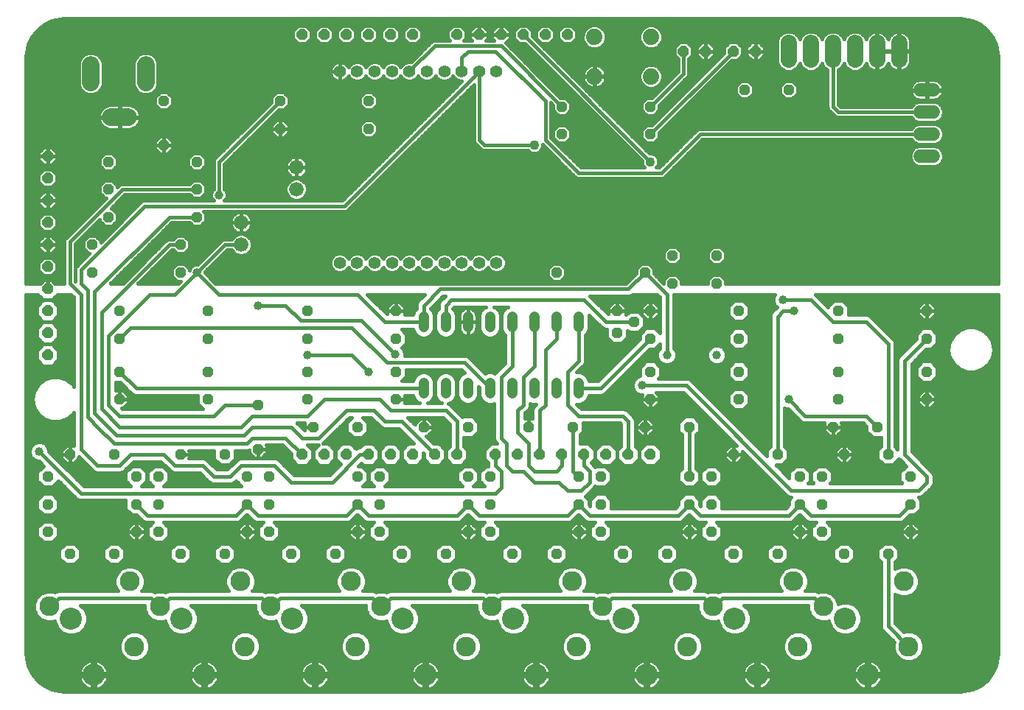
<source format=gbl>
G75*
G70*
%OFA0B0*%
%FSLAX24Y24*%
%IPPOS*%
%LPD*%
%AMOC8*
5,1,8,0,0,1.08239X$1,22.5*
%
%ADD10C,0.0900*%
%ADD11C,0.1000*%
%ADD12C,0.0740*%
%ADD13OC8,0.0480*%
%ADD14OC8,0.0500*%
%ADD15C,0.0787*%
%ADD16C,0.0560*%
%ADD17C,0.0591*%
%ADD18C,0.0480*%
%ADD19C,0.0660*%
%ADD20C,0.0740*%
%ADD21C,0.0160*%
%ADD22C,0.0397*%
%ADD23C,0.0436*%
D10*
X006619Y005251D03*
X007759Y007061D03*
X006409Y008201D03*
X002759Y007061D03*
X011409Y008201D03*
X012759Y007061D03*
X011619Y005251D03*
X016409Y008201D03*
X017759Y007061D03*
X016619Y005251D03*
X021619Y005251D03*
X022759Y007061D03*
X021409Y008201D03*
X026409Y008201D03*
X027759Y007061D03*
X026619Y005251D03*
X031409Y008201D03*
X032759Y007061D03*
X031619Y005251D03*
X036409Y008201D03*
X037759Y007061D03*
X036619Y005251D03*
X041619Y005251D03*
X041409Y008201D03*
D11*
X038749Y006511D03*
X039769Y003971D03*
X034769Y003971D03*
X033749Y006511D03*
X029769Y003971D03*
X028749Y006511D03*
X024769Y003971D03*
X023749Y006511D03*
X019769Y003971D03*
X018749Y006511D03*
X014769Y003971D03*
X013749Y006511D03*
X009769Y003971D03*
X008749Y006511D03*
X004769Y003971D03*
X003749Y006511D03*
D12*
X036189Y031821D02*
X036189Y032561D01*
X037189Y032561D02*
X037189Y031821D01*
X038189Y031821D02*
X038189Y032561D01*
X039189Y032561D02*
X039189Y031821D01*
X040189Y031821D02*
X040189Y032561D01*
X041189Y032561D02*
X041189Y031821D01*
D13*
X036189Y030441D03*
X034189Y030441D03*
X029939Y029691D03*
X029939Y028441D03*
X025939Y028441D03*
X025939Y029691D03*
X017189Y029941D03*
X017189Y028691D03*
X013189Y028691D03*
X013189Y029941D03*
X009439Y027191D03*
X007939Y027941D03*
X005439Y027191D03*
X005439Y025941D03*
X005439Y024691D03*
X004689Y023441D03*
X004689Y022191D03*
X005939Y020441D03*
X005939Y019191D03*
X005939Y017691D03*
X005939Y016441D03*
X005689Y013941D03*
X006689Y012941D03*
X007689Y012941D03*
X008689Y013941D03*
X010689Y013941D03*
X011689Y012941D03*
X012689Y012941D03*
X012189Y014191D03*
X014689Y015191D03*
X014439Y016441D03*
X014439Y017691D03*
X014439Y019191D03*
X014439Y020441D03*
X018439Y020441D03*
X018439Y019191D03*
X018439Y017691D03*
X018439Y016441D03*
X019689Y015191D03*
X021689Y015191D03*
X021689Y012941D03*
X022689Y012941D03*
X022689Y011691D03*
X021689Y011691D03*
X021689Y010441D03*
X022689Y010441D03*
X023689Y009441D03*
X025689Y009441D03*
X026689Y010441D03*
X027689Y010441D03*
X027689Y011691D03*
X026689Y011691D03*
X026689Y012941D03*
X027689Y012941D03*
X026439Y015191D03*
X024439Y015191D03*
X029689Y015191D03*
X029939Y016441D03*
X029939Y017691D03*
X029939Y019191D03*
X029189Y019941D03*
X028439Y020441D03*
X028439Y019441D03*
X029939Y020441D03*
X030939Y021691D03*
X029689Y022191D03*
X030939Y022941D03*
X032939Y022941D03*
X032939Y021691D03*
X033939Y020441D03*
X033939Y019191D03*
X033939Y017691D03*
X033939Y016441D03*
X031689Y015191D03*
X033689Y013941D03*
X032689Y012941D03*
X031689Y012941D03*
X031689Y011691D03*
X032689Y011691D03*
X032689Y010441D03*
X031689Y010441D03*
X030689Y009441D03*
X028689Y009441D03*
X033689Y009441D03*
X035689Y009441D03*
X036689Y010441D03*
X037689Y010441D03*
X037689Y011691D03*
X036689Y011691D03*
X036689Y012941D03*
X037689Y012941D03*
X038689Y013941D03*
X038189Y015191D03*
X038439Y016441D03*
X038439Y017691D03*
X038439Y019191D03*
X038439Y020441D03*
X042439Y020441D03*
X042439Y019191D03*
X042439Y017691D03*
X042439Y016441D03*
X040189Y015191D03*
X040689Y013941D03*
X041689Y012941D03*
X041689Y011691D03*
X041689Y010441D03*
X040689Y009441D03*
X038689Y009441D03*
X035689Y013941D03*
X025689Y022191D03*
X016689Y015191D03*
X016689Y012941D03*
X017689Y012941D03*
X017689Y011691D03*
X016689Y011691D03*
X016689Y010441D03*
X017689Y010441D03*
X018689Y009441D03*
X020689Y009441D03*
X015689Y009441D03*
X013689Y009441D03*
X012689Y010441D03*
X011689Y010441D03*
X011689Y011691D03*
X012689Y011691D03*
X010689Y009441D03*
X008689Y009441D03*
X007689Y010441D03*
X006689Y010441D03*
X006689Y011691D03*
X007689Y011691D03*
X005689Y009441D03*
X003689Y009441D03*
X002689Y010441D03*
X002689Y011691D03*
X002689Y012941D03*
X003689Y013941D03*
X009939Y016441D03*
X009939Y017691D03*
X009939Y019191D03*
X009939Y020441D03*
X008689Y022191D03*
X008689Y023441D03*
X009439Y024691D03*
X009439Y025941D03*
X007939Y029941D03*
X012189Y016191D03*
D14*
X014189Y013941D03*
X015189Y013941D03*
X016189Y013941D03*
X017189Y013941D03*
X018189Y013941D03*
X019189Y013941D03*
X020189Y013941D03*
X021189Y013941D03*
X022939Y013941D03*
X023939Y013941D03*
X024939Y013941D03*
X025939Y013941D03*
X026939Y013941D03*
X027939Y013941D03*
X028939Y013941D03*
X029939Y013941D03*
X031439Y032191D03*
X032439Y032191D03*
X033689Y032191D03*
X034689Y032191D03*
X026189Y032941D03*
X025189Y032941D03*
X024189Y032941D03*
X023189Y032941D03*
X022189Y032941D03*
X021189Y032941D03*
X019189Y032941D03*
X018189Y032941D03*
X017189Y032941D03*
X016189Y032941D03*
X015189Y032941D03*
X014189Y032941D03*
X002689Y027441D03*
X002689Y026441D03*
X002689Y025441D03*
X002689Y024441D03*
X002689Y023441D03*
X002689Y022441D03*
X002689Y021441D03*
X002689Y020441D03*
X002689Y019441D03*
X002689Y018441D03*
D15*
X005547Y029207D02*
X006335Y029207D01*
X007122Y030781D02*
X007122Y031569D01*
X004642Y031569D02*
X004642Y030781D01*
D16*
X015896Y031271D03*
X016683Y031271D03*
X017471Y031271D03*
X018258Y031271D03*
X019045Y031271D03*
X019833Y031271D03*
X020620Y031271D03*
X021408Y031271D03*
X022195Y031271D03*
X022982Y031271D03*
X022982Y022610D03*
X022195Y022610D03*
X021408Y022610D03*
X020620Y022610D03*
X019833Y022610D03*
X019045Y022610D03*
X018258Y022610D03*
X017471Y022610D03*
X016683Y022610D03*
X015896Y022610D03*
D17*
X042144Y027441D02*
X042734Y027441D01*
X042734Y028441D02*
X042144Y028441D01*
X042144Y029441D02*
X042734Y029441D01*
X042734Y030441D02*
X042144Y030441D01*
D18*
X026689Y020181D02*
X026689Y019701D01*
X025689Y019701D02*
X025689Y020181D01*
X024689Y020181D02*
X024689Y019701D01*
X023689Y019701D02*
X023689Y020181D01*
X022689Y020181D02*
X022689Y019701D01*
X021689Y019701D02*
X021689Y020181D01*
X020689Y020181D02*
X020689Y019701D01*
X019689Y019701D02*
X019689Y020181D01*
X019689Y017181D02*
X019689Y016701D01*
X020689Y016701D02*
X020689Y017181D01*
X021689Y017181D02*
X021689Y016701D01*
X022689Y016701D02*
X022689Y017181D01*
X023689Y017181D02*
X023689Y016701D01*
X024689Y016701D02*
X024689Y017181D01*
X025689Y017181D02*
X025689Y016701D01*
X026689Y016701D02*
X026689Y017181D01*
D19*
X013939Y025941D03*
X013939Y026941D03*
X011439Y024441D03*
X011439Y023441D03*
D20*
X027409Y031051D03*
X027409Y032831D03*
X029969Y032831D03*
X029969Y031051D03*
D21*
X002871Y003317D02*
X002524Y003484D01*
X002223Y003725D01*
X001983Y004026D01*
X001816Y004373D01*
X001730Y004748D01*
X001719Y004941D01*
X001719Y004989D01*
X001719Y004996D01*
X001719Y021191D01*
X002246Y021191D01*
X002486Y020951D01*
X002892Y020951D01*
X003132Y021191D01*
X003736Y021191D01*
X003869Y021058D01*
X003869Y017023D01*
X003825Y017100D01*
X003869Y017100D01*
X003825Y017100D02*
X003552Y017329D01*
X003552Y017329D01*
X003217Y017451D01*
X003095Y017451D01*
X003039Y017451D01*
X003038Y017451D01*
X002983Y017451D01*
X002983Y017451D01*
X002861Y017451D01*
X002526Y017329D01*
X002253Y017100D01*
X001719Y017100D01*
X001719Y017258D02*
X002442Y017258D01*
X002526Y017329D02*
X002526Y017329D01*
X002768Y017417D02*
X001719Y017417D01*
X001719Y017576D02*
X003869Y017576D01*
X003869Y017734D02*
X001719Y017734D01*
X001719Y017893D02*
X003869Y017893D01*
X003869Y018051D02*
X002992Y018051D01*
X002892Y017951D02*
X003179Y018238D01*
X003179Y018644D01*
X002892Y018931D01*
X002486Y018931D01*
X002199Y018644D01*
X002199Y018238D01*
X002486Y017951D01*
X002892Y017951D01*
X003151Y018210D02*
X003869Y018210D01*
X003869Y018368D02*
X003179Y018368D01*
X003179Y018527D02*
X003869Y018527D01*
X003869Y018685D02*
X003137Y018685D01*
X002979Y018844D02*
X003869Y018844D01*
X003869Y019002D02*
X002944Y019002D01*
X002892Y018951D02*
X003179Y019238D01*
X003179Y019644D01*
X002892Y019931D01*
X002486Y019931D01*
X002199Y019644D01*
X002199Y019238D01*
X002486Y018951D01*
X002892Y018951D01*
X003102Y019161D02*
X003869Y019161D01*
X003869Y019319D02*
X003179Y019319D01*
X003179Y019478D02*
X003869Y019478D01*
X003869Y019637D02*
X003179Y019637D01*
X003028Y019795D02*
X003869Y019795D01*
X003869Y019954D02*
X002895Y019954D01*
X002892Y019951D02*
X003179Y020238D01*
X003179Y020644D01*
X002892Y020931D01*
X002486Y020931D01*
X002199Y020644D01*
X002199Y020238D01*
X002486Y019951D01*
X002892Y019951D01*
X003053Y020112D02*
X003869Y020112D01*
X003869Y020271D02*
X003179Y020271D01*
X003179Y020429D02*
X003869Y020429D01*
X003869Y020588D02*
X003179Y020588D01*
X003076Y020746D02*
X003869Y020746D01*
X003869Y020905D02*
X002918Y020905D01*
X003005Y021063D02*
X003864Y021063D01*
X004189Y021191D02*
X003689Y021691D01*
X003689Y023566D01*
X006064Y025941D01*
X009439Y025941D01*
X009153Y025661D02*
X006124Y025661D01*
X006163Y025701D02*
X009113Y025701D01*
X009273Y025541D01*
X009605Y025541D01*
X009839Y025775D01*
X009839Y026106D01*
X009605Y026341D01*
X009273Y026341D01*
X009113Y026181D01*
X006112Y026181D01*
X006016Y026181D01*
X006014Y026180D01*
X005928Y026144D01*
X005861Y026077D01*
X005861Y026077D01*
X005839Y026055D01*
X005839Y026106D01*
X005605Y026341D01*
X005273Y026341D01*
X005039Y026106D01*
X005039Y025775D01*
X005273Y025541D01*
X005325Y025541D01*
X003553Y023769D01*
X003523Y023739D01*
X003486Y023702D01*
X003449Y023614D01*
X003449Y023518D01*
X003449Y021691D01*
X003019Y021691D01*
X002859Y021851D01*
X002689Y021851D01*
X002519Y021851D01*
X002359Y021691D01*
X001719Y021691D01*
X001719Y031941D01*
X001730Y032133D01*
X001816Y032509D01*
X001983Y032856D01*
X002223Y033157D01*
X002524Y033397D01*
X002871Y033564D01*
X003246Y033650D01*
X003439Y033661D01*
X003484Y033661D01*
X003495Y033661D01*
X043939Y033661D01*
X044132Y033650D01*
X044507Y033564D01*
X044854Y033397D01*
X045155Y033157D01*
X045395Y032856D01*
X045563Y032509D01*
X045648Y032133D01*
X045659Y031941D01*
X045659Y031906D01*
X045659Y031885D01*
X045659Y021691D01*
X033339Y021691D01*
X033339Y021856D01*
X045659Y021856D01*
X045659Y021698D02*
X033339Y021698D01*
X033339Y021856D02*
X033105Y022091D01*
X032773Y022091D01*
X032539Y021856D01*
X031339Y021856D01*
X031105Y022091D01*
X030773Y022091D01*
X030539Y021856D01*
X030363Y021856D01*
X030539Y021856D02*
X030539Y021691D01*
X030528Y021691D01*
X030089Y022130D01*
X030089Y022356D01*
X029855Y022591D01*
X029523Y022591D01*
X029289Y022356D01*
X029289Y022130D01*
X028850Y021691D01*
X010278Y021691D01*
X009797Y022172D01*
X009797Y022210D01*
X010788Y023201D01*
X011008Y023201D01*
X011024Y023163D01*
X011161Y023025D01*
X011342Y022951D01*
X011536Y022951D01*
X011717Y023025D01*
X011854Y023163D01*
X011929Y023343D01*
X011929Y023538D01*
X011854Y023718D01*
X011717Y023856D01*
X011536Y023931D01*
X011342Y023931D01*
X011161Y023856D01*
X011024Y023718D01*
X011008Y023681D01*
X010737Y023681D01*
X010641Y023681D01*
X010553Y023644D01*
X009458Y022549D01*
X009368Y022549D01*
X009236Y022495D01*
X009135Y022394D01*
X009089Y022282D01*
X009089Y022356D01*
X008855Y022591D01*
X008523Y022591D01*
X008289Y022356D01*
X008289Y022025D01*
X008523Y021791D01*
X008700Y021791D01*
X008600Y021691D01*
X006778Y021691D01*
X008288Y023201D01*
X008363Y023201D01*
X008523Y023041D01*
X008855Y023041D01*
X009089Y023275D01*
X009089Y023606D01*
X008855Y023841D01*
X008523Y023841D01*
X008363Y023681D01*
X008141Y023681D01*
X008053Y023644D01*
X007986Y023577D01*
X006100Y021691D01*
X005528Y021691D01*
X008288Y024451D01*
X009113Y024451D01*
X009273Y024291D01*
X009605Y024291D01*
X009839Y024525D01*
X009839Y024856D01*
X009745Y024951D01*
X016066Y024951D01*
X016162Y024951D01*
X016250Y024987D01*
X021955Y030692D01*
X021955Y028233D01*
X021955Y028137D01*
X021991Y028049D01*
X022236Y027805D01*
X022303Y027737D01*
X022391Y027701D01*
X024394Y027701D01*
X024475Y027620D01*
X024614Y027563D01*
X024764Y027563D01*
X024903Y027620D01*
X025010Y027727D01*
X025067Y027866D01*
X025067Y027973D01*
X026486Y026555D01*
X026553Y026487D01*
X026641Y026451D01*
X030391Y026451D01*
X030487Y026451D01*
X030575Y026487D01*
X032288Y028201D01*
X041750Y028201D01*
X041758Y028183D01*
X041886Y028055D01*
X042053Y027986D01*
X042825Y027986D01*
X042992Y028055D01*
X043120Y028183D01*
X043190Y028350D01*
X043190Y028531D01*
X043120Y028699D01*
X042992Y028827D01*
X042825Y028896D01*
X042053Y028896D01*
X041886Y028827D01*
X041758Y028699D01*
X041750Y028681D01*
X032141Y028681D01*
X032053Y028644D01*
X031986Y028577D01*
X030340Y026931D01*
X030214Y026931D01*
X030260Y026977D01*
X030317Y027116D01*
X030317Y027266D01*
X030260Y027405D01*
X030153Y027511D01*
X030014Y027569D01*
X029900Y027569D01*
X024599Y032870D01*
X024599Y033111D01*
X024359Y033351D01*
X024019Y033351D01*
X023779Y033111D01*
X023779Y032771D01*
X024019Y032531D01*
X024260Y032531D01*
X029561Y027229D01*
X029561Y027116D01*
X029619Y026977D01*
X029664Y026931D01*
X026788Y026931D01*
X025429Y028290D01*
X025429Y029861D01*
X025539Y029751D01*
X025539Y029525D01*
X025773Y029291D01*
X026105Y029291D01*
X026339Y029525D01*
X026339Y029856D01*
X026105Y030091D01*
X025878Y030091D01*
X023399Y032571D01*
X023599Y032771D01*
X023599Y032941D01*
X023599Y033111D01*
X023359Y033351D01*
X023189Y033351D01*
X023019Y033351D01*
X022779Y033111D01*
X022779Y032941D01*
X023189Y032941D01*
X023189Y033351D01*
X023189Y032941D01*
X023189Y032941D01*
X023189Y032941D01*
X023599Y032941D01*
X023189Y032941D01*
X023189Y032941D01*
X022779Y032941D01*
X022779Y032771D01*
X022869Y032681D01*
X022509Y032681D01*
X022599Y032771D01*
X022599Y032941D01*
X022599Y033111D01*
X022359Y033351D01*
X022189Y033351D01*
X022019Y033351D01*
X021779Y033111D01*
X021779Y032941D01*
X022189Y032941D01*
X022189Y033351D01*
X022189Y032941D01*
X022189Y032941D01*
X022189Y032941D01*
X022599Y032941D01*
X022189Y032941D01*
X022189Y032941D01*
X021779Y032941D01*
X021779Y032771D01*
X021869Y032681D01*
X021509Y032681D01*
X021599Y032771D01*
X021599Y033111D01*
X021359Y033351D01*
X021019Y033351D01*
X020779Y033111D01*
X020779Y032771D01*
X020869Y032681D01*
X020141Y032681D01*
X020053Y032644D01*
X019986Y032577D01*
X019120Y031711D01*
X018958Y031711D01*
X018796Y031644D01*
X018672Y031521D01*
X018652Y031471D01*
X018631Y031521D01*
X018507Y031644D01*
X018345Y031711D01*
X018170Y031711D01*
X018009Y031644D01*
X017885Y031521D01*
X017864Y031471D01*
X017844Y031521D01*
X017720Y031644D01*
X017558Y031711D01*
X017383Y031711D01*
X017221Y031644D01*
X017098Y031521D01*
X017077Y031471D01*
X017056Y031521D01*
X016932Y031644D01*
X016771Y031711D01*
X016596Y031711D01*
X016434Y031644D01*
X016310Y031521D01*
X016289Y031469D01*
X016272Y031502D01*
X016231Y031558D01*
X016182Y031607D01*
X016126Y031648D01*
X016065Y031679D01*
X015999Y031701D01*
X015930Y031711D01*
X015896Y031711D01*
X015896Y031272D01*
X015896Y031272D01*
X015896Y031711D01*
X015861Y031711D01*
X015793Y031701D01*
X015727Y031679D01*
X015665Y031648D01*
X015609Y031607D01*
X015560Y031558D01*
X015519Y031502D01*
X015488Y031440D01*
X015467Y031375D01*
X015456Y031306D01*
X015456Y031272D01*
X015895Y031272D01*
X015895Y031271D01*
X015456Y031271D01*
X015456Y031237D01*
X015467Y031168D01*
X015488Y031103D01*
X015519Y031041D01*
X015560Y030985D01*
X015609Y030936D01*
X015665Y030895D01*
X015727Y030864D01*
X015793Y030842D01*
X015861Y030831D01*
X015896Y030831D01*
X015930Y030831D01*
X015999Y030842D01*
X016065Y030864D01*
X016126Y030895D01*
X016182Y030936D01*
X016231Y030985D01*
X016272Y031041D01*
X016289Y031074D01*
X016310Y031022D01*
X016434Y030898D01*
X016596Y030831D01*
X016771Y030831D01*
X016932Y030898D01*
X017056Y031022D01*
X017077Y031072D01*
X017098Y031022D01*
X017221Y030898D01*
X017383Y030831D01*
X017558Y030831D01*
X017720Y030898D01*
X017844Y031022D01*
X017864Y031072D01*
X017885Y031022D01*
X018009Y030898D01*
X018170Y030831D01*
X018345Y030831D01*
X018507Y030898D01*
X018631Y031022D01*
X018652Y031072D01*
X018672Y031022D01*
X018796Y030898D01*
X018958Y030831D01*
X019133Y030831D01*
X019295Y030898D01*
X019418Y031022D01*
X019439Y031072D01*
X019460Y031022D01*
X019584Y030898D01*
X019745Y030831D01*
X019920Y030831D01*
X020082Y030898D01*
X020206Y031022D01*
X020226Y031072D01*
X020247Y031022D01*
X020371Y030898D01*
X020533Y030831D01*
X020708Y030831D01*
X020869Y030898D01*
X020993Y031022D01*
X021014Y031072D01*
X021035Y031022D01*
X021158Y030898D01*
X021320Y030831D01*
X021416Y030831D01*
X016015Y025431D01*
X010686Y025431D01*
X010743Y025488D01*
X010797Y025619D01*
X010797Y025762D01*
X010743Y025894D01*
X010679Y025958D01*
X010679Y027091D01*
X013128Y029541D01*
X013355Y029541D01*
X013589Y029775D01*
X013589Y030106D01*
X013355Y030341D01*
X013023Y030341D01*
X012789Y030106D01*
X012789Y029880D01*
X010303Y027394D01*
X010236Y027327D01*
X010199Y027239D01*
X010199Y025958D01*
X010135Y025894D01*
X010081Y025762D01*
X010081Y025619D01*
X010135Y025488D01*
X010192Y025431D01*
X007016Y025431D01*
X006928Y025394D01*
X006861Y025327D01*
X005089Y023555D01*
X005089Y023606D01*
X004855Y023841D01*
X004523Y023841D01*
X004289Y023606D01*
X004289Y023275D01*
X004523Y023041D01*
X004575Y023041D01*
X003986Y022452D01*
X003949Y022364D01*
X003949Y022268D01*
X003949Y021770D01*
X003929Y021790D01*
X003929Y023466D01*
X005039Y024576D01*
X005039Y024525D01*
X005273Y024291D01*
X005605Y024291D01*
X005839Y024525D01*
X005839Y024856D01*
X005605Y025091D01*
X005553Y025091D01*
X006163Y025701D01*
X005965Y025503D02*
X010129Y025503D01*
X010081Y025661D02*
X009725Y025661D01*
X009839Y025820D02*
X010105Y025820D01*
X010199Y025978D02*
X009839Y025978D01*
X009809Y026137D02*
X010199Y026137D01*
X010199Y026295D02*
X009650Y026295D01*
X009228Y026295D02*
X005650Y026295D01*
X005809Y026137D02*
X005921Y026137D01*
X005228Y026295D02*
X003099Y026295D01*
X003099Y026271D02*
X002859Y026031D01*
X002519Y026031D01*
X002279Y026271D01*
X002279Y026611D01*
X002519Y026851D01*
X002859Y026851D01*
X003099Y026611D01*
X003099Y026271D01*
X003099Y026454D02*
X010199Y026454D01*
X010199Y026612D02*
X003097Y026612D01*
X002939Y026771D02*
X010199Y026771D01*
X010199Y026930D02*
X009743Y026930D01*
X009839Y027025D02*
X009605Y026791D01*
X009273Y026791D01*
X009039Y027025D01*
X009039Y027356D01*
X009273Y027591D01*
X009605Y027591D01*
X009839Y027356D01*
X009839Y027025D01*
X009839Y027088D02*
X010199Y027088D01*
X010202Y027247D02*
X009839Y027247D01*
X009790Y027405D02*
X010314Y027405D01*
X010473Y027564D02*
X009632Y027564D01*
X009246Y027564D02*
X008128Y027564D01*
X008105Y027541D02*
X008339Y027775D01*
X008339Y027941D01*
X008339Y028106D01*
X008105Y028341D01*
X007939Y028341D01*
X007773Y028341D01*
X007539Y028106D01*
X007539Y027941D01*
X007939Y027941D01*
X007939Y028341D01*
X007939Y027941D01*
X007939Y027941D01*
X007939Y027941D01*
X008339Y027941D01*
X007939Y027941D01*
X007939Y027941D01*
X007539Y027941D01*
X007539Y027775D01*
X007773Y027541D01*
X007939Y027541D01*
X008105Y027541D01*
X007939Y027541D02*
X007939Y027940D01*
X007939Y027940D01*
X007939Y027541D01*
X007939Y027564D02*
X007939Y027564D01*
X007939Y027722D02*
X007939Y027722D01*
X007939Y027881D02*
X007939Y027881D01*
X007939Y028039D02*
X007939Y028039D01*
X007939Y028198D02*
X007939Y028198D01*
X007631Y028198D02*
X001719Y028198D01*
X001719Y028356D02*
X011265Y028356D01*
X011107Y028198D02*
X008248Y028198D01*
X008339Y028039D02*
X010948Y028039D01*
X010790Y027881D02*
X008339Y027881D01*
X008286Y027722D02*
X010631Y027722D01*
X010993Y027405D02*
X013783Y027405D01*
X013751Y027395D02*
X013682Y027360D01*
X013620Y027315D01*
X013565Y027260D01*
X013520Y027198D01*
X013485Y027129D01*
X013461Y027056D01*
X013449Y026979D01*
X013449Y026941D01*
X013939Y026941D01*
X013939Y027431D01*
X013900Y027431D01*
X013824Y027419D01*
X013751Y027395D01*
X013939Y027405D02*
X013939Y027405D01*
X013939Y027431D02*
X013939Y026941D01*
X013939Y026941D01*
X013939Y026941D01*
X014429Y026941D01*
X014429Y026979D01*
X014417Y027056D01*
X014393Y027129D01*
X014358Y027198D01*
X014313Y027260D01*
X014258Y027315D01*
X014196Y027360D01*
X014127Y027395D01*
X014054Y027419D01*
X013978Y027431D01*
X013939Y027431D01*
X014095Y027405D02*
X017989Y027405D01*
X017831Y027247D02*
X014322Y027247D01*
X014406Y027088D02*
X017672Y027088D01*
X017514Y026930D02*
X014429Y026930D01*
X014429Y026941D02*
X013939Y026941D01*
X013939Y026941D01*
X013449Y026941D01*
X013449Y026902D01*
X013461Y026826D01*
X013485Y026753D01*
X013520Y026684D01*
X013565Y026622D01*
X013620Y026567D01*
X013682Y026522D01*
X013751Y026487D01*
X013824Y026463D01*
X013900Y026451D01*
X013939Y026451D01*
X013978Y026451D01*
X014054Y026463D01*
X014127Y026487D01*
X014196Y026522D01*
X014258Y026567D01*
X014313Y026622D01*
X014358Y026684D01*
X014393Y026753D01*
X014417Y026826D01*
X014429Y026902D01*
X014429Y026941D01*
X014399Y026771D02*
X017355Y026771D01*
X017197Y026612D02*
X014304Y026612D01*
X014217Y026356D02*
X014036Y026431D01*
X013842Y026431D01*
X013661Y026356D01*
X013524Y026218D01*
X013449Y026038D01*
X013449Y025843D01*
X013524Y025663D01*
X013661Y025525D01*
X013842Y025451D01*
X014036Y025451D01*
X014217Y025525D01*
X014354Y025663D01*
X014429Y025843D01*
X014429Y026038D01*
X014354Y026218D01*
X014217Y026356D01*
X014277Y026295D02*
X016879Y026295D01*
X016721Y026137D02*
X014388Y026137D01*
X014429Y025978D02*
X016562Y025978D01*
X016404Y025820D02*
X014419Y025820D01*
X014352Y025661D02*
X016245Y025661D01*
X016087Y025503D02*
X014162Y025503D01*
X013716Y025503D02*
X010749Y025503D01*
X010797Y025661D02*
X013526Y025661D01*
X013459Y025820D02*
X010774Y025820D01*
X010679Y025978D02*
X013449Y025978D01*
X013490Y026137D02*
X010679Y026137D01*
X010679Y026295D02*
X013601Y026295D01*
X013574Y026612D02*
X010679Y026612D01*
X010679Y026454D02*
X013881Y026454D01*
X013939Y026454D02*
X013939Y026454D01*
X013939Y026451D02*
X013939Y026940D01*
X013939Y026940D01*
X013939Y026451D01*
X013997Y026454D02*
X017038Y026454D01*
X017400Y026137D02*
X045659Y026137D01*
X045659Y026295D02*
X017558Y026295D01*
X017717Y026454D02*
X026634Y026454D01*
X026689Y026691D02*
X030439Y026691D01*
X032189Y028441D01*
X042439Y028441D01*
X041899Y028832D02*
X030670Y028832D01*
X030828Y028991D02*
X042041Y028991D01*
X042053Y028986D02*
X042825Y028986D01*
X042992Y029055D01*
X043120Y029183D01*
X043190Y029350D01*
X043190Y029531D01*
X043120Y029699D01*
X042992Y029827D01*
X042825Y029896D01*
X042053Y029896D01*
X041886Y029827D01*
X041758Y029699D01*
X041750Y029681D01*
X038538Y029681D01*
X038429Y029790D01*
X038429Y031347D01*
X038489Y031371D01*
X038638Y031521D01*
X038689Y031643D01*
X038740Y031521D01*
X038889Y031371D01*
X039084Y031291D01*
X039294Y031291D01*
X039489Y031371D01*
X039638Y031521D01*
X039689Y031644D01*
X039698Y031617D01*
X039736Y031543D01*
X039785Y031476D01*
X039844Y031417D01*
X039911Y031367D01*
X039986Y031330D01*
X040065Y031304D01*
X040147Y031291D01*
X040169Y031291D01*
X040169Y032171D01*
X040209Y032171D01*
X040209Y032211D01*
X040169Y032211D01*
X040169Y033091D01*
X040147Y033091D01*
X040065Y033078D01*
X039986Y033052D01*
X039911Y033014D01*
X039844Y032965D01*
X039785Y032906D01*
X039736Y032839D01*
X039698Y032764D01*
X039689Y032738D01*
X039638Y032861D01*
X039489Y033010D01*
X039294Y033091D01*
X039084Y033091D01*
X038889Y033010D01*
X038740Y032861D01*
X038689Y032739D01*
X038638Y032861D01*
X038489Y033010D01*
X038294Y033091D01*
X038084Y033091D01*
X037889Y033010D01*
X037740Y032861D01*
X037689Y032739D01*
X037638Y032861D01*
X037489Y033010D01*
X037294Y033091D01*
X037084Y033091D01*
X036889Y033010D01*
X036740Y032861D01*
X036689Y032739D01*
X036638Y032861D01*
X036489Y033010D01*
X036294Y033091D01*
X036084Y033091D01*
X035889Y033010D01*
X035740Y032861D01*
X035659Y032666D01*
X035659Y031715D01*
X035740Y031521D01*
X035889Y031371D01*
X036084Y031291D01*
X036294Y031291D01*
X036489Y031371D01*
X036638Y031521D01*
X036689Y031643D01*
X036740Y031521D01*
X036889Y031371D01*
X037084Y031291D01*
X037294Y031291D01*
X037489Y031371D01*
X037638Y031521D01*
X037689Y031643D01*
X037740Y031521D01*
X037889Y031371D01*
X037949Y031347D01*
X037949Y029739D01*
X037949Y029643D01*
X037986Y029555D01*
X038236Y029305D01*
X038303Y029237D01*
X038391Y029201D01*
X041750Y029201D01*
X041758Y029183D01*
X041886Y029055D01*
X042053Y028986D01*
X041791Y029149D02*
X030987Y029149D01*
X031145Y029308D02*
X038233Y029308D01*
X038074Y029466D02*
X031304Y029466D01*
X031462Y029625D02*
X037957Y029625D01*
X037949Y029783D02*
X031621Y029783D01*
X031780Y029942D02*
X037949Y029942D01*
X037949Y030100D02*
X036414Y030100D01*
X036355Y030041D02*
X036589Y030275D01*
X036589Y030606D01*
X036355Y030841D01*
X036023Y030841D01*
X035789Y030606D01*
X035789Y030275D01*
X036023Y030041D01*
X036355Y030041D01*
X036573Y030259D02*
X037949Y030259D01*
X037949Y030418D02*
X036589Y030418D01*
X036589Y030576D02*
X037949Y030576D01*
X037949Y030735D02*
X036461Y030735D01*
X035917Y030735D02*
X034461Y030735D01*
X034355Y030841D02*
X034023Y030841D01*
X033789Y030606D01*
X033789Y030275D01*
X034023Y030041D01*
X034355Y030041D01*
X034589Y030275D01*
X034589Y030606D01*
X034355Y030841D01*
X034589Y030576D02*
X035789Y030576D01*
X035789Y030418D02*
X034589Y030418D01*
X034573Y030259D02*
X035805Y030259D01*
X035964Y030100D02*
X034414Y030100D01*
X033964Y030100D02*
X031938Y030100D01*
X032097Y030259D02*
X033805Y030259D01*
X033789Y030418D02*
X032255Y030418D01*
X032414Y030576D02*
X033789Y030576D01*
X033917Y030735D02*
X032572Y030735D01*
X032731Y030893D02*
X037949Y030893D01*
X037949Y031052D02*
X032889Y031052D01*
X033048Y031210D02*
X037949Y031210D01*
X037895Y031369D02*
X037483Y031369D01*
X037641Y031527D02*
X037737Y031527D01*
X038189Y032191D02*
X038189Y029691D01*
X038439Y029441D01*
X042439Y029441D01*
X042421Y029986D02*
X042108Y029986D01*
X042037Y029997D01*
X041969Y030019D01*
X041905Y030051D01*
X041847Y030094D01*
X041796Y030144D01*
X041754Y030202D01*
X041722Y030266D01*
X041700Y030334D01*
X041689Y030405D01*
X041689Y030422D01*
X042420Y030422D01*
X042420Y030459D01*
X041689Y030459D01*
X041689Y030477D01*
X041700Y030547D01*
X041722Y030616D01*
X041754Y030679D01*
X041796Y030737D01*
X041847Y030788D01*
X041905Y030830D01*
X041969Y030863D01*
X042037Y030885D01*
X042108Y030896D01*
X042421Y030896D01*
X042421Y030459D01*
X042457Y030459D01*
X042457Y030896D01*
X042770Y030896D01*
X042841Y030885D01*
X042909Y030863D01*
X042973Y030830D01*
X043031Y030788D01*
X043082Y030737D01*
X043124Y030679D01*
X043156Y030616D01*
X043178Y030547D01*
X043190Y030477D01*
X043190Y030459D01*
X042458Y030459D01*
X042458Y030422D01*
X043190Y030422D01*
X043190Y030405D01*
X043178Y030334D01*
X043156Y030266D01*
X043124Y030202D01*
X043082Y030144D01*
X043031Y030094D01*
X042973Y030051D01*
X042909Y030019D01*
X042841Y029997D01*
X042770Y029986D01*
X042457Y029986D01*
X042457Y030422D01*
X042421Y030422D01*
X042421Y029986D01*
X042421Y030100D02*
X042457Y030100D01*
X042457Y030259D02*
X042421Y030259D01*
X042421Y030418D02*
X042457Y030418D01*
X042457Y030576D02*
X042421Y030576D01*
X042421Y030735D02*
X042457Y030735D01*
X042457Y030893D02*
X042421Y030893D01*
X042090Y030893D02*
X038429Y030893D01*
X038429Y030735D02*
X041795Y030735D01*
X041709Y030576D02*
X038429Y030576D01*
X038429Y030418D02*
X041689Y030418D01*
X041725Y030259D02*
X038429Y030259D01*
X038429Y030100D02*
X041840Y030100D01*
X041842Y029783D02*
X038436Y029783D01*
X038429Y029942D02*
X045659Y029942D01*
X045659Y030100D02*
X043038Y030100D01*
X043153Y030259D02*
X045659Y030259D01*
X045659Y030418D02*
X043190Y030418D01*
X043169Y030576D02*
X045659Y030576D01*
X045659Y030735D02*
X043084Y030735D01*
X042788Y030893D02*
X045659Y030893D01*
X045659Y031052D02*
X038429Y031052D01*
X038429Y031210D02*
X045659Y031210D01*
X045659Y031369D02*
X041469Y031369D01*
X041467Y031367D02*
X041534Y031417D01*
X041593Y031476D01*
X041642Y031543D01*
X041680Y031617D01*
X041706Y031697D01*
X041719Y031779D01*
X041719Y032171D01*
X041209Y032171D01*
X041209Y032211D01*
X041169Y032211D01*
X041169Y033091D01*
X041147Y033091D01*
X041065Y033078D01*
X040986Y033052D01*
X040911Y033014D01*
X040844Y032965D01*
X040785Y032906D01*
X040736Y032839D01*
X040698Y032764D01*
X040689Y032737D01*
X040680Y032764D01*
X040642Y032839D01*
X040593Y032906D01*
X040534Y032965D01*
X040467Y033014D01*
X040392Y033052D01*
X040313Y033078D01*
X040231Y033091D01*
X040209Y033091D01*
X040209Y032211D01*
X040659Y032211D01*
X041169Y032211D01*
X041169Y032171D01*
X040659Y032171D01*
X040209Y032171D01*
X040209Y031291D01*
X040231Y031291D01*
X040313Y031304D01*
X040392Y031330D01*
X040467Y031367D01*
X040534Y031417D01*
X040593Y031476D01*
X040642Y031543D01*
X040680Y031617D01*
X040689Y031645D01*
X040698Y031617D01*
X040736Y031543D01*
X040785Y031476D01*
X040844Y031417D01*
X040911Y031367D01*
X040986Y031330D01*
X041065Y031304D01*
X041147Y031291D01*
X041169Y031291D01*
X041169Y032171D01*
X041209Y032171D01*
X041209Y031291D01*
X041231Y031291D01*
X041313Y031304D01*
X041392Y031330D01*
X041467Y031367D01*
X041631Y031527D02*
X045659Y031527D01*
X045659Y031686D02*
X041702Y031686D01*
X041719Y031844D02*
X045659Y031844D01*
X045656Y032003D02*
X041719Y032003D01*
X041719Y032161D02*
X045642Y032161D01*
X045606Y032320D02*
X041719Y032320D01*
X041719Y032211D02*
X041719Y032602D01*
X041706Y032685D01*
X041680Y032764D01*
X041642Y032839D01*
X041593Y032906D01*
X041534Y032965D01*
X041467Y033014D01*
X041392Y033052D01*
X041313Y033078D01*
X041231Y033091D01*
X041209Y033091D01*
X041209Y032211D01*
X041719Y032211D01*
X041719Y032479D02*
X045569Y032479D01*
X045501Y032637D02*
X041714Y032637D01*
X041664Y032796D02*
X045424Y032796D01*
X045317Y032954D02*
X041545Y032954D01*
X041209Y032954D02*
X041169Y032954D01*
X041169Y032796D02*
X041209Y032796D01*
X041209Y032637D02*
X041169Y032637D01*
X041169Y032479D02*
X041209Y032479D01*
X041209Y032320D02*
X041169Y032320D01*
X041169Y032161D02*
X041209Y032161D01*
X041209Y032003D02*
X041169Y032003D01*
X041169Y031844D02*
X041209Y031844D01*
X041209Y031686D02*
X041169Y031686D01*
X041169Y031527D02*
X041209Y031527D01*
X041209Y031369D02*
X041169Y031369D01*
X040909Y031369D02*
X040469Y031369D01*
X040631Y031527D02*
X040747Y031527D01*
X040209Y031527D02*
X040169Y031527D01*
X040169Y031369D02*
X040209Y031369D01*
X039909Y031369D02*
X039483Y031369D01*
X039641Y031527D02*
X039747Y031527D01*
X040169Y031686D02*
X040209Y031686D01*
X040209Y031844D02*
X040169Y031844D01*
X040169Y032003D02*
X040209Y032003D01*
X040209Y032161D02*
X040169Y032161D01*
X040169Y032320D02*
X040209Y032320D01*
X040209Y032479D02*
X040169Y032479D01*
X040169Y032637D02*
X040209Y032637D01*
X040209Y032796D02*
X040169Y032796D01*
X040169Y032954D02*
X040209Y032954D01*
X040545Y032954D02*
X040833Y032954D01*
X040714Y032796D02*
X040664Y032796D01*
X039833Y032954D02*
X039545Y032954D01*
X039665Y032796D02*
X039714Y032796D01*
X038833Y032954D02*
X038545Y032954D01*
X038665Y032796D02*
X038713Y032796D01*
X037833Y032954D02*
X037545Y032954D01*
X037665Y032796D02*
X037713Y032796D01*
X036833Y032954D02*
X036545Y032954D01*
X036665Y032796D02*
X036713Y032796D01*
X035833Y032954D02*
X030492Y032954D01*
X030499Y032936D02*
X030418Y033131D01*
X030269Y033280D01*
X030074Y033361D01*
X029864Y033361D01*
X029669Y033280D01*
X029520Y033131D01*
X029439Y032936D01*
X029439Y032725D01*
X029520Y032531D01*
X029669Y032381D01*
X029864Y032301D01*
X030074Y032301D01*
X030269Y032381D01*
X030418Y032531D01*
X030499Y032725D01*
X030499Y032936D01*
X030499Y032796D02*
X035713Y032796D01*
X035659Y032637D02*
X030462Y032637D01*
X030366Y032479D02*
X031147Y032479D01*
X031029Y032361D02*
X031029Y032021D01*
X031199Y031851D01*
X031199Y031290D01*
X030000Y030091D01*
X029773Y030091D01*
X029539Y029856D01*
X029539Y029525D01*
X029773Y029291D01*
X030105Y029291D01*
X030339Y029525D01*
X030339Y029751D01*
X031642Y031055D01*
X031679Y031143D01*
X031679Y031239D01*
X031679Y031851D01*
X031849Y032021D01*
X031849Y032361D01*
X031609Y032601D01*
X031269Y032601D01*
X031029Y032361D01*
X031029Y032320D02*
X030121Y032320D01*
X029817Y032320D02*
X027561Y032320D01*
X027514Y032301D02*
X027709Y032381D01*
X027858Y032531D01*
X027939Y032725D01*
X027939Y032936D01*
X027858Y033131D01*
X027709Y033280D01*
X027514Y033361D01*
X027304Y033361D01*
X027109Y033280D01*
X026960Y033131D01*
X026879Y032936D01*
X026879Y032725D01*
X026960Y032531D01*
X027109Y032381D01*
X027304Y032301D01*
X027514Y032301D01*
X027257Y032320D02*
X025149Y032320D01*
X024991Y032479D02*
X027012Y032479D01*
X026916Y032637D02*
X026465Y032637D01*
X026359Y032531D02*
X026599Y032771D01*
X026599Y033111D01*
X026359Y033351D01*
X026019Y033351D01*
X025779Y033111D01*
X025779Y032771D01*
X026019Y032531D01*
X026359Y032531D01*
X026599Y032796D02*
X026879Y032796D01*
X026887Y032954D02*
X026599Y032954D01*
X026597Y033113D02*
X026952Y033113D01*
X027100Y033271D02*
X026438Y033271D01*
X025940Y033271D02*
X025438Y033271D01*
X025359Y033351D02*
X025019Y033351D01*
X024779Y033111D01*
X024779Y032771D01*
X025019Y032531D01*
X025359Y032531D01*
X025599Y032771D01*
X025599Y033111D01*
X025359Y033351D01*
X025597Y033113D02*
X025781Y033113D01*
X025779Y032954D02*
X025599Y032954D01*
X025599Y032796D02*
X025779Y032796D01*
X025913Y032637D02*
X025465Y032637D01*
X024913Y032637D02*
X024832Y032637D01*
X024779Y032796D02*
X024674Y032796D01*
X024599Y032954D02*
X024779Y032954D01*
X024781Y033113D02*
X024597Y033113D01*
X024438Y033271D02*
X024940Y033271D01*
X024189Y032941D02*
X029939Y027191D01*
X029572Y027088D02*
X026631Y027088D01*
X026473Y027247D02*
X029544Y027247D01*
X029385Y027405D02*
X026314Y027405D01*
X026155Y027564D02*
X029227Y027564D01*
X029068Y027722D02*
X025997Y027722D01*
X025838Y027881D02*
X028910Y027881D01*
X028751Y028039D02*
X025680Y028039D01*
X025773Y028041D02*
X025539Y028275D01*
X025539Y028606D01*
X025773Y028841D01*
X026105Y028841D01*
X026339Y028606D01*
X026339Y028275D01*
X026105Y028041D01*
X025773Y028041D01*
X025616Y028198D02*
X025521Y028198D01*
X025539Y028356D02*
X025429Y028356D01*
X025429Y028515D02*
X025539Y028515D01*
X025606Y028674D02*
X025429Y028674D01*
X025429Y028832D02*
X025765Y028832D01*
X026113Y028832D02*
X027958Y028832D01*
X027800Y028991D02*
X025429Y028991D01*
X025429Y029149D02*
X027641Y029149D01*
X027483Y029308D02*
X026122Y029308D01*
X026280Y029466D02*
X027324Y029466D01*
X027166Y029625D02*
X026339Y029625D01*
X026339Y029783D02*
X027007Y029783D01*
X026849Y029942D02*
X026254Y029942D01*
X025939Y029691D02*
X023189Y032441D01*
X020189Y032441D01*
X019045Y031297D01*
X019045Y031271D01*
X018896Y031686D02*
X018407Y031686D01*
X018624Y031527D02*
X018679Y031527D01*
X018109Y031686D02*
X017620Y031686D01*
X017837Y031527D02*
X017892Y031527D01*
X017321Y031686D02*
X016832Y031686D01*
X017050Y031527D02*
X017104Y031527D01*
X016534Y031686D02*
X016044Y031686D01*
X015896Y031686D02*
X015896Y031686D01*
X015747Y031686D02*
X007673Y031686D01*
X007676Y031679D02*
X007591Y031882D01*
X007436Y032038D01*
X007232Y032122D01*
X007012Y032122D01*
X006808Y032038D01*
X006653Y031882D01*
X006568Y031679D01*
X006568Y030671D01*
X006653Y030468D01*
X006808Y030312D01*
X007012Y030228D01*
X007232Y030228D01*
X007436Y030312D01*
X007591Y030468D01*
X007676Y030671D01*
X007676Y031679D01*
X007676Y031527D02*
X015538Y031527D01*
X015466Y031369D02*
X007676Y031369D01*
X007676Y031210D02*
X015460Y031210D01*
X015514Y031052D02*
X007676Y031052D01*
X007676Y030893D02*
X015669Y030893D01*
X015896Y030893D02*
X015896Y030893D01*
X015896Y030831D02*
X015896Y031271D01*
X015896Y031271D01*
X015896Y030831D01*
X015896Y031052D02*
X015896Y031052D01*
X015896Y031210D02*
X015896Y031210D01*
X015896Y031369D02*
X015896Y031369D01*
X015896Y031527D02*
X015896Y031527D01*
X016254Y031527D02*
X016317Y031527D01*
X016298Y031052D02*
X016278Y031052D01*
X016122Y030893D02*
X016447Y030893D01*
X016920Y030893D02*
X017234Y030893D01*
X017085Y031052D02*
X017068Y031052D01*
X017707Y030893D02*
X018021Y030893D01*
X017873Y031052D02*
X017856Y031052D01*
X018494Y030893D02*
X018809Y030893D01*
X018660Y031052D02*
X018643Y031052D01*
X019282Y030893D02*
X019596Y030893D01*
X019448Y031052D02*
X019431Y031052D01*
X020069Y030893D02*
X020384Y030893D01*
X020235Y031052D02*
X020218Y031052D01*
X020857Y030893D02*
X021171Y030893D01*
X021319Y030735D02*
X007676Y030735D01*
X007636Y030576D02*
X021160Y030576D01*
X021002Y030418D02*
X007541Y030418D01*
X007692Y030259D02*
X007308Y030259D01*
X007539Y030106D02*
X007773Y030341D01*
X008105Y030341D01*
X008339Y030106D01*
X008339Y029775D01*
X008105Y029541D01*
X007773Y029541D01*
X007539Y029775D01*
X007539Y030106D01*
X007539Y030100D02*
X001719Y030100D01*
X001719Y029942D02*
X007539Y029942D01*
X007539Y029783D02*
X001719Y029783D01*
X001719Y029625D02*
X005183Y029625D01*
X005187Y029629D02*
X005125Y029567D01*
X005074Y029497D01*
X005034Y029419D01*
X005007Y029336D01*
X004994Y029250D01*
X004994Y029225D01*
X005922Y029225D01*
X005922Y029188D01*
X004994Y029188D01*
X004994Y029163D01*
X005007Y029077D01*
X005034Y028994D01*
X005074Y028916D01*
X005125Y028846D01*
X005187Y028784D01*
X005257Y028733D01*
X005335Y028693D01*
X005418Y028666D01*
X005504Y028653D01*
X005923Y028653D01*
X005923Y029188D01*
X005959Y029188D01*
X005959Y028653D01*
X006378Y028653D01*
X006464Y028666D01*
X006547Y028693D01*
X006625Y028733D01*
X006695Y028784D01*
X006757Y028846D01*
X006808Y028916D01*
X006848Y028994D01*
X006875Y029077D01*
X006888Y029163D01*
X006888Y029188D01*
X005960Y029188D01*
X005960Y029225D01*
X006888Y029225D01*
X006888Y029250D01*
X006875Y029336D01*
X006848Y029419D01*
X006808Y029497D01*
X006757Y029567D01*
X006695Y029629D01*
X006625Y029680D01*
X006547Y029720D01*
X006464Y029747D01*
X006378Y029760D01*
X005959Y029760D01*
X005959Y029225D01*
X005923Y029225D01*
X005923Y029760D01*
X005504Y029760D01*
X005418Y029747D01*
X005335Y029720D01*
X005257Y029680D01*
X005187Y029629D01*
X005058Y029466D02*
X001719Y029466D01*
X001719Y029308D02*
X005003Y029308D01*
X004996Y029149D02*
X001719Y029149D01*
X001719Y028991D02*
X005036Y028991D01*
X005139Y028832D02*
X001719Y028832D01*
X001719Y028674D02*
X005396Y028674D01*
X005923Y028674D02*
X005959Y028674D01*
X005959Y028832D02*
X005923Y028832D01*
X005923Y028991D02*
X005959Y028991D01*
X005959Y029149D02*
X005923Y029149D01*
X005923Y029308D02*
X005959Y029308D01*
X005959Y029466D02*
X005923Y029466D01*
X005923Y029625D02*
X005959Y029625D01*
X006699Y029625D02*
X007689Y029625D01*
X008189Y029625D02*
X012534Y029625D01*
X012692Y029783D02*
X008339Y029783D01*
X008339Y029942D02*
X012789Y029942D01*
X012789Y030100D02*
X008339Y030100D01*
X008186Y030259D02*
X012942Y030259D01*
X013189Y029941D02*
X010439Y027191D01*
X010439Y025691D01*
X009827Y024869D02*
X011199Y024869D01*
X011182Y024860D02*
X011120Y024815D01*
X011065Y024760D01*
X011020Y024698D01*
X010985Y024629D01*
X010961Y024556D01*
X010949Y024479D01*
X010949Y024441D01*
X011439Y024441D01*
X011439Y024931D01*
X011400Y024931D01*
X011324Y024919D01*
X011251Y024895D01*
X011182Y024860D01*
X011029Y024710D02*
X009839Y024710D01*
X009839Y024551D02*
X010960Y024551D01*
X010949Y024441D02*
X010949Y024402D01*
X010961Y024326D01*
X010985Y024253D01*
X011020Y024184D01*
X011065Y024122D01*
X011120Y024067D01*
X011182Y024022D01*
X011251Y023987D01*
X011324Y023963D01*
X011400Y023951D01*
X011439Y023951D01*
X011478Y023951D01*
X011554Y023963D01*
X011627Y023987D01*
X011696Y024022D01*
X011758Y024067D01*
X011813Y024122D01*
X011858Y024184D01*
X011893Y024253D01*
X011917Y024326D01*
X011929Y024402D01*
X011929Y024441D01*
X011929Y024479D01*
X011917Y024556D01*
X011893Y024629D01*
X011858Y024698D01*
X011813Y024760D01*
X011758Y024815D01*
X011696Y024860D01*
X011627Y024895D01*
X011554Y024919D01*
X011478Y024931D01*
X011439Y024931D01*
X011439Y024441D01*
X011439Y024441D01*
X011439Y024441D01*
X011929Y024441D01*
X011439Y024441D01*
X011439Y024441D01*
X010949Y024441D01*
X010951Y024393D02*
X009707Y024393D01*
X009439Y024691D02*
X008189Y024691D01*
X004814Y021316D01*
X004814Y015816D01*
X005814Y014816D01*
X011564Y014816D01*
X011939Y015191D01*
X013689Y015191D01*
X014189Y014691D01*
X014939Y014691D01*
X016189Y015941D01*
X017439Y015941D01*
X017939Y015441D01*
X018689Y015441D01*
X020189Y013941D01*
X019699Y013929D02*
X019679Y013929D01*
X019699Y013978D02*
X019699Y013738D01*
X019986Y013451D01*
X020392Y013451D01*
X020679Y013738D01*
X020679Y014144D01*
X020392Y014431D01*
X020152Y014431D01*
X019792Y014791D01*
X019855Y014791D01*
X020089Y015025D01*
X020089Y015191D01*
X020089Y015356D01*
X020821Y015356D01*
X020869Y015308D02*
X020869Y014314D01*
X020699Y014144D01*
X020699Y013738D01*
X020986Y013451D01*
X021392Y013451D01*
X021679Y013738D01*
X021679Y014144D01*
X021509Y014314D01*
X021509Y014711D01*
X021888Y014711D01*
X022169Y014992D01*
X022169Y015390D01*
X021888Y015671D01*
X021490Y015671D01*
X021451Y015631D01*
X020960Y016122D01*
X020870Y016212D01*
X020817Y016234D01*
X020961Y016294D01*
X021096Y016429D01*
X021169Y016605D01*
X021169Y017276D01*
X021096Y017453D01*
X020961Y017588D01*
X020785Y017661D01*
X020594Y017661D01*
X020417Y017588D01*
X020282Y017453D01*
X020209Y017276D01*
X020209Y016605D01*
X020282Y016429D01*
X020417Y016294D01*
X020497Y016261D01*
X019881Y016261D01*
X019961Y016294D01*
X020096Y016429D01*
X020169Y016605D01*
X020169Y017276D01*
X020096Y017453D01*
X019961Y017588D01*
X019785Y017661D01*
X019594Y017661D01*
X019417Y017588D01*
X019282Y017453D01*
X019209Y017276D01*
X019209Y017261D01*
X018688Y017261D01*
X018919Y017492D01*
X018919Y017777D01*
X021400Y017777D01*
X021539Y017638D01*
X021417Y017588D01*
X021282Y017453D01*
X021209Y017276D01*
X021209Y016605D01*
X021282Y016429D01*
X021417Y016294D01*
X021594Y016221D01*
X021785Y016221D01*
X021961Y016294D01*
X022096Y016429D01*
X022169Y016605D01*
X022169Y017008D01*
X022209Y016968D01*
X022209Y016605D01*
X022282Y016429D01*
X022417Y016294D01*
X022594Y016221D01*
X022785Y016221D01*
X022869Y016256D01*
X022869Y014754D01*
X022869Y014627D01*
X022918Y014509D01*
X022997Y014431D01*
X022736Y014431D01*
X022449Y014144D01*
X022449Y013738D01*
X022619Y013568D01*
X022619Y013504D01*
X022619Y013421D01*
X022490Y013421D01*
X022209Y013140D01*
X022209Y012742D01*
X022440Y012511D01*
X021938Y012511D01*
X022169Y012742D01*
X022169Y013140D01*
X021888Y013421D01*
X021490Y013421D01*
X021209Y013140D01*
X021209Y012742D01*
X021440Y012511D01*
X017938Y012511D01*
X018169Y012742D01*
X018169Y013140D01*
X017888Y013421D01*
X017490Y013421D01*
X017209Y013140D01*
X017209Y012742D01*
X017440Y012511D01*
X016938Y012511D01*
X017169Y012742D01*
X017169Y013140D01*
X016888Y013421D01*
X016747Y013421D01*
X016881Y013556D01*
X016986Y013451D01*
X017392Y013451D01*
X017679Y013738D01*
X017679Y014144D01*
X017392Y014431D01*
X016986Y014431D01*
X016816Y014261D01*
X016750Y014261D01*
X016633Y014212D01*
X016622Y014201D01*
X016392Y014431D01*
X015986Y014431D01*
X015699Y014144D01*
X015699Y013738D01*
X015929Y013508D01*
X015431Y013011D01*
X013822Y013011D01*
X013120Y013712D01*
X013003Y013761D01*
X012875Y013761D01*
X011375Y013761D01*
X011258Y013712D01*
X011168Y013622D01*
X010806Y013261D01*
X010322Y013261D01*
X009870Y013712D01*
X009753Y013761D01*
X009625Y013761D01*
X009075Y013761D01*
X009089Y013775D01*
X009089Y013941D01*
X009089Y014106D01*
X009075Y014121D01*
X010209Y014121D01*
X010209Y013742D01*
X010490Y013461D01*
X010888Y013461D01*
X011169Y013742D01*
X011169Y014121D01*
X011625Y014121D01*
X011753Y014121D01*
X011789Y014136D01*
X011789Y014025D01*
X012023Y013791D01*
X012189Y013791D01*
X012355Y013791D01*
X012589Y014025D01*
X012589Y014191D01*
X012589Y014356D01*
X012575Y014371D01*
X013306Y014371D01*
X013699Y013978D01*
X013699Y013738D01*
X013986Y013451D01*
X014392Y013451D01*
X014679Y013738D01*
X014679Y014144D01*
X014452Y014371D01*
X014926Y014371D01*
X014699Y014144D01*
X014699Y013738D01*
X014986Y013451D01*
X015392Y013451D01*
X015679Y013738D01*
X015679Y014144D01*
X015392Y014431D01*
X015132Y014431D01*
X015210Y014509D01*
X016322Y015621D01*
X016440Y015621D01*
X016209Y015390D01*
X016209Y014992D01*
X016490Y014711D01*
X016888Y014711D01*
X017169Y014992D01*
X017169Y015390D01*
X016938Y015621D01*
X017306Y015621D01*
X017758Y015169D01*
X017875Y015121D01*
X018003Y015121D01*
X018556Y015121D01*
X019247Y014431D01*
X018986Y014431D01*
X018699Y014144D01*
X018699Y013738D01*
X018986Y013451D01*
X019392Y013451D01*
X019679Y013738D01*
X019679Y013998D01*
X019699Y013978D01*
X019679Y013770D02*
X019699Y013770D01*
X019825Y013612D02*
X019553Y013612D01*
X019395Y013453D02*
X019984Y013453D01*
X020395Y013453D02*
X020984Y013453D01*
X020825Y013612D02*
X020553Y013612D01*
X020679Y013770D02*
X020699Y013770D01*
X020699Y013929D02*
X020679Y013929D01*
X020679Y014088D02*
X020699Y014088D01*
X020801Y014246D02*
X020577Y014246D01*
X020418Y014405D02*
X020869Y014405D01*
X020869Y014563D02*
X020019Y014563D01*
X019861Y014722D02*
X020869Y014722D01*
X020869Y014880D02*
X019944Y014880D01*
X020089Y015039D02*
X020869Y015039D01*
X020869Y015197D02*
X020089Y015197D01*
X020089Y015191D02*
X019689Y015191D01*
X019689Y015591D01*
X019523Y015591D01*
X019289Y015356D01*
X019226Y015356D01*
X019289Y015356D02*
X019289Y015293D01*
X018962Y015621D01*
X020556Y015621D01*
X020869Y015308D01*
X020663Y015514D02*
X019931Y015514D01*
X019855Y015591D02*
X019689Y015591D01*
X019689Y015191D01*
X019689Y015191D01*
X019689Y015191D01*
X020089Y015191D01*
X020089Y015356D02*
X019855Y015591D01*
X019689Y015514D02*
X019689Y015514D01*
X019689Y015356D02*
X019689Y015356D01*
X019689Y015197D02*
X019689Y015197D01*
X019447Y015514D02*
X019068Y015514D01*
X018638Y015039D02*
X017169Y015039D01*
X017169Y015197D02*
X017730Y015197D01*
X017571Y015356D02*
X017169Y015356D01*
X017044Y015514D02*
X017413Y015514D01*
X017057Y014880D02*
X018797Y014880D01*
X018956Y014722D02*
X016899Y014722D01*
X016960Y014405D02*
X016418Y014405D01*
X016577Y014246D02*
X016715Y014246D01*
X016814Y013941D02*
X017189Y013941D01*
X016814Y013941D02*
X015564Y012691D01*
X013689Y012691D01*
X012939Y013441D01*
X011439Y013441D01*
X010939Y012941D01*
X010189Y012941D01*
X009689Y013441D01*
X008439Y013441D01*
X007939Y013941D01*
X006439Y013941D01*
X005939Y013441D01*
X004939Y013441D01*
X004189Y014191D01*
X004189Y021191D01*
X004502Y021378D02*
X004189Y021691D01*
X004189Y022316D01*
X007064Y025191D01*
X016114Y025191D01*
X022195Y031271D01*
X022195Y028185D01*
X022439Y027941D01*
X024689Y027941D01*
X025067Y027881D02*
X025160Y027881D01*
X025005Y027722D02*
X025318Y027722D01*
X025477Y027564D02*
X024767Y027564D01*
X024611Y027564D02*
X018827Y027564D01*
X018985Y027722D02*
X022339Y027722D01*
X022160Y027881D02*
X019144Y027881D01*
X019302Y028039D02*
X022001Y028039D01*
X021955Y028198D02*
X019461Y028198D01*
X019619Y028356D02*
X021955Y028356D01*
X021955Y028515D02*
X019778Y028515D01*
X019936Y028674D02*
X021955Y028674D01*
X021955Y028832D02*
X020095Y028832D01*
X020253Y028991D02*
X021955Y028991D01*
X021955Y029149D02*
X020412Y029149D01*
X020571Y029308D02*
X021955Y029308D01*
X021955Y029466D02*
X020729Y029466D01*
X020888Y029625D02*
X021955Y029625D01*
X021955Y029783D02*
X021046Y029783D01*
X021205Y029942D02*
X021955Y029942D01*
X021955Y030100D02*
X021363Y030100D01*
X021522Y030259D02*
X021955Y030259D01*
X021955Y030418D02*
X021680Y030418D01*
X021839Y030576D02*
X021955Y030576D01*
X021408Y031271D02*
X021408Y031909D01*
X021689Y032191D01*
X022939Y032191D01*
X025189Y029941D01*
X025189Y028191D01*
X026689Y026691D01*
X026428Y026612D02*
X017875Y026612D01*
X018034Y026771D02*
X026269Y026771D01*
X026111Y026930D02*
X018192Y026930D01*
X018351Y027088D02*
X025952Y027088D01*
X025794Y027247D02*
X018509Y027247D01*
X018668Y027405D02*
X025635Y027405D01*
X026262Y028198D02*
X028592Y028198D01*
X028434Y028356D02*
X026339Y028356D01*
X026339Y028515D02*
X028275Y028515D01*
X028117Y028674D02*
X026272Y028674D01*
X025756Y029308D02*
X025429Y029308D01*
X025429Y029466D02*
X025598Y029466D01*
X025539Y029625D02*
X025429Y029625D01*
X025429Y029783D02*
X025507Y029783D01*
X025869Y030100D02*
X026690Y030100D01*
X026531Y030259D02*
X025710Y030259D01*
X025552Y030418D02*
X026373Y030418D01*
X026214Y030576D02*
X025393Y030576D01*
X025235Y030735D02*
X026056Y030735D01*
X025897Y030893D02*
X025076Y030893D01*
X024918Y031052D02*
X025739Y031052D01*
X025580Y031210D02*
X024759Y031210D01*
X024600Y031369D02*
X025422Y031369D01*
X025263Y031527D02*
X024442Y031527D01*
X024283Y031686D02*
X025105Y031686D01*
X024946Y031844D02*
X024125Y031844D01*
X023966Y032003D02*
X024787Y032003D01*
X024629Y032161D02*
X023808Y032161D01*
X023649Y032320D02*
X024470Y032320D01*
X024312Y032479D02*
X023491Y032479D01*
X023465Y032637D02*
X023913Y032637D01*
X023779Y032796D02*
X023599Y032796D01*
X023599Y032954D02*
X023779Y032954D01*
X023781Y033113D02*
X023597Y033113D01*
X023438Y033271D02*
X023940Y033271D01*
X023189Y033271D02*
X023189Y033271D01*
X023189Y033113D02*
X023189Y033113D01*
X023189Y032954D02*
X023189Y032954D01*
X022940Y033271D02*
X022438Y033271D01*
X022597Y033113D02*
X022781Y033113D01*
X022779Y032954D02*
X022599Y032954D01*
X022599Y032796D02*
X022779Y032796D01*
X022189Y032954D02*
X022189Y032954D01*
X022189Y033113D02*
X022189Y033113D01*
X022189Y033271D02*
X022189Y033271D01*
X021940Y033271D02*
X021438Y033271D01*
X021597Y033113D02*
X021781Y033113D01*
X021779Y032954D02*
X021599Y032954D01*
X021599Y032796D02*
X021779Y032796D01*
X020940Y033271D02*
X019438Y033271D01*
X019359Y033351D02*
X019019Y033351D01*
X018779Y033111D01*
X018779Y032771D01*
X019019Y032531D01*
X019359Y032531D01*
X019599Y032771D01*
X019599Y033111D01*
X019359Y033351D01*
X019597Y033113D02*
X020781Y033113D01*
X020779Y032954D02*
X019599Y032954D01*
X019599Y032796D02*
X020779Y032796D01*
X020046Y032637D02*
X019465Y032637D01*
X019729Y032320D02*
X001772Y032320D01*
X001736Y032161D02*
X019570Y032161D01*
X019412Y032003D02*
X007471Y032003D01*
X007607Y031844D02*
X019253Y031844D01*
X019887Y032479D02*
X001809Y032479D01*
X001877Y032637D02*
X013913Y032637D01*
X014019Y032531D02*
X013779Y032771D01*
X013779Y033111D01*
X014019Y033351D01*
X014359Y033351D01*
X014599Y033111D01*
X014599Y032771D01*
X014359Y032531D01*
X014019Y032531D01*
X013779Y032796D02*
X001954Y032796D01*
X002061Y032954D02*
X013779Y032954D01*
X013781Y033113D02*
X002187Y033113D01*
X002366Y033271D02*
X013940Y033271D01*
X014438Y033271D02*
X014940Y033271D01*
X015019Y033351D02*
X014779Y033111D01*
X014779Y032771D01*
X015019Y032531D01*
X015359Y032531D01*
X015599Y032771D01*
X015599Y033111D01*
X015359Y033351D01*
X015019Y033351D01*
X014781Y033113D02*
X014597Y033113D01*
X014599Y032954D02*
X014779Y032954D01*
X014779Y032796D02*
X014599Y032796D01*
X014465Y032637D02*
X014913Y032637D01*
X015465Y032637D02*
X015913Y032637D01*
X016019Y032531D02*
X015779Y032771D01*
X015779Y033111D01*
X016019Y033351D01*
X016359Y033351D01*
X016599Y033111D01*
X016599Y032771D01*
X016359Y032531D01*
X016019Y032531D01*
X015779Y032796D02*
X015599Y032796D01*
X015599Y032954D02*
X015779Y032954D01*
X015781Y033113D02*
X015597Y033113D01*
X015438Y033271D02*
X015940Y033271D01*
X016438Y033271D02*
X016940Y033271D01*
X017019Y033351D02*
X016779Y033111D01*
X016779Y032771D01*
X017019Y032531D01*
X017359Y032531D01*
X017599Y032771D01*
X017599Y033111D01*
X017359Y033351D01*
X017019Y033351D01*
X016781Y033113D02*
X016597Y033113D01*
X016599Y032954D02*
X016779Y032954D01*
X016779Y032796D02*
X016599Y032796D01*
X016465Y032637D02*
X016913Y032637D01*
X017465Y032637D02*
X017913Y032637D01*
X018019Y032531D02*
X017779Y032771D01*
X017779Y033111D01*
X018019Y033351D01*
X018359Y033351D01*
X018599Y033111D01*
X018599Y032771D01*
X018359Y032531D01*
X018019Y032531D01*
X017779Y032796D02*
X017599Y032796D01*
X017599Y032954D02*
X017779Y032954D01*
X017781Y033113D02*
X017597Y033113D01*
X017438Y033271D02*
X017940Y033271D01*
X018438Y033271D02*
X018940Y033271D01*
X018781Y033113D02*
X018597Y033113D01*
X018599Y032954D02*
X018779Y032954D01*
X018779Y032796D02*
X018599Y032796D01*
X018465Y032637D02*
X018913Y032637D01*
X021005Y031052D02*
X021022Y031052D01*
X020843Y030259D02*
X017436Y030259D01*
X017355Y030341D02*
X017023Y030341D01*
X016789Y030106D01*
X016789Y029775D01*
X017023Y029541D01*
X017355Y029541D01*
X017589Y029775D01*
X017589Y030106D01*
X017355Y030341D01*
X017589Y030100D02*
X020685Y030100D01*
X020526Y029942D02*
X017589Y029942D01*
X017589Y029783D02*
X020367Y029783D01*
X020209Y029625D02*
X017439Y029625D01*
X016939Y029625D02*
X013439Y029625D01*
X013589Y029783D02*
X016789Y029783D01*
X016789Y029942D02*
X013589Y029942D01*
X013589Y030100D02*
X016789Y030100D01*
X016942Y030259D02*
X013436Y030259D01*
X013054Y029466D02*
X020050Y029466D01*
X019892Y029308D02*
X012895Y029308D01*
X012737Y029149D02*
X019733Y029149D01*
X019575Y028991D02*
X017455Y028991D01*
X017355Y029091D02*
X017023Y029091D01*
X016789Y028856D01*
X016789Y028525D01*
X017023Y028291D01*
X017355Y028291D01*
X017589Y028525D01*
X017589Y028856D01*
X017355Y029091D01*
X017589Y028832D02*
X019416Y028832D01*
X019258Y028674D02*
X017589Y028674D01*
X017579Y028515D02*
X019099Y028515D01*
X018941Y028356D02*
X017420Y028356D01*
X016958Y028356D02*
X013420Y028356D01*
X013355Y028291D02*
X013589Y028525D01*
X013589Y028691D01*
X013589Y028856D01*
X013355Y029091D01*
X013189Y029091D01*
X013023Y029091D01*
X012789Y028856D01*
X012789Y028691D01*
X013189Y028691D01*
X013189Y029091D01*
X013189Y028691D01*
X013189Y028691D01*
X013189Y028691D01*
X013589Y028691D01*
X013189Y028691D01*
X013189Y028691D01*
X012789Y028691D01*
X012789Y028525D01*
X013023Y028291D01*
X013189Y028291D01*
X013355Y028291D01*
X013189Y028291D02*
X013189Y028690D01*
X013189Y028690D01*
X013189Y028291D01*
X013189Y028356D02*
X013189Y028356D01*
X013189Y028515D02*
X013189Y028515D01*
X013189Y028674D02*
X013189Y028674D01*
X013189Y028832D02*
X013189Y028832D01*
X013189Y028991D02*
X013189Y028991D01*
X012923Y028991D02*
X012578Y028991D01*
X012420Y028832D02*
X012789Y028832D01*
X012789Y028674D02*
X012261Y028674D01*
X012103Y028515D02*
X012799Y028515D01*
X012958Y028356D02*
X011944Y028356D01*
X011786Y028198D02*
X018782Y028198D01*
X018623Y028039D02*
X011627Y028039D01*
X011469Y027881D02*
X018465Y027881D01*
X018306Y027722D02*
X011310Y027722D01*
X011151Y027564D02*
X018148Y027564D01*
X016799Y028515D02*
X013579Y028515D01*
X013589Y028674D02*
X016789Y028674D01*
X016789Y028832D02*
X013589Y028832D01*
X013455Y028991D02*
X016923Y028991D01*
X013939Y027247D02*
X013939Y027247D01*
X013939Y027088D02*
X013939Y027088D01*
X013939Y026930D02*
X013939Y026930D01*
X013939Y026771D02*
X013939Y026771D01*
X013939Y026612D02*
X013939Y026612D01*
X013479Y026771D02*
X010679Y026771D01*
X010679Y026930D02*
X013449Y026930D01*
X013472Y027088D02*
X010679Y027088D01*
X010834Y027247D02*
X013556Y027247D01*
X011582Y028674D02*
X006486Y028674D01*
X006743Y028832D02*
X011741Y028832D01*
X011899Y028991D02*
X006846Y028991D01*
X006886Y029149D02*
X012058Y029149D01*
X012217Y029308D02*
X006879Y029308D01*
X006824Y029466D02*
X012375Y029466D01*
X011424Y028515D02*
X001719Y028515D01*
X001719Y028039D02*
X007539Y028039D01*
X007539Y027881D02*
X001719Y027881D01*
X001719Y027722D02*
X002391Y027722D01*
X002279Y027611D02*
X002279Y027441D01*
X002689Y027441D01*
X002689Y027851D01*
X002519Y027851D01*
X002279Y027611D01*
X002279Y027564D02*
X001719Y027564D01*
X001719Y027405D02*
X002279Y027405D01*
X002279Y027441D02*
X002279Y027271D01*
X002519Y027031D01*
X002689Y027031D01*
X002859Y027031D01*
X003099Y027271D01*
X003099Y027441D01*
X003099Y027611D01*
X002859Y027851D01*
X002689Y027851D01*
X002689Y027441D01*
X002689Y027441D01*
X002689Y027441D01*
X003099Y027441D01*
X002689Y027441D01*
X002689Y027441D01*
X002279Y027441D01*
X002303Y027247D02*
X001719Y027247D01*
X001719Y027088D02*
X002462Y027088D01*
X002689Y027088D02*
X002689Y027088D01*
X002689Y027031D02*
X002689Y027440D01*
X002689Y027440D01*
X002689Y027031D01*
X002689Y027247D02*
X002689Y027247D01*
X002689Y027405D02*
X002689Y027405D01*
X002689Y027564D02*
X002689Y027564D01*
X002689Y027722D02*
X002689Y027722D01*
X002987Y027722D02*
X007592Y027722D01*
X007750Y027564D02*
X005632Y027564D01*
X005605Y027591D02*
X005273Y027591D01*
X005039Y027356D01*
X005039Y027025D01*
X005273Y026791D01*
X005605Y026791D01*
X005839Y027025D01*
X005839Y027356D01*
X005605Y027591D01*
X005790Y027405D02*
X009088Y027405D01*
X009039Y027247D02*
X005839Y027247D01*
X005839Y027088D02*
X009039Y027088D01*
X009135Y026930D02*
X005743Y026930D01*
X005135Y026930D02*
X001719Y026930D01*
X001719Y026771D02*
X002439Y026771D01*
X002281Y026612D02*
X001719Y026612D01*
X001719Y026454D02*
X002279Y026454D01*
X002279Y026295D02*
X001719Y026295D01*
X001719Y026137D02*
X002413Y026137D01*
X002519Y025851D02*
X002279Y025611D01*
X002279Y025441D01*
X002689Y025441D01*
X002689Y025851D01*
X002519Y025851D01*
X002488Y025820D02*
X001719Y025820D01*
X001719Y025978D02*
X005039Y025978D01*
X005039Y025820D02*
X002890Y025820D01*
X002859Y025851D02*
X002689Y025851D01*
X002689Y025441D01*
X002689Y025441D01*
X002689Y025441D01*
X003099Y025441D01*
X003099Y025611D01*
X002859Y025851D01*
X002689Y025820D02*
X002689Y025820D01*
X002689Y025661D02*
X002689Y025661D01*
X002689Y025503D02*
X002689Y025503D01*
X002689Y025441D02*
X002689Y025441D01*
X002279Y025441D01*
X002279Y025271D01*
X002519Y025031D01*
X002689Y025031D01*
X002859Y025031D01*
X003099Y025271D01*
X003099Y025441D01*
X002689Y025441D01*
X002689Y025440D02*
X002689Y025031D01*
X002689Y025440D01*
X002689Y025440D01*
X002689Y025344D02*
X002689Y025344D01*
X002689Y025186D02*
X002689Y025186D01*
X002364Y025186D02*
X001719Y025186D01*
X001719Y025344D02*
X002279Y025344D01*
X002279Y025503D02*
X001719Y025503D01*
X001719Y025661D02*
X002330Y025661D01*
X003048Y025661D02*
X005153Y025661D01*
X005287Y025503D02*
X003099Y025503D01*
X003099Y025344D02*
X005128Y025344D01*
X004969Y025186D02*
X003014Y025186D01*
X002859Y024851D02*
X002519Y024851D01*
X002279Y024611D01*
X002279Y024271D01*
X002519Y024031D01*
X002859Y024031D01*
X003099Y024271D01*
X003099Y024611D01*
X002859Y024851D01*
X003000Y024710D02*
X004494Y024710D01*
X004652Y024869D02*
X001719Y024869D01*
X001719Y025027D02*
X004811Y025027D01*
X005014Y024551D02*
X005039Y024551D01*
X005171Y024393D02*
X004855Y024393D01*
X004697Y024234D02*
X005768Y024234D01*
X005707Y024393D02*
X005927Y024393D01*
X005839Y024551D02*
X006085Y024551D01*
X006244Y024710D02*
X005839Y024710D01*
X005827Y024869D02*
X006402Y024869D01*
X006561Y025027D02*
X005668Y025027D01*
X005648Y025186D02*
X006719Y025186D01*
X006878Y025344D02*
X005807Y025344D01*
X005069Y026137D02*
X002965Y026137D01*
X002916Y027088D02*
X005039Y027088D01*
X005039Y027247D02*
X003075Y027247D01*
X003099Y027405D02*
X005088Y027405D01*
X005246Y027564D02*
X003099Y027564D01*
X002378Y024710D02*
X001719Y024710D01*
X001719Y024551D02*
X002279Y024551D01*
X002279Y024393D02*
X001719Y024393D01*
X001719Y024234D02*
X002316Y024234D01*
X002474Y024076D02*
X001719Y024076D01*
X001719Y023917D02*
X003701Y023917D01*
X003543Y023759D02*
X002951Y023759D01*
X002859Y023851D02*
X003099Y023611D01*
X003099Y023441D01*
X002689Y023441D01*
X002689Y023851D01*
X002519Y023851D01*
X002279Y023611D01*
X002279Y023441D01*
X002689Y023441D01*
X002689Y023441D01*
X002689Y023851D01*
X002859Y023851D01*
X002689Y023759D02*
X002689Y023759D01*
X002689Y023600D02*
X002689Y023600D01*
X002689Y023442D02*
X002689Y023442D01*
X002689Y023441D02*
X002689Y023441D01*
X002689Y023441D01*
X002279Y023441D01*
X002279Y023271D01*
X002519Y023031D01*
X002689Y023031D01*
X002859Y023031D01*
X003099Y023271D01*
X003099Y023441D01*
X002689Y023441D01*
X002689Y023440D02*
X002689Y023031D01*
X002689Y023440D01*
X002689Y023440D01*
X002689Y023283D02*
X002689Y023283D01*
X002689Y023125D02*
X002689Y023125D01*
X002425Y023125D02*
X001719Y023125D01*
X001719Y023283D02*
X002279Y023283D01*
X002279Y023442D02*
X001719Y023442D01*
X001719Y023600D02*
X002279Y023600D01*
X002427Y023759D02*
X001719Y023759D01*
X001719Y022966D02*
X003449Y022966D01*
X003449Y023125D02*
X002953Y023125D01*
X003099Y023283D02*
X003449Y023283D01*
X003449Y023442D02*
X003099Y023442D01*
X003099Y023600D02*
X003449Y023600D01*
X003929Y023442D02*
X004289Y023442D01*
X004289Y023600D02*
X004063Y023600D01*
X004221Y023759D02*
X004441Y023759D01*
X004380Y023917D02*
X005451Y023917D01*
X005293Y023759D02*
X004937Y023759D01*
X005089Y023600D02*
X005134Y023600D01*
X005610Y024076D02*
X004538Y024076D01*
X004177Y024393D02*
X003099Y024393D01*
X003099Y024551D02*
X004335Y024551D01*
X004018Y024234D02*
X003062Y024234D01*
X002904Y024076D02*
X003860Y024076D01*
X003929Y023283D02*
X004289Y023283D01*
X004440Y023125D02*
X003929Y023125D01*
X003929Y022966D02*
X004500Y022966D01*
X004341Y022807D02*
X003929Y022807D01*
X003929Y022649D02*
X004183Y022649D01*
X004024Y022490D02*
X003929Y022490D01*
X003929Y022332D02*
X003949Y022332D01*
X003949Y022173D02*
X003929Y022173D01*
X003929Y022015D02*
X003949Y022015D01*
X003949Y021856D02*
X003929Y021856D01*
X003449Y021856D02*
X001719Y021856D01*
X001719Y021698D02*
X002366Y021698D01*
X002689Y021698D02*
X002689Y021698D01*
X002689Y021691D02*
X002689Y021851D01*
X002689Y021691D01*
X002689Y021691D01*
X003012Y021698D02*
X003449Y021698D01*
X003449Y022015D02*
X001719Y022015D01*
X001719Y022173D02*
X002377Y022173D01*
X002279Y022271D02*
X002519Y022031D01*
X002859Y022031D01*
X003099Y022271D01*
X003099Y022611D01*
X002859Y022851D01*
X002519Y022851D01*
X002279Y022611D01*
X002279Y022271D01*
X002279Y022332D02*
X001719Y022332D01*
X001719Y022490D02*
X002279Y022490D01*
X002317Y022649D02*
X001719Y022649D01*
X001719Y022807D02*
X002476Y022807D01*
X002902Y022807D02*
X003449Y022807D01*
X003449Y022649D02*
X003061Y022649D01*
X003099Y022490D02*
X003449Y022490D01*
X003449Y022332D02*
X003099Y022332D01*
X003001Y022173D02*
X003449Y022173D01*
X004502Y021378D02*
X004502Y015628D01*
X004564Y015566D01*
X004564Y015566D01*
X004939Y015191D01*
X004939Y015191D01*
X005689Y014441D01*
X011689Y014441D01*
X011939Y014691D01*
X013439Y014691D01*
X014189Y013941D01*
X013699Y013929D02*
X012493Y013929D01*
X012589Y014088D02*
X013590Y014088D01*
X013431Y014246D02*
X012589Y014246D01*
X012589Y014191D02*
X012189Y014191D01*
X012189Y014191D01*
X012589Y014191D01*
X012189Y014190D02*
X012189Y013791D01*
X012189Y014190D01*
X012189Y014190D01*
X012189Y014088D02*
X012189Y014088D01*
X012189Y013929D02*
X012189Y013929D01*
X011885Y013929D02*
X011169Y013929D01*
X011169Y014088D02*
X011789Y014088D01*
X011169Y013770D02*
X013699Y013770D01*
X013825Y013612D02*
X013220Y013612D01*
X013379Y013453D02*
X013984Y013453D01*
X014395Y013453D02*
X014984Y013453D01*
X014825Y013612D02*
X014553Y013612D01*
X014679Y013770D02*
X014699Y013770D01*
X014699Y013929D02*
X014679Y013929D01*
X014679Y014088D02*
X014699Y014088D01*
X014801Y014246D02*
X014577Y014246D01*
X015264Y014563D02*
X019114Y014563D01*
X018960Y014405D02*
X018418Y014405D01*
X018392Y014431D02*
X017986Y014431D01*
X017699Y014144D01*
X017699Y013738D01*
X017986Y013451D01*
X018392Y013451D01*
X018679Y013738D01*
X018679Y014144D01*
X018392Y014431D01*
X018577Y014246D02*
X018801Y014246D01*
X018699Y014088D02*
X018679Y014088D01*
X018679Y013929D02*
X018699Y013929D01*
X018699Y013770D02*
X018679Y013770D01*
X018553Y013612D02*
X018825Y013612D01*
X018984Y013453D02*
X018395Y013453D01*
X018169Y013136D02*
X021209Y013136D01*
X021209Y012978D02*
X018169Y012978D01*
X018169Y012819D02*
X021209Y012819D01*
X021290Y012661D02*
X018088Y012661D01*
X018014Y013295D02*
X021364Y013295D01*
X021395Y013453D02*
X022619Y013453D01*
X022575Y013612D02*
X021553Y013612D01*
X021679Y013770D02*
X022449Y013770D01*
X022449Y013929D02*
X021679Y013929D01*
X021679Y014088D02*
X022449Y014088D01*
X022551Y014246D02*
X021577Y014246D01*
X021509Y014405D02*
X022710Y014405D01*
X022896Y014563D02*
X021509Y014563D01*
X021899Y014722D02*
X022869Y014722D01*
X022869Y014880D02*
X022057Y014880D01*
X022169Y015039D02*
X022869Y015039D01*
X022869Y015197D02*
X022169Y015197D01*
X022169Y015356D02*
X022869Y015356D01*
X022869Y015514D02*
X022044Y015514D01*
X021409Y015673D02*
X022869Y015673D01*
X022869Y015832D02*
X021251Y015832D01*
X021092Y015990D02*
X022869Y015990D01*
X022869Y016149D02*
X020934Y016149D01*
X020960Y016122D02*
X020960Y016122D01*
X020974Y016307D02*
X021404Y016307D01*
X021267Y016466D02*
X021111Y016466D01*
X021169Y016624D02*
X021209Y016624D01*
X021209Y016783D02*
X021169Y016783D01*
X021169Y016941D02*
X021209Y016941D01*
X021209Y017100D02*
X021169Y017100D01*
X021169Y017258D02*
X021209Y017258D01*
X021267Y017417D02*
X021111Y017417D01*
X020973Y017576D02*
X021405Y017576D01*
X021443Y017734D02*
X018919Y017734D01*
X018919Y017576D02*
X019405Y017576D01*
X019267Y017417D02*
X018844Y017417D01*
X019689Y016941D02*
X006689Y016941D01*
X005939Y017691D01*
X005966Y017211D02*
X005759Y017211D01*
X005759Y016826D01*
X005773Y016841D01*
X005939Y016841D01*
X005939Y016441D01*
X005939Y016441D01*
X005939Y016841D01*
X006105Y016841D01*
X006339Y016606D01*
X006339Y016441D01*
X005939Y016441D01*
X005939Y016441D01*
X006339Y016441D01*
X006339Y016275D01*
X006105Y016041D01*
X006042Y016041D01*
X006072Y016011D01*
X009690Y016011D01*
X009459Y016242D01*
X009459Y016621D01*
X006625Y016621D01*
X006508Y016669D01*
X006418Y016759D01*
X005966Y017211D01*
X006077Y017100D02*
X005759Y017100D01*
X005759Y016941D02*
X006236Y016941D01*
X006163Y016783D02*
X006394Y016783D01*
X006321Y016624D02*
X006617Y016624D01*
X006339Y016466D02*
X009459Y016466D01*
X009459Y016307D02*
X006339Y016307D01*
X006213Y016149D02*
X009552Y016149D01*
X010189Y015691D02*
X005939Y015691D01*
X005439Y016191D01*
X005439Y019316D01*
X007314Y021191D01*
X008439Y021191D01*
X009439Y022191D01*
X010689Y023441D01*
X011439Y023441D01*
X011929Y023442D02*
X045659Y023442D01*
X045659Y023600D02*
X011903Y023600D01*
X011814Y023759D02*
X045659Y023759D01*
X045659Y023917D02*
X011569Y023917D01*
X011439Y023951D02*
X011439Y024440D01*
X011439Y024440D01*
X011439Y023951D01*
X011439Y024076D02*
X011439Y024076D01*
X011439Y024234D02*
X011439Y024234D01*
X011439Y024393D02*
X011439Y024393D01*
X011439Y024551D02*
X011439Y024551D01*
X011439Y024710D02*
X011439Y024710D01*
X011439Y024869D02*
X011439Y024869D01*
X011679Y024869D02*
X045659Y024869D01*
X045659Y025027D02*
X016290Y025027D01*
X016448Y025186D02*
X045659Y025186D01*
X045659Y025344D02*
X016607Y025344D01*
X016766Y025503D02*
X045659Y025503D01*
X045659Y025661D02*
X016924Y025661D01*
X017083Y025820D02*
X045659Y025820D01*
X045659Y025978D02*
X017241Y025978D01*
X017383Y023050D02*
X017221Y022983D01*
X017098Y022859D01*
X017077Y022809D01*
X017056Y022859D01*
X016932Y022983D01*
X016771Y023050D01*
X016596Y023050D01*
X016434Y022983D01*
X016310Y022859D01*
X016289Y022809D01*
X016269Y022859D01*
X016145Y022983D01*
X015983Y023050D01*
X015808Y023050D01*
X015646Y022983D01*
X015523Y022859D01*
X015456Y022698D01*
X015456Y022523D01*
X015523Y022361D01*
X015646Y022237D01*
X015808Y022170D01*
X015983Y022170D01*
X016145Y022237D01*
X016269Y022361D01*
X016289Y022411D01*
X016310Y022361D01*
X016434Y022237D01*
X016596Y022170D01*
X016771Y022170D01*
X016932Y022237D01*
X017056Y022361D01*
X017077Y022411D01*
X017098Y022361D01*
X017221Y022237D01*
X017383Y022170D01*
X017558Y022170D01*
X017720Y022237D01*
X017844Y022361D01*
X017864Y022411D01*
X017885Y022361D01*
X018009Y022237D01*
X018170Y022170D01*
X018345Y022170D01*
X018507Y022237D01*
X018631Y022361D01*
X018652Y022411D01*
X018672Y022361D01*
X018796Y022237D01*
X018958Y022170D01*
X019133Y022170D01*
X019295Y022237D01*
X019418Y022361D01*
X019439Y022411D01*
X019460Y022361D01*
X019584Y022237D01*
X019745Y022170D01*
X019920Y022170D01*
X020082Y022237D01*
X020206Y022361D01*
X020226Y022411D01*
X020247Y022361D01*
X020371Y022237D01*
X020533Y022170D01*
X020708Y022170D01*
X020869Y022237D01*
X020993Y022361D01*
X021014Y022411D01*
X021035Y022361D01*
X021158Y022237D01*
X021320Y022170D01*
X021495Y022170D01*
X021657Y022237D01*
X021781Y022361D01*
X021801Y022411D01*
X021822Y022361D01*
X021946Y022237D01*
X022107Y022170D01*
X022282Y022170D01*
X022444Y022237D01*
X022568Y022361D01*
X022589Y022411D01*
X022609Y022361D01*
X022733Y022237D01*
X022895Y022170D01*
X023070Y022170D01*
X023232Y022237D01*
X023355Y022361D01*
X023422Y022523D01*
X023422Y022698D01*
X023355Y022859D01*
X023232Y022983D01*
X023070Y023050D01*
X022895Y023050D01*
X022733Y022983D01*
X022609Y022859D01*
X022589Y022809D01*
X022568Y022859D01*
X022444Y022983D01*
X022282Y023050D01*
X022107Y023050D01*
X021946Y022983D01*
X021822Y022859D01*
X021801Y022809D01*
X021781Y022859D01*
X021657Y022983D01*
X021495Y023050D01*
X021320Y023050D01*
X021158Y022983D01*
X021035Y022859D01*
X021014Y022809D01*
X020993Y022859D01*
X020869Y022983D01*
X020708Y023050D01*
X020533Y023050D01*
X020371Y022983D01*
X020247Y022859D01*
X020226Y022809D01*
X020206Y022859D01*
X020082Y022983D01*
X019920Y023050D01*
X019745Y023050D01*
X019584Y022983D01*
X019460Y022859D01*
X019439Y022809D01*
X019418Y022859D01*
X019295Y022983D01*
X019133Y023050D01*
X018958Y023050D01*
X018796Y022983D01*
X018672Y022859D01*
X018652Y022809D01*
X018631Y022859D01*
X018507Y022983D01*
X018345Y023050D01*
X018170Y023050D01*
X018009Y022983D01*
X017885Y022859D01*
X017864Y022809D01*
X017844Y022859D01*
X017720Y022983D01*
X017558Y023050D01*
X017383Y023050D01*
X017204Y022966D02*
X016949Y022966D01*
X016417Y022966D02*
X016162Y022966D01*
X015629Y022966D02*
X011573Y022966D01*
X011305Y022966D02*
X010554Y022966D01*
X010712Y023125D02*
X011062Y023125D01*
X010395Y022807D02*
X015501Y022807D01*
X015456Y022649D02*
X010237Y022649D01*
X010078Y022490D02*
X015469Y022490D01*
X015552Y022332D02*
X009919Y022332D01*
X009797Y022173D02*
X015800Y022173D01*
X015991Y022173D02*
X016588Y022173D01*
X016778Y022173D02*
X017375Y022173D01*
X017566Y022173D02*
X018163Y022173D01*
X018353Y022173D02*
X018950Y022173D01*
X019141Y022173D02*
X019737Y022173D01*
X019928Y022173D02*
X020525Y022173D01*
X020715Y022173D02*
X021312Y022173D01*
X021503Y022173D02*
X022100Y022173D01*
X022290Y022173D02*
X022887Y022173D01*
X023078Y022173D02*
X025289Y022173D01*
X025289Y022025D02*
X025289Y022356D01*
X025523Y022591D01*
X025855Y022591D01*
X026089Y022356D01*
X026089Y022025D01*
X025855Y021791D01*
X025523Y021791D01*
X025289Y022025D01*
X025299Y022015D02*
X009954Y022015D01*
X010113Y021856D02*
X025458Y021856D01*
X025920Y021856D02*
X029015Y021856D01*
X028856Y021698D02*
X010272Y021698D01*
X010439Y021191D02*
X009439Y022191D01*
X009110Y022332D02*
X009089Y022332D01*
X008955Y022490D02*
X009232Y022490D01*
X009558Y022649D02*
X007737Y022649D01*
X007895Y022807D02*
X009716Y022807D01*
X009875Y022966D02*
X008054Y022966D01*
X008212Y023125D02*
X008440Y023125D01*
X008689Y023441D02*
X008189Y023441D01*
X005127Y020378D01*
X005127Y016003D01*
X005939Y015191D01*
X011439Y015191D01*
X011939Y015691D01*
X014439Y015691D01*
X015189Y016441D01*
X017689Y016441D01*
X018189Y015941D01*
X020689Y015941D01*
X021189Y015441D01*
X021189Y013941D01*
X022014Y013295D02*
X022364Y013295D01*
X022209Y013136D02*
X022169Y013136D01*
X022169Y012978D02*
X022209Y012978D01*
X022209Y012819D02*
X022169Y012819D01*
X022088Y012661D02*
X022290Y012661D01*
X022939Y012191D02*
X004189Y012191D01*
X002314Y014066D01*
X001914Y014246D02*
X001719Y014246D01*
X001719Y014088D02*
X001876Y014088D01*
X001876Y014153D02*
X001876Y013979D01*
X001942Y013817D01*
X002066Y013694D01*
X002227Y013627D01*
X002300Y013627D01*
X002507Y013421D01*
X002490Y013421D01*
X002209Y013140D01*
X002209Y012742D01*
X002490Y012461D01*
X002888Y012461D01*
X003169Y012742D01*
X003169Y012758D01*
X004008Y011919D01*
X004125Y011871D01*
X004253Y011871D01*
X006209Y011871D01*
X006209Y011492D01*
X006490Y011211D01*
X006716Y011211D01*
X006918Y011009D01*
X007008Y010919D01*
X007125Y010871D01*
X007440Y010871D01*
X007209Y010640D01*
X007209Y010242D01*
X007490Y009961D01*
X007888Y009961D01*
X008169Y010242D01*
X008169Y010640D01*
X007938Y010871D01*
X011125Y010871D01*
X011253Y010871D01*
X011370Y010919D01*
X011662Y011211D01*
X011716Y011211D01*
X011918Y011009D01*
X012008Y010919D01*
X012125Y010871D01*
X012440Y010871D01*
X012209Y010640D01*
X012209Y010242D01*
X012490Y009961D01*
X012888Y009961D01*
X013169Y010242D01*
X013169Y010640D01*
X012938Y010871D01*
X016125Y010871D01*
X016253Y010871D01*
X016370Y010919D01*
X016662Y011211D01*
X016716Y011211D01*
X016918Y011009D01*
X017008Y010919D01*
X017125Y010871D01*
X017440Y010871D01*
X017209Y010640D01*
X017209Y010242D01*
X017490Y009961D01*
X017888Y009961D01*
X018169Y010242D01*
X018169Y010640D01*
X017938Y010871D01*
X021125Y010871D01*
X021253Y010871D01*
X021370Y010919D01*
X021662Y011211D01*
X021716Y011211D01*
X021918Y011009D01*
X022008Y010919D01*
X022125Y010871D01*
X022440Y010871D01*
X022209Y010640D01*
X022209Y010242D01*
X022490Y009961D01*
X022888Y009961D01*
X023169Y010242D01*
X023169Y010640D01*
X022938Y010871D01*
X026125Y010871D01*
X026253Y010871D01*
X026370Y010919D01*
X026662Y011211D01*
X026716Y011211D01*
X026918Y011009D01*
X027008Y010919D01*
X027125Y010871D01*
X027440Y010871D01*
X027209Y010640D01*
X027209Y010242D01*
X027490Y009961D01*
X027888Y009961D01*
X028169Y010242D01*
X028169Y010640D01*
X027938Y010871D01*
X031125Y010871D01*
X031253Y010871D01*
X031370Y010919D01*
X031662Y011211D01*
X031716Y011211D01*
X031918Y011009D01*
X032008Y010919D01*
X032125Y010871D01*
X032440Y010871D01*
X032209Y010640D01*
X032209Y010242D01*
X032490Y009961D01*
X032888Y009961D01*
X033169Y010242D01*
X033169Y010640D01*
X032938Y010871D01*
X036125Y010871D01*
X036253Y010871D01*
X036370Y010919D01*
X036662Y011211D01*
X036716Y011211D01*
X036918Y011009D01*
X037008Y010919D01*
X037125Y010871D01*
X037440Y010871D01*
X037209Y010640D01*
X037209Y010242D01*
X037490Y009961D01*
X037888Y009961D01*
X038169Y010242D01*
X038169Y010640D01*
X037938Y010871D01*
X041125Y010871D01*
X041253Y010871D01*
X041370Y010919D01*
X041662Y011211D01*
X041888Y011211D01*
X042169Y011492D01*
X042169Y011890D01*
X042063Y011996D01*
X042128Y011996D01*
X042245Y012044D01*
X042620Y012419D01*
X042710Y012509D01*
X042759Y012627D01*
X042759Y012877D01*
X042759Y013004D01*
X042710Y013122D01*
X041759Y014073D01*
X041759Y018058D01*
X042412Y018711D01*
X042638Y018711D01*
X042919Y018992D01*
X042919Y019390D01*
X042638Y019671D01*
X042240Y019671D01*
X041959Y019390D01*
X041959Y019163D01*
X041168Y018372D01*
X041119Y018254D01*
X041119Y018127D01*
X041119Y014189D01*
X041009Y014300D01*
X041009Y019004D01*
X040960Y019122D01*
X040870Y019212D01*
X039870Y020212D01*
X039753Y020261D01*
X039625Y020261D01*
X038919Y020261D01*
X038919Y020640D01*
X038638Y020921D01*
X038240Y020921D01*
X037959Y020640D01*
X037959Y020623D01*
X037392Y021191D01*
X045659Y021191D01*
X045659Y004941D01*
X045648Y004748D01*
X045563Y004373D01*
X045395Y004026D01*
X045155Y003725D01*
X044854Y003484D01*
X044507Y003317D01*
X044132Y003232D01*
X043939Y003221D01*
X003439Y003221D01*
X003246Y003232D01*
X002871Y003317D01*
X002918Y003307D02*
X044460Y003307D01*
X044814Y003465D02*
X040194Y003465D01*
X040205Y003474D02*
X040266Y003535D01*
X040319Y003603D01*
X040362Y003678D01*
X040395Y003758D01*
X040418Y003842D01*
X040427Y003913D01*
X039827Y003913D01*
X039827Y004029D01*
X039711Y004029D01*
X039711Y004629D01*
X039640Y004619D01*
X039556Y004597D01*
X039476Y004564D01*
X039402Y004521D01*
X039333Y004468D01*
X039272Y004407D01*
X039219Y004338D01*
X039176Y004263D01*
X039143Y004183D01*
X039120Y004100D01*
X039111Y004029D01*
X039711Y004029D01*
X039711Y003913D01*
X039111Y003913D01*
X039120Y003842D01*
X039143Y003758D01*
X039176Y003678D01*
X039219Y003603D01*
X039272Y003535D01*
X039333Y003474D01*
X039402Y003421D01*
X039476Y003378D01*
X039556Y003344D01*
X039640Y003322D01*
X039711Y003313D01*
X039711Y003913D01*
X039827Y003913D01*
X039827Y003313D01*
X039898Y003322D01*
X039982Y003344D01*
X040062Y003378D01*
X040136Y003421D01*
X040205Y003474D01*
X040331Y003624D02*
X045029Y003624D01*
X045201Y003782D02*
X040402Y003782D01*
X040427Y004029D02*
X040418Y004100D01*
X040395Y004183D01*
X040362Y004263D01*
X040319Y004338D01*
X040266Y004407D01*
X040205Y004468D01*
X040136Y004521D01*
X040062Y004564D01*
X039982Y004597D01*
X039898Y004619D01*
X039827Y004629D01*
X039827Y004029D01*
X040427Y004029D01*
X040418Y004099D02*
X045431Y004099D01*
X045507Y004258D02*
X040365Y004258D01*
X040257Y004416D02*
X045573Y004416D01*
X045609Y004575D02*
X041791Y004575D01*
X041756Y004561D02*
X042010Y004666D01*
X042204Y004860D01*
X042309Y005114D01*
X042309Y005388D01*
X042204Y005642D01*
X042010Y005836D01*
X041756Y005941D01*
X041482Y005941D01*
X041411Y005911D01*
X041009Y006313D01*
X041009Y007625D01*
X041018Y007616D01*
X041272Y007511D01*
X041546Y007511D01*
X041800Y007616D01*
X041994Y007810D01*
X042099Y008064D01*
X042099Y008338D01*
X041994Y008592D01*
X041800Y008786D01*
X041546Y008891D01*
X041272Y008891D01*
X041018Y008786D01*
X041009Y008776D01*
X041009Y009082D01*
X041169Y009242D01*
X041169Y009640D01*
X040888Y009921D01*
X040490Y009921D01*
X040209Y009640D01*
X040209Y009242D01*
X040369Y009082D01*
X040369Y006244D01*
X040369Y006117D01*
X040418Y005999D01*
X040958Y005459D01*
X040929Y005388D01*
X040929Y005114D01*
X041034Y004860D01*
X041228Y004666D01*
X041482Y004561D01*
X041756Y004561D01*
X041448Y004575D02*
X040035Y004575D01*
X039827Y004575D02*
X039711Y004575D01*
X039711Y004416D02*
X039827Y004416D01*
X039827Y004258D02*
X039711Y004258D01*
X039711Y004099D02*
X039827Y004099D01*
X039827Y003941D02*
X045328Y003941D01*
X045645Y004734D02*
X042078Y004734D01*
X042217Y004892D02*
X045656Y004892D01*
X045659Y005051D02*
X042283Y005051D01*
X042309Y005209D02*
X045659Y005209D01*
X045659Y005368D02*
X042309Y005368D01*
X042252Y005526D02*
X045659Y005526D01*
X045659Y005685D02*
X042161Y005685D01*
X041992Y005843D02*
X045659Y005843D01*
X045659Y006002D02*
X041321Y006002D01*
X041162Y006160D02*
X045659Y006160D01*
X045659Y006319D02*
X041009Y006319D01*
X041009Y006477D02*
X045659Y006477D01*
X045659Y006636D02*
X041009Y006636D01*
X041009Y006795D02*
X045659Y006795D01*
X045659Y006953D02*
X041009Y006953D01*
X041009Y007112D02*
X045659Y007112D01*
X045659Y007270D02*
X041009Y007270D01*
X041009Y007429D02*
X045659Y007429D01*
X045659Y007587D02*
X041731Y007587D01*
X041930Y007746D02*
X045659Y007746D01*
X045659Y007904D02*
X042033Y007904D01*
X042099Y008063D02*
X045659Y008063D01*
X045659Y008221D02*
X042099Y008221D01*
X042082Y008380D02*
X045659Y008380D01*
X045659Y008539D02*
X042016Y008539D01*
X041889Y008697D02*
X045659Y008697D01*
X045659Y008856D02*
X041631Y008856D01*
X041187Y008856D02*
X041009Y008856D01*
X041009Y009014D02*
X045659Y009014D01*
X045659Y009173D02*
X041100Y009173D01*
X041169Y009331D02*
X045659Y009331D01*
X045659Y009490D02*
X041169Y009490D01*
X041160Y009648D02*
X045659Y009648D01*
X045659Y009807D02*
X041002Y009807D01*
X040689Y009441D02*
X040689Y006181D01*
X041619Y005251D01*
X040929Y005209D02*
X037309Y005209D01*
X037309Y005114D02*
X037309Y005388D01*
X037204Y005642D01*
X037010Y005836D01*
X036756Y005941D01*
X036482Y005941D01*
X036228Y005836D01*
X036034Y005642D01*
X035929Y005388D01*
X035929Y005114D01*
X036034Y004860D01*
X036228Y004666D01*
X036482Y004561D01*
X036756Y004561D01*
X037010Y004666D01*
X037204Y004860D01*
X037309Y005114D01*
X037283Y005051D02*
X040955Y005051D01*
X041021Y004892D02*
X037217Y004892D01*
X037078Y004734D02*
X041161Y004734D01*
X040929Y005368D02*
X037309Y005368D01*
X037252Y005526D02*
X040891Y005526D01*
X040732Y005685D02*
X037161Y005685D01*
X036992Y005843D02*
X038427Y005843D01*
X038330Y005883D02*
X038602Y005771D01*
X038896Y005771D01*
X039168Y005883D01*
X039376Y006092D01*
X039489Y006364D01*
X039489Y006658D01*
X039376Y006930D01*
X039168Y007138D01*
X038896Y007251D01*
X038602Y007251D01*
X038449Y007187D01*
X038449Y007198D01*
X038344Y007452D01*
X038150Y007646D01*
X037896Y007751D01*
X037622Y007751D01*
X037544Y007719D01*
X037443Y007761D01*
X037315Y007761D01*
X036945Y007761D01*
X036994Y007810D01*
X037099Y008064D01*
X037099Y008338D01*
X036994Y008592D01*
X036800Y008786D01*
X036546Y008891D01*
X036272Y008891D01*
X036018Y008786D01*
X035824Y008592D01*
X035719Y008338D01*
X035719Y008064D01*
X035824Y007810D01*
X035873Y007761D01*
X033125Y007761D01*
X033008Y007712D01*
X033002Y007707D01*
X032896Y007751D01*
X032622Y007751D01*
X032544Y007719D01*
X032443Y007761D01*
X032315Y007761D01*
X031945Y007761D01*
X031994Y007810D01*
X032099Y008064D01*
X032099Y008338D01*
X031994Y008592D01*
X031800Y008786D01*
X031546Y008891D01*
X031272Y008891D01*
X031018Y008786D01*
X030824Y008592D01*
X030719Y008338D01*
X030719Y008064D01*
X030824Y007810D01*
X030873Y007761D01*
X028125Y007761D01*
X028008Y007712D01*
X028002Y007707D01*
X027896Y007751D01*
X027622Y007751D01*
X027544Y007719D01*
X027443Y007761D01*
X027315Y007761D01*
X026945Y007761D01*
X026994Y007810D01*
X027099Y008064D01*
X027099Y008338D01*
X026994Y008592D01*
X026800Y008786D01*
X026546Y008891D01*
X026272Y008891D01*
X026018Y008786D01*
X025824Y008592D01*
X025719Y008338D01*
X025719Y008064D01*
X025824Y007810D01*
X025873Y007761D01*
X023125Y007761D01*
X023008Y007712D01*
X023002Y007707D01*
X022896Y007751D01*
X022622Y007751D01*
X022544Y007719D01*
X022443Y007761D01*
X022315Y007761D01*
X021945Y007761D01*
X021994Y007810D01*
X022099Y008064D01*
X022099Y008338D01*
X021994Y008592D01*
X021800Y008786D01*
X021546Y008891D01*
X021272Y008891D01*
X021018Y008786D01*
X020824Y008592D01*
X020719Y008338D01*
X020719Y008064D01*
X020824Y007810D01*
X020873Y007761D01*
X018125Y007761D01*
X018008Y007712D01*
X018002Y007707D01*
X017896Y007751D01*
X017622Y007751D01*
X017544Y007719D01*
X017443Y007761D01*
X017315Y007761D01*
X016945Y007761D01*
X016994Y007810D01*
X017099Y008064D01*
X017099Y008338D01*
X016994Y008592D01*
X016800Y008786D01*
X016546Y008891D01*
X016272Y008891D01*
X016018Y008786D01*
X015824Y008592D01*
X015719Y008338D01*
X015719Y008064D01*
X015824Y007810D01*
X015873Y007761D01*
X013125Y007761D01*
X013008Y007712D01*
X013002Y007707D01*
X012896Y007751D01*
X012622Y007751D01*
X012544Y007719D01*
X012443Y007761D01*
X011945Y007761D01*
X011994Y007810D01*
X012099Y008064D01*
X012099Y008338D01*
X011994Y008592D01*
X011800Y008786D01*
X011546Y008891D01*
X011272Y008891D01*
X011018Y008786D01*
X010824Y008592D01*
X010719Y008338D01*
X010719Y008064D01*
X010824Y007810D01*
X010873Y007761D01*
X008125Y007761D01*
X008008Y007712D01*
X008002Y007707D01*
X007896Y007751D01*
X007622Y007751D01*
X007544Y007719D01*
X007443Y007761D01*
X007315Y007761D01*
X006945Y007761D01*
X006994Y007810D01*
X007099Y008064D01*
X007099Y008338D01*
X006994Y008592D01*
X006800Y008786D01*
X006546Y008891D01*
X006272Y008891D01*
X006018Y008786D01*
X005824Y008592D01*
X005719Y008338D01*
X005719Y008064D01*
X005824Y007810D01*
X005873Y007761D01*
X003125Y007761D01*
X003008Y007712D01*
X003002Y007707D01*
X002896Y007751D01*
X002622Y007751D01*
X002368Y007646D01*
X002174Y007452D01*
X002069Y007198D01*
X002069Y006924D01*
X002174Y006670D01*
X002368Y006476D01*
X002622Y006371D01*
X002896Y006371D01*
X003009Y006418D01*
X003009Y006364D01*
X003122Y006092D01*
X003330Y005883D01*
X003602Y005771D01*
X003896Y005771D01*
X004168Y005883D01*
X004376Y006092D01*
X004489Y006364D01*
X004489Y006658D01*
X004376Y006930D01*
X004186Y007121D01*
X007069Y007121D01*
X007069Y006924D01*
X007174Y006670D01*
X007368Y006476D01*
X007622Y006371D01*
X007896Y006371D01*
X008009Y006418D01*
X008009Y006364D01*
X008122Y006092D01*
X008330Y005883D01*
X008602Y005771D01*
X008896Y005771D01*
X009168Y005883D01*
X009376Y006092D01*
X009489Y006364D01*
X009489Y006658D01*
X009376Y006930D01*
X009186Y007121D01*
X012069Y007121D01*
X012069Y006924D01*
X012174Y006670D01*
X012368Y006476D01*
X012622Y006371D01*
X012896Y006371D01*
X013009Y006418D01*
X013009Y006364D01*
X013122Y006092D01*
X013330Y005883D01*
X013602Y005771D01*
X013896Y005771D01*
X014168Y005883D01*
X014376Y006092D01*
X014489Y006364D01*
X014489Y006658D01*
X014376Y006930D01*
X014186Y007121D01*
X017069Y007121D01*
X017069Y006924D01*
X017174Y006670D01*
X017368Y006476D01*
X017622Y006371D01*
X017896Y006371D01*
X018009Y006418D01*
X018009Y006364D01*
X018122Y006092D01*
X018330Y005883D01*
X018602Y005771D01*
X018896Y005771D01*
X019168Y005883D01*
X019376Y006092D01*
X019489Y006364D01*
X019489Y006658D01*
X019376Y006930D01*
X019186Y007121D01*
X022069Y007121D01*
X022069Y006924D01*
X022174Y006670D01*
X022368Y006476D01*
X022622Y006371D01*
X022896Y006371D01*
X023009Y006418D01*
X023009Y006364D01*
X023122Y006092D01*
X023330Y005883D01*
X023602Y005771D01*
X023896Y005771D01*
X024168Y005883D01*
X024376Y006092D01*
X024489Y006364D01*
X024489Y006658D01*
X024376Y006930D01*
X024186Y007121D01*
X027069Y007121D01*
X027069Y006924D01*
X027174Y006670D01*
X027368Y006476D01*
X027622Y006371D01*
X027896Y006371D01*
X028009Y006418D01*
X028009Y006364D01*
X028122Y006092D01*
X028330Y005883D01*
X028602Y005771D01*
X028896Y005771D01*
X029168Y005883D01*
X029376Y006092D01*
X029489Y006364D01*
X029489Y006658D01*
X029376Y006930D01*
X029186Y007121D01*
X032069Y007121D01*
X032069Y006924D01*
X032174Y006670D01*
X032368Y006476D01*
X032622Y006371D01*
X032896Y006371D01*
X033009Y006418D01*
X033009Y006364D01*
X033122Y006092D01*
X033330Y005883D01*
X033602Y005771D01*
X033896Y005771D01*
X034168Y005883D01*
X034376Y006092D01*
X034489Y006364D01*
X034489Y006658D01*
X034376Y006930D01*
X034186Y007121D01*
X037069Y007121D01*
X037069Y006924D01*
X037174Y006670D01*
X037368Y006476D01*
X037622Y006371D01*
X037896Y006371D01*
X038009Y006418D01*
X038009Y006364D01*
X038122Y006092D01*
X038330Y005883D01*
X038211Y006002D02*
X034287Y006002D01*
X034405Y006160D02*
X038093Y006160D01*
X038028Y006319D02*
X034471Y006319D01*
X034489Y006477D02*
X037367Y006477D01*
X037208Y006636D02*
X034489Y006636D01*
X034432Y006795D02*
X037122Y006795D01*
X037069Y006953D02*
X034353Y006953D01*
X034195Y007112D02*
X037069Y007112D01*
X037379Y007441D02*
X037759Y007061D01*
X037379Y007441D02*
X033189Y007441D01*
X032809Y007061D01*
X032759Y007061D01*
X032379Y007441D01*
X028189Y007441D01*
X027809Y007061D01*
X027759Y007061D01*
X027379Y007441D01*
X023189Y007441D01*
X022809Y007061D01*
X022759Y007061D01*
X022379Y007441D01*
X018189Y007441D01*
X017809Y007061D01*
X017759Y007061D01*
X017379Y007441D01*
X013189Y007441D01*
X012809Y007061D01*
X012759Y007061D01*
X012379Y007441D01*
X008189Y007441D01*
X007809Y007061D01*
X007759Y007061D01*
X007379Y007441D01*
X003189Y007441D01*
X002809Y007061D01*
X002759Y007061D01*
X002122Y006795D02*
X001719Y006795D01*
X001719Y006953D02*
X002069Y006953D01*
X002069Y007112D02*
X001719Y007112D01*
X001719Y007270D02*
X002099Y007270D01*
X002165Y007429D02*
X001719Y007429D01*
X001719Y007587D02*
X002310Y007587D01*
X002610Y007746D02*
X001719Y007746D01*
X001719Y007904D02*
X005785Y007904D01*
X005719Y008063D02*
X001719Y008063D01*
X001719Y008221D02*
X005719Y008221D01*
X005736Y008380D02*
X001719Y008380D01*
X001719Y008539D02*
X005802Y008539D01*
X005930Y008697D02*
X001719Y008697D01*
X001719Y008856D02*
X006187Y008856D01*
X005941Y009014D02*
X008437Y009014D01*
X008490Y008961D02*
X008888Y008961D01*
X009169Y009242D01*
X009169Y009640D01*
X008888Y009921D01*
X008490Y009921D01*
X008209Y009640D01*
X008209Y009242D01*
X008490Y008961D01*
X008278Y009173D02*
X006100Y009173D01*
X006169Y009242D02*
X005888Y008961D01*
X005490Y008961D01*
X005209Y009242D01*
X005209Y009640D01*
X005490Y009921D01*
X005888Y009921D01*
X006169Y009640D01*
X006169Y009242D01*
X006169Y009331D02*
X008209Y009331D01*
X008209Y009490D02*
X006169Y009490D01*
X006160Y009648D02*
X008218Y009648D01*
X008376Y009807D02*
X006002Y009807D01*
X006440Y010124D02*
X003051Y010124D01*
X003169Y010242D02*
X002888Y009961D01*
X002490Y009961D01*
X002209Y010242D01*
X002209Y010640D01*
X002490Y010921D01*
X002888Y010921D01*
X003169Y010640D01*
X003169Y010242D01*
X003169Y010283D02*
X006289Y010283D01*
X006289Y010275D02*
X006523Y010041D01*
X006689Y010041D01*
X006855Y010041D01*
X007089Y010275D01*
X007089Y010441D01*
X007089Y010606D01*
X006855Y010841D01*
X006689Y010841D01*
X006523Y010841D01*
X006289Y010606D01*
X006289Y010441D01*
X006689Y010441D01*
X006689Y010841D01*
X006689Y010441D01*
X006689Y010441D01*
X006689Y010441D01*
X007089Y010441D01*
X007209Y010441D01*
X007089Y010441D02*
X006689Y010441D01*
X006689Y010441D01*
X006289Y010441D01*
X003169Y010441D01*
X003169Y010600D02*
X006289Y010600D01*
X006289Y010441D02*
X006289Y010275D01*
X006689Y010283D02*
X006689Y010283D01*
X006689Y010440D02*
X006689Y010041D01*
X006689Y010440D01*
X006689Y010440D01*
X006689Y010600D02*
X006689Y010600D01*
X006689Y010758D02*
X006689Y010758D01*
X006441Y010758D02*
X003050Y010758D01*
X002892Y010917D02*
X007014Y010917D01*
X006937Y010758D02*
X007328Y010758D01*
X007209Y010600D02*
X007089Y010600D01*
X007089Y010283D02*
X007209Y010283D01*
X007327Y010124D02*
X006938Y010124D01*
X006689Y010124D02*
X006689Y010124D01*
X007486Y009965D02*
X002892Y009965D01*
X002486Y009965D02*
X001719Y009965D01*
X001719Y009807D02*
X003376Y009807D01*
X003490Y009921D02*
X003209Y009640D01*
X003209Y009242D01*
X003490Y008961D01*
X003888Y008961D01*
X004169Y009242D01*
X004169Y009640D01*
X003888Y009921D01*
X003490Y009921D01*
X003218Y009648D02*
X001719Y009648D01*
X001719Y009490D02*
X003209Y009490D01*
X003209Y009331D02*
X001719Y009331D01*
X001719Y009173D02*
X003278Y009173D01*
X003437Y009014D02*
X001719Y009014D01*
X001719Y010124D02*
X002327Y010124D01*
X002209Y010283D02*
X001719Y010283D01*
X001719Y010441D02*
X002209Y010441D01*
X002209Y010600D02*
X001719Y010600D01*
X001719Y010758D02*
X002328Y010758D01*
X002486Y010917D02*
X001719Y010917D01*
X001719Y011075D02*
X006852Y011075D01*
X007189Y011191D02*
X011189Y011191D01*
X011689Y011691D01*
X012189Y011191D01*
X016189Y011191D01*
X016689Y011691D01*
X017189Y011191D01*
X021189Y011191D01*
X021689Y011691D01*
X022189Y011191D01*
X026189Y011191D01*
X026689Y011691D01*
X027189Y011191D01*
X031189Y011191D01*
X031689Y011691D01*
X032189Y011191D01*
X036189Y011191D01*
X036689Y011691D01*
X037189Y011191D01*
X041189Y011191D01*
X041689Y011691D01*
X042169Y011709D02*
X045659Y011709D01*
X045659Y011551D02*
X042169Y011551D01*
X042069Y011392D02*
X045659Y011392D01*
X045659Y011234D02*
X041911Y011234D01*
X041855Y010841D02*
X041689Y010841D01*
X041523Y010841D01*
X041289Y010606D01*
X041289Y010441D01*
X041689Y010441D01*
X041689Y010841D01*
X041689Y010441D01*
X041689Y010441D01*
X041689Y010441D01*
X042089Y010441D01*
X042089Y010606D01*
X041855Y010841D01*
X041937Y010758D02*
X045659Y010758D01*
X045659Y010600D02*
X042089Y010600D01*
X042089Y010441D02*
X045659Y010441D01*
X045659Y010283D02*
X042089Y010283D01*
X042089Y010275D02*
X042089Y010441D01*
X041689Y010441D01*
X041689Y010441D01*
X041289Y010441D01*
X038169Y010441D01*
X038169Y010283D02*
X041289Y010283D01*
X041289Y010275D02*
X041523Y010041D01*
X041689Y010041D01*
X041855Y010041D01*
X042089Y010275D01*
X041938Y010124D02*
X045659Y010124D01*
X045659Y009965D02*
X037892Y009965D01*
X038051Y010124D02*
X041440Y010124D01*
X041289Y010275D02*
X041289Y010441D01*
X041289Y010600D02*
X038169Y010600D01*
X038050Y010758D02*
X041441Y010758D01*
X041364Y010917D02*
X045659Y010917D01*
X045659Y011075D02*
X041526Y011075D01*
X041689Y010758D02*
X041689Y010758D01*
X041689Y010600D02*
X041689Y010600D01*
X041689Y010440D02*
X041689Y010041D01*
X041689Y010440D01*
X041689Y010440D01*
X041689Y010283D02*
X041689Y010283D01*
X041689Y010124D02*
X041689Y010124D01*
X040376Y009807D02*
X039002Y009807D01*
X038888Y009921D02*
X039169Y009640D01*
X039169Y009242D01*
X038888Y008961D01*
X038490Y008961D01*
X038209Y009242D01*
X038209Y009640D01*
X038490Y009921D01*
X038888Y009921D01*
X039160Y009648D02*
X040218Y009648D01*
X040209Y009490D02*
X039169Y009490D01*
X039169Y009331D02*
X040209Y009331D01*
X040278Y009173D02*
X039100Y009173D01*
X038941Y009014D02*
X040369Y009014D01*
X040369Y008856D02*
X036631Y008856D01*
X036889Y008697D02*
X040369Y008697D01*
X040369Y008539D02*
X037016Y008539D01*
X037082Y008380D02*
X040369Y008380D01*
X040369Y008221D02*
X037099Y008221D01*
X037099Y008063D02*
X040369Y008063D01*
X040369Y007904D02*
X037033Y007904D01*
X037479Y007746D02*
X037610Y007746D01*
X037908Y007746D02*
X040369Y007746D01*
X040369Y007587D02*
X038208Y007587D01*
X038353Y007429D02*
X040369Y007429D01*
X040369Y007270D02*
X038419Y007270D01*
X039195Y007112D02*
X040369Y007112D01*
X040369Y006953D02*
X039353Y006953D01*
X039432Y006795D02*
X040369Y006795D01*
X040369Y006636D02*
X039489Y006636D01*
X039489Y006477D02*
X040369Y006477D01*
X040369Y006319D02*
X039471Y006319D01*
X039405Y006160D02*
X040369Y006160D01*
X040417Y006002D02*
X039287Y006002D01*
X039071Y005843D02*
X040574Y005843D01*
X039503Y004575D02*
X036791Y004575D01*
X036448Y004575D02*
X035035Y004575D01*
X035062Y004564D02*
X034982Y004597D01*
X034898Y004619D01*
X034827Y004629D01*
X034827Y004029D01*
X034711Y004029D01*
X034711Y004629D01*
X034640Y004619D01*
X034556Y004597D01*
X034476Y004564D01*
X034402Y004521D01*
X034333Y004468D01*
X034272Y004407D01*
X034219Y004338D01*
X034176Y004263D01*
X034143Y004183D01*
X034120Y004100D01*
X034111Y004029D01*
X034711Y004029D01*
X034711Y003913D01*
X034111Y003913D01*
X034120Y003842D01*
X034143Y003758D01*
X034176Y003678D01*
X034219Y003603D01*
X034272Y003535D01*
X034333Y003474D01*
X034402Y003421D01*
X034476Y003378D01*
X034556Y003344D01*
X034640Y003322D01*
X034711Y003313D01*
X034711Y003913D01*
X034827Y003913D01*
X034827Y004029D01*
X035427Y004029D01*
X035418Y004100D01*
X035395Y004183D01*
X035362Y004263D01*
X035319Y004338D01*
X035266Y004407D01*
X035205Y004468D01*
X035136Y004521D01*
X035062Y004564D01*
X034827Y004575D02*
X034711Y004575D01*
X034711Y004416D02*
X034827Y004416D01*
X034827Y004258D02*
X034711Y004258D01*
X034711Y004099D02*
X034827Y004099D01*
X034827Y003941D02*
X039711Y003941D01*
X039711Y003782D02*
X039827Y003782D01*
X039827Y003624D02*
X039711Y003624D01*
X039711Y003465D02*
X039827Y003465D01*
X039344Y003465D02*
X035194Y003465D01*
X035205Y003474D02*
X035266Y003535D01*
X035319Y003603D01*
X035362Y003678D01*
X035395Y003758D01*
X035418Y003842D01*
X035427Y003913D01*
X034827Y003913D01*
X034827Y003313D01*
X034898Y003322D01*
X034982Y003344D01*
X035062Y003378D01*
X035136Y003421D01*
X035205Y003474D01*
X035331Y003624D02*
X039207Y003624D01*
X039136Y003782D02*
X035402Y003782D01*
X035418Y004099D02*
X039120Y004099D01*
X039174Y004258D02*
X035365Y004258D01*
X035257Y004416D02*
X039281Y004416D01*
X036161Y004734D02*
X032078Y004734D01*
X032010Y004666D02*
X032204Y004860D01*
X032309Y005114D01*
X032309Y005388D01*
X032204Y005642D01*
X032010Y005836D01*
X031756Y005941D01*
X031482Y005941D01*
X031228Y005836D01*
X031034Y005642D01*
X030929Y005388D01*
X030929Y005114D01*
X031034Y004860D01*
X031228Y004666D01*
X031482Y004561D01*
X031756Y004561D01*
X032010Y004666D01*
X031791Y004575D02*
X034503Y004575D01*
X034281Y004416D02*
X030257Y004416D01*
X030266Y004407D02*
X030205Y004468D01*
X030136Y004521D01*
X030062Y004564D01*
X029982Y004597D01*
X029898Y004619D01*
X029827Y004629D01*
X029827Y004029D01*
X029711Y004029D01*
X029711Y004629D01*
X029640Y004619D01*
X029556Y004597D01*
X029476Y004564D01*
X029402Y004521D01*
X029333Y004468D01*
X029272Y004407D01*
X029219Y004338D01*
X029176Y004263D01*
X029143Y004183D01*
X029120Y004100D01*
X029111Y004029D01*
X029711Y004029D01*
X029711Y003913D01*
X029111Y003913D01*
X029120Y003842D01*
X029143Y003758D01*
X029176Y003678D01*
X029219Y003603D01*
X029272Y003535D01*
X029333Y003474D01*
X029402Y003421D01*
X029476Y003378D01*
X029556Y003344D01*
X029640Y003322D01*
X029711Y003313D01*
X029711Y003913D01*
X029827Y003913D01*
X029827Y004029D01*
X030427Y004029D01*
X030418Y004100D01*
X030395Y004183D01*
X030362Y004263D01*
X030319Y004338D01*
X030266Y004407D01*
X030365Y004258D02*
X034174Y004258D01*
X034120Y004099D02*
X030418Y004099D01*
X030427Y003913D02*
X029827Y003913D01*
X029827Y003313D01*
X029898Y003322D01*
X029982Y003344D01*
X030062Y003378D01*
X030136Y003421D01*
X030205Y003474D01*
X030266Y003535D01*
X030319Y003603D01*
X030362Y003678D01*
X030395Y003758D01*
X030418Y003842D01*
X030427Y003913D01*
X030402Y003782D02*
X034136Y003782D01*
X034207Y003624D02*
X030331Y003624D01*
X030194Y003465D02*
X034344Y003465D01*
X034711Y003465D02*
X034827Y003465D01*
X034827Y003624D02*
X034711Y003624D01*
X034711Y003782D02*
X034827Y003782D01*
X034711Y003941D02*
X029827Y003941D01*
X029711Y003941D02*
X024827Y003941D01*
X024827Y003913D02*
X024827Y004029D01*
X024711Y004029D01*
X024711Y004629D01*
X024640Y004619D01*
X024556Y004597D01*
X024476Y004564D01*
X024402Y004521D01*
X024333Y004468D01*
X024272Y004407D01*
X024219Y004338D01*
X024176Y004263D01*
X024143Y004183D01*
X024120Y004100D01*
X024111Y004029D01*
X024711Y004029D01*
X024711Y003913D01*
X024111Y003913D01*
X024120Y003842D01*
X024143Y003758D01*
X024176Y003678D01*
X024219Y003603D01*
X024272Y003535D01*
X024333Y003474D01*
X024402Y003421D01*
X024476Y003378D01*
X024556Y003344D01*
X024640Y003322D01*
X024711Y003313D01*
X024711Y003913D01*
X024827Y003913D01*
X025427Y003913D01*
X025418Y003842D01*
X025395Y003758D01*
X025362Y003678D01*
X025319Y003603D01*
X025266Y003535D01*
X025205Y003474D01*
X025136Y003421D01*
X025062Y003378D01*
X024982Y003344D01*
X024898Y003322D01*
X024827Y003313D01*
X024827Y003913D01*
X024827Y004029D02*
X025427Y004029D01*
X025418Y004100D01*
X025395Y004183D01*
X025362Y004263D01*
X025319Y004338D01*
X025266Y004407D01*
X025205Y004468D01*
X025136Y004521D01*
X025062Y004564D01*
X024982Y004597D01*
X024898Y004619D01*
X024827Y004629D01*
X024827Y004029D01*
X024827Y004099D02*
X024711Y004099D01*
X024711Y003941D02*
X019827Y003941D01*
X019827Y003913D02*
X019827Y004029D01*
X019711Y004029D01*
X019711Y004629D01*
X019640Y004619D01*
X019556Y004597D01*
X019476Y004564D01*
X019402Y004521D01*
X019333Y004468D01*
X019272Y004407D01*
X019219Y004338D01*
X019176Y004263D01*
X019143Y004183D01*
X019120Y004100D01*
X019111Y004029D01*
X019711Y004029D01*
X019711Y003913D01*
X019111Y003913D01*
X019120Y003842D01*
X019143Y003758D01*
X019176Y003678D01*
X019219Y003603D01*
X019272Y003535D01*
X019333Y003474D01*
X019402Y003421D01*
X019476Y003378D01*
X019556Y003344D01*
X019640Y003322D01*
X019711Y003313D01*
X019711Y003913D01*
X019827Y003913D01*
X020427Y003913D01*
X020418Y003842D01*
X020395Y003758D01*
X020362Y003678D01*
X020319Y003603D01*
X020266Y003535D01*
X020205Y003474D01*
X020136Y003421D01*
X020062Y003378D01*
X019982Y003344D01*
X019898Y003322D01*
X019827Y003313D01*
X019827Y003913D01*
X019827Y004029D02*
X020427Y004029D01*
X020418Y004100D01*
X020395Y004183D01*
X020362Y004263D01*
X020319Y004338D01*
X020266Y004407D01*
X020205Y004468D01*
X020136Y004521D01*
X020062Y004564D01*
X019982Y004597D01*
X019898Y004619D01*
X019827Y004629D01*
X019827Y004029D01*
X019827Y004099D02*
X019711Y004099D01*
X019711Y003941D02*
X014827Y003941D01*
X014827Y003913D02*
X014827Y004029D01*
X014711Y004029D01*
X014711Y004629D01*
X014640Y004619D01*
X014556Y004597D01*
X014476Y004564D01*
X014402Y004521D01*
X014333Y004468D01*
X014272Y004407D01*
X014219Y004338D01*
X014176Y004263D01*
X014143Y004183D01*
X014120Y004100D01*
X014111Y004029D01*
X014711Y004029D01*
X014711Y003913D01*
X014111Y003913D01*
X014120Y003842D01*
X014143Y003758D01*
X014176Y003678D01*
X014219Y003603D01*
X014272Y003535D01*
X014333Y003474D01*
X014402Y003421D01*
X014476Y003378D01*
X014556Y003344D01*
X014640Y003322D01*
X014711Y003313D01*
X014711Y003913D01*
X014827Y003913D01*
X015427Y003913D01*
X015418Y003842D01*
X015395Y003758D01*
X015362Y003678D01*
X015319Y003603D01*
X015266Y003535D01*
X015205Y003474D01*
X015136Y003421D01*
X015062Y003378D01*
X014982Y003344D01*
X014898Y003322D01*
X014827Y003313D01*
X014827Y003913D01*
X014827Y004029D02*
X015427Y004029D01*
X015418Y004100D01*
X015395Y004183D01*
X015362Y004263D01*
X015319Y004338D01*
X015266Y004407D01*
X015205Y004468D01*
X015136Y004521D01*
X015062Y004564D01*
X014982Y004597D01*
X014898Y004619D01*
X014827Y004629D01*
X014827Y004029D01*
X014827Y004099D02*
X014711Y004099D01*
X014711Y003941D02*
X009827Y003941D01*
X009827Y003913D02*
X009827Y004029D01*
X009711Y004029D01*
X009711Y004629D01*
X009640Y004619D01*
X009556Y004597D01*
X009476Y004564D01*
X009402Y004521D01*
X009333Y004468D01*
X009272Y004407D01*
X009219Y004338D01*
X009176Y004263D01*
X009143Y004183D01*
X009120Y004100D01*
X009111Y004029D01*
X009711Y004029D01*
X009711Y003913D01*
X009111Y003913D01*
X009120Y003842D01*
X009143Y003758D01*
X009176Y003678D01*
X009219Y003603D01*
X009272Y003535D01*
X009333Y003474D01*
X009402Y003421D01*
X009476Y003378D01*
X009556Y003344D01*
X009640Y003322D01*
X009711Y003313D01*
X009711Y003913D01*
X009827Y003913D01*
X010427Y003913D01*
X010418Y003842D01*
X010395Y003758D01*
X010362Y003678D01*
X010319Y003603D01*
X010266Y003535D01*
X010205Y003474D01*
X010136Y003421D01*
X010062Y003378D01*
X009982Y003344D01*
X009898Y003322D01*
X009827Y003313D01*
X009827Y003913D01*
X009827Y004029D02*
X010427Y004029D01*
X010418Y004100D01*
X010395Y004183D01*
X010362Y004263D01*
X010319Y004338D01*
X010266Y004407D01*
X010205Y004468D01*
X010136Y004521D01*
X010062Y004564D01*
X009982Y004597D01*
X009898Y004619D01*
X009827Y004629D01*
X009827Y004029D01*
X009827Y004099D02*
X009711Y004099D01*
X009711Y003941D02*
X004827Y003941D01*
X004827Y003913D02*
X004827Y004029D01*
X004711Y004029D01*
X004711Y004629D01*
X004640Y004619D01*
X004556Y004597D01*
X004476Y004564D01*
X004402Y004521D01*
X004333Y004468D01*
X004272Y004407D01*
X004219Y004338D01*
X004176Y004263D01*
X004143Y004183D01*
X004120Y004100D01*
X004111Y004029D01*
X004711Y004029D01*
X004711Y003913D01*
X004111Y003913D01*
X004120Y003842D01*
X004143Y003758D01*
X004176Y003678D01*
X004219Y003603D01*
X004272Y003535D01*
X004333Y003474D01*
X004402Y003421D01*
X004476Y003378D01*
X004556Y003344D01*
X004640Y003322D01*
X004711Y003313D01*
X004711Y003913D01*
X004827Y003913D01*
X005427Y003913D01*
X005418Y003842D01*
X005395Y003758D01*
X005362Y003678D01*
X005319Y003603D01*
X005266Y003535D01*
X005205Y003474D01*
X005136Y003421D01*
X005062Y003378D01*
X004982Y003344D01*
X004898Y003322D01*
X004827Y003313D01*
X004827Y003913D01*
X004827Y004029D02*
X005427Y004029D01*
X005418Y004100D01*
X005395Y004183D01*
X005362Y004263D01*
X005319Y004338D01*
X005266Y004407D01*
X005205Y004468D01*
X005136Y004521D01*
X005062Y004564D01*
X004982Y004597D01*
X004898Y004619D01*
X004827Y004629D01*
X004827Y004029D01*
X004827Y004099D02*
X004711Y004099D01*
X004711Y003941D02*
X002050Y003941D01*
X001947Y004099D02*
X004120Y004099D01*
X004174Y004258D02*
X001871Y004258D01*
X001806Y004416D02*
X004281Y004416D01*
X004503Y004575D02*
X001769Y004575D01*
X001733Y004734D02*
X006161Y004734D01*
X006228Y004666D02*
X006482Y004561D01*
X006756Y004561D01*
X007010Y004666D01*
X007204Y004860D01*
X007309Y005114D01*
X007309Y005388D01*
X007204Y005642D01*
X007010Y005836D01*
X006756Y005941D01*
X006482Y005941D01*
X006228Y005836D01*
X006034Y005642D01*
X005929Y005388D01*
X005929Y005114D01*
X006034Y004860D01*
X006228Y004666D01*
X006448Y004575D02*
X005035Y004575D01*
X004827Y004575D02*
X004711Y004575D01*
X004711Y004416D02*
X004827Y004416D01*
X004827Y004258D02*
X004711Y004258D01*
X005257Y004416D02*
X009281Y004416D01*
X009174Y004258D02*
X005365Y004258D01*
X005418Y004099D02*
X009120Y004099D01*
X009136Y003782D02*
X005402Y003782D01*
X005331Y003624D02*
X009207Y003624D01*
X009344Y003465D02*
X005194Y003465D01*
X004827Y003465D02*
X004711Y003465D01*
X004711Y003624D02*
X004827Y003624D01*
X004827Y003782D02*
X004711Y003782D01*
X004344Y003465D02*
X002564Y003465D01*
X002349Y003624D02*
X004207Y003624D01*
X004136Y003782D02*
X002177Y003782D01*
X001722Y004892D02*
X006021Y004892D01*
X005955Y005051D02*
X001719Y005051D01*
X001719Y005209D02*
X005929Y005209D01*
X005929Y005368D02*
X001719Y005368D01*
X001719Y005526D02*
X005986Y005526D01*
X006077Y005685D02*
X001719Y005685D01*
X001719Y005843D02*
X003427Y005843D01*
X003211Y006002D02*
X001719Y006002D01*
X001719Y006160D02*
X003093Y006160D01*
X003028Y006319D02*
X001719Y006319D01*
X001719Y006477D02*
X002367Y006477D01*
X002208Y006636D02*
X001719Y006636D01*
X002908Y007746D02*
X003089Y007746D01*
X004195Y007112D02*
X007069Y007112D01*
X007069Y006953D02*
X004353Y006953D01*
X004432Y006795D02*
X007122Y006795D01*
X007208Y006636D02*
X004489Y006636D01*
X004489Y006477D02*
X007367Y006477D01*
X008028Y006319D02*
X004471Y006319D01*
X004405Y006160D02*
X008093Y006160D01*
X008211Y006002D02*
X004287Y006002D01*
X004071Y005843D02*
X006247Y005843D01*
X006992Y005843D02*
X008427Y005843D01*
X009071Y005843D02*
X011247Y005843D01*
X011228Y005836D02*
X011034Y005642D01*
X010929Y005388D01*
X010929Y005114D01*
X011034Y004860D01*
X011228Y004666D01*
X011482Y004561D01*
X011756Y004561D01*
X012010Y004666D01*
X012204Y004860D01*
X012309Y005114D01*
X012309Y005388D01*
X012204Y005642D01*
X012010Y005836D01*
X011756Y005941D01*
X011482Y005941D01*
X011228Y005836D01*
X011077Y005685D02*
X007161Y005685D01*
X007252Y005526D02*
X010986Y005526D01*
X010929Y005368D02*
X007309Y005368D01*
X007309Y005209D02*
X010929Y005209D01*
X010955Y005051D02*
X007283Y005051D01*
X007217Y004892D02*
X011021Y004892D01*
X011161Y004734D02*
X007078Y004734D01*
X006791Y004575D02*
X009503Y004575D01*
X009711Y004575D02*
X009827Y004575D01*
X009827Y004416D02*
X009711Y004416D01*
X009711Y004258D02*
X009827Y004258D01*
X010035Y004575D02*
X011448Y004575D01*
X011791Y004575D02*
X014503Y004575D01*
X014711Y004575D02*
X014827Y004575D01*
X014827Y004416D02*
X014711Y004416D01*
X014711Y004258D02*
X014827Y004258D01*
X015035Y004575D02*
X016448Y004575D01*
X016482Y004561D02*
X016756Y004561D01*
X017010Y004666D01*
X017204Y004860D01*
X017309Y005114D01*
X017309Y005388D01*
X017204Y005642D01*
X017010Y005836D01*
X016756Y005941D01*
X016482Y005941D01*
X016228Y005836D01*
X016034Y005642D01*
X015929Y005388D01*
X015929Y005114D01*
X016034Y004860D01*
X016228Y004666D01*
X016482Y004561D01*
X016791Y004575D02*
X019503Y004575D01*
X019711Y004575D02*
X019827Y004575D01*
X019827Y004416D02*
X019711Y004416D01*
X019711Y004258D02*
X019827Y004258D01*
X020035Y004575D02*
X021448Y004575D01*
X021482Y004561D02*
X021756Y004561D01*
X022010Y004666D01*
X022204Y004860D01*
X022309Y005114D01*
X022309Y005388D01*
X022204Y005642D01*
X022010Y005836D01*
X021756Y005941D01*
X021482Y005941D01*
X021228Y005836D01*
X021034Y005642D01*
X020929Y005388D01*
X020929Y005114D01*
X021034Y004860D01*
X021228Y004666D01*
X021482Y004561D01*
X021791Y004575D02*
X024503Y004575D01*
X024711Y004575D02*
X024827Y004575D01*
X024827Y004416D02*
X024711Y004416D01*
X024711Y004258D02*
X024827Y004258D01*
X025035Y004575D02*
X026448Y004575D01*
X026482Y004561D02*
X026756Y004561D01*
X027010Y004666D01*
X027204Y004860D01*
X027309Y005114D01*
X027309Y005388D01*
X027204Y005642D01*
X027010Y005836D01*
X026756Y005941D01*
X026482Y005941D01*
X026228Y005836D01*
X026034Y005642D01*
X025929Y005388D01*
X025929Y005114D01*
X026034Y004860D01*
X026228Y004666D01*
X026482Y004561D01*
X026791Y004575D02*
X029503Y004575D01*
X029711Y004575D02*
X029827Y004575D01*
X029827Y004416D02*
X029711Y004416D01*
X029711Y004258D02*
X029827Y004258D01*
X029827Y004099D02*
X029711Y004099D01*
X029711Y003782D02*
X029827Y003782D01*
X029827Y003624D02*
X029711Y003624D01*
X029711Y003465D02*
X029827Y003465D01*
X029344Y003465D02*
X025194Y003465D01*
X025331Y003624D02*
X029207Y003624D01*
X029136Y003782D02*
X025402Y003782D01*
X025418Y004099D02*
X029120Y004099D01*
X029174Y004258D02*
X025365Y004258D01*
X025257Y004416D02*
X029281Y004416D01*
X030035Y004575D02*
X031448Y004575D01*
X031161Y004734D02*
X027078Y004734D01*
X027217Y004892D02*
X031021Y004892D01*
X030955Y005051D02*
X027283Y005051D01*
X027309Y005209D02*
X030929Y005209D01*
X030929Y005368D02*
X027309Y005368D01*
X027252Y005526D02*
X030986Y005526D01*
X031077Y005685D02*
X027161Y005685D01*
X026992Y005843D02*
X028427Y005843D01*
X028211Y006002D02*
X024287Y006002D01*
X024405Y006160D02*
X028093Y006160D01*
X028028Y006319D02*
X024471Y006319D01*
X024489Y006477D02*
X027367Y006477D01*
X027208Y006636D02*
X024489Y006636D01*
X024432Y006795D02*
X027122Y006795D01*
X027069Y006953D02*
X024353Y006953D01*
X024195Y007112D02*
X027069Y007112D01*
X027479Y007746D02*
X027610Y007746D01*
X027908Y007746D02*
X028089Y007746D01*
X027099Y008063D02*
X030719Y008063D01*
X030719Y008221D02*
X027099Y008221D01*
X027082Y008380D02*
X030736Y008380D01*
X030802Y008539D02*
X027016Y008539D01*
X026889Y008697D02*
X030930Y008697D01*
X030888Y008961D02*
X031169Y009242D01*
X031169Y009640D01*
X030888Y009921D01*
X030490Y009921D01*
X030209Y009640D01*
X030209Y009242D01*
X030490Y008961D01*
X030888Y008961D01*
X030941Y009014D02*
X033437Y009014D01*
X033490Y008961D02*
X033209Y009242D01*
X033209Y009640D01*
X033490Y009921D01*
X033888Y009921D01*
X034169Y009640D01*
X034169Y009242D01*
X033888Y008961D01*
X033490Y008961D01*
X033278Y009173D02*
X031100Y009173D01*
X031169Y009331D02*
X033209Y009331D01*
X033209Y009490D02*
X031169Y009490D01*
X031160Y009648D02*
X033218Y009648D01*
X033376Y009807D02*
X031002Y009807D01*
X031440Y010124D02*
X028051Y010124D01*
X028169Y010283D02*
X031289Y010283D01*
X031289Y010275D02*
X031523Y010041D01*
X031689Y010041D01*
X031855Y010041D01*
X032089Y010275D01*
X032089Y010441D01*
X032089Y010606D01*
X031855Y010841D01*
X031689Y010841D01*
X031523Y010841D01*
X031289Y010606D01*
X031289Y010441D01*
X031689Y010441D01*
X031689Y010841D01*
X031689Y010441D01*
X031689Y010441D01*
X031689Y010441D01*
X032089Y010441D01*
X032209Y010441D01*
X032089Y010441D02*
X031689Y010441D01*
X031689Y010441D01*
X031289Y010441D01*
X028169Y010441D01*
X028169Y010600D02*
X031289Y010600D01*
X031289Y010441D02*
X031289Y010275D01*
X031689Y010283D02*
X031689Y010283D01*
X031689Y010440D02*
X031689Y010041D01*
X031689Y010440D01*
X031689Y010440D01*
X031689Y010600D02*
X031689Y010600D01*
X031689Y010758D02*
X031689Y010758D01*
X031441Y010758D02*
X028050Y010758D01*
X027328Y010758D02*
X026937Y010758D01*
X026855Y010841D02*
X026689Y010841D01*
X026523Y010841D01*
X026289Y010606D01*
X026289Y010441D01*
X026689Y010441D01*
X026689Y010841D01*
X026689Y010441D01*
X026689Y010441D01*
X026689Y010441D01*
X027089Y010441D01*
X027089Y010606D01*
X026855Y010841D01*
X027014Y010917D02*
X026364Y010917D01*
X026441Y010758D02*
X023050Y010758D01*
X023169Y010600D02*
X026289Y010600D01*
X026289Y010441D02*
X023169Y010441D01*
X023169Y010283D02*
X026289Y010283D01*
X026289Y010275D02*
X026523Y010041D01*
X026689Y010041D01*
X026855Y010041D01*
X027089Y010275D01*
X027089Y010441D01*
X027209Y010441D01*
X027089Y010441D02*
X026689Y010441D01*
X026689Y010441D01*
X026289Y010441D01*
X026289Y010275D01*
X026440Y010124D02*
X023051Y010124D01*
X022892Y009965D02*
X027486Y009965D01*
X027327Y010124D02*
X026938Y010124D01*
X027089Y010283D02*
X027209Y010283D01*
X027209Y010600D02*
X027089Y010600D01*
X026689Y010600D02*
X026689Y010600D01*
X026689Y010758D02*
X026689Y010758D01*
X026689Y010440D02*
X026689Y010041D01*
X026689Y010440D01*
X026689Y010440D01*
X026689Y010283D02*
X026689Y010283D01*
X026689Y010124D02*
X026689Y010124D01*
X026169Y009640D02*
X025888Y009921D01*
X025490Y009921D01*
X025209Y009640D01*
X025209Y009242D01*
X025490Y008961D01*
X025888Y008961D01*
X026169Y009242D01*
X026169Y009640D01*
X026160Y009648D02*
X028218Y009648D01*
X028209Y009640D02*
X028209Y009242D01*
X028490Y008961D01*
X028888Y008961D01*
X029169Y009242D01*
X029169Y009640D01*
X028888Y009921D01*
X028490Y009921D01*
X028209Y009640D01*
X028209Y009490D02*
X026169Y009490D01*
X026169Y009331D02*
X028209Y009331D01*
X028278Y009173D02*
X026100Y009173D01*
X025941Y009014D02*
X028437Y009014D01*
X028941Y009014D02*
X030437Y009014D01*
X030278Y009173D02*
X029100Y009173D01*
X029169Y009331D02*
X030209Y009331D01*
X030209Y009490D02*
X029169Y009490D01*
X029160Y009648D02*
X030218Y009648D01*
X030376Y009807D02*
X029002Y009807D01*
X028376Y009807D02*
X026002Y009807D01*
X025376Y009807D02*
X024002Y009807D01*
X023888Y009921D02*
X023490Y009921D01*
X023209Y009640D01*
X023209Y009242D01*
X023490Y008961D01*
X023888Y008961D01*
X024169Y009242D01*
X024169Y009640D01*
X023888Y009921D01*
X024160Y009648D02*
X025218Y009648D01*
X025209Y009490D02*
X024169Y009490D01*
X024169Y009331D02*
X025209Y009331D01*
X025278Y009173D02*
X024100Y009173D01*
X023941Y009014D02*
X025437Y009014D01*
X025930Y008697D02*
X021889Y008697D01*
X022016Y008539D02*
X025802Y008539D01*
X025736Y008380D02*
X022082Y008380D01*
X022099Y008221D02*
X025719Y008221D01*
X025719Y008063D02*
X022099Y008063D01*
X022033Y007904D02*
X025785Y007904D01*
X027033Y007904D02*
X030785Y007904D01*
X032033Y007904D02*
X035785Y007904D01*
X035719Y008063D02*
X032099Y008063D01*
X032099Y008221D02*
X035719Y008221D01*
X035736Y008380D02*
X032082Y008380D01*
X032016Y008539D02*
X035802Y008539D01*
X035930Y008697D02*
X031889Y008697D01*
X031631Y008856D02*
X036187Y008856D01*
X035941Y009014D02*
X038437Y009014D01*
X038278Y009173D02*
X036100Y009173D01*
X036169Y009242D02*
X035888Y008961D01*
X035490Y008961D01*
X035209Y009242D01*
X035209Y009640D01*
X035490Y009921D01*
X035888Y009921D01*
X036169Y009640D01*
X036169Y009242D01*
X036169Y009331D02*
X038209Y009331D01*
X038209Y009490D02*
X036169Y009490D01*
X036160Y009648D02*
X038218Y009648D01*
X038376Y009807D02*
X036002Y009807D01*
X036440Y010124D02*
X033051Y010124D01*
X033169Y010283D02*
X036289Y010283D01*
X036289Y010275D02*
X036523Y010041D01*
X036689Y010041D01*
X036855Y010041D01*
X037089Y010275D01*
X037089Y010441D01*
X037089Y010606D01*
X036855Y010841D01*
X036689Y010841D01*
X036523Y010841D01*
X036289Y010606D01*
X036289Y010441D01*
X036689Y010441D01*
X036689Y010841D01*
X036689Y010441D01*
X036689Y010441D01*
X036689Y010441D01*
X037089Y010441D01*
X037209Y010441D01*
X037089Y010441D02*
X036689Y010441D01*
X036689Y010441D01*
X036289Y010441D01*
X033169Y010441D01*
X033169Y010600D02*
X036289Y010600D01*
X036289Y010441D02*
X036289Y010275D01*
X036689Y010283D02*
X036689Y010283D01*
X036689Y010440D02*
X036689Y010041D01*
X036689Y010440D01*
X036689Y010440D01*
X036689Y010600D02*
X036689Y010600D01*
X036689Y010758D02*
X036689Y010758D01*
X036441Y010758D02*
X033050Y010758D01*
X032328Y010758D02*
X031937Y010758D01*
X032014Y010917D02*
X031364Y010917D01*
X031526Y011075D02*
X031852Y011075D01*
X032089Y010600D02*
X032209Y010600D01*
X032209Y010283D02*
X032089Y010283D01*
X031938Y010124D02*
X032327Y010124D01*
X032486Y009965D02*
X027892Y009965D01*
X026852Y011075D02*
X026526Y011075D01*
X027169Y011663D02*
X027169Y011890D01*
X027005Y012054D01*
X027370Y012419D01*
X027451Y012500D01*
X027490Y012461D01*
X027888Y012461D01*
X028169Y012742D01*
X028169Y013140D01*
X027888Y013421D01*
X027490Y013421D01*
X027451Y013381D01*
X027262Y013571D01*
X027429Y013738D01*
X027429Y014144D01*
X027142Y014431D01*
X026759Y014431D01*
X026759Y014832D01*
X026919Y014992D01*
X026919Y015371D01*
X028556Y015371D01*
X028619Y015308D01*
X028619Y014314D01*
X028449Y014144D01*
X028449Y013738D01*
X028736Y013451D01*
X029142Y013451D01*
X029429Y013738D01*
X029429Y014144D01*
X029259Y014314D01*
X029259Y015504D01*
X029210Y015622D01*
X029120Y015712D01*
X028870Y015962D01*
X028753Y016011D01*
X028625Y016011D01*
X026822Y016011D01*
X026612Y016221D01*
X026785Y016221D01*
X026961Y016294D01*
X027096Y016429D01*
X027169Y016605D01*
X027169Y016621D01*
X027625Y016621D01*
X027753Y016621D01*
X027870Y016669D01*
X029912Y018711D01*
X030138Y018711D01*
X030369Y018942D01*
X030369Y018741D01*
X030317Y018689D01*
X030251Y018528D01*
X030251Y018354D01*
X030317Y018192D01*
X030441Y018069D01*
X030602Y018002D01*
X030776Y018002D01*
X030937Y018069D01*
X031061Y018192D01*
X031127Y018354D01*
X031127Y018528D01*
X031061Y018689D01*
X031009Y018741D01*
X031009Y021127D01*
X031009Y021191D01*
X035569Y021191D01*
X035567Y021189D01*
X035501Y021028D01*
X035501Y020854D01*
X035567Y020692D01*
X035653Y020607D01*
X035508Y020462D01*
X035508Y020462D01*
X035418Y020372D01*
X035369Y020254D01*
X035369Y014300D01*
X035209Y014140D01*
X035209Y013873D01*
X031745Y017337D01*
X031628Y017386D01*
X031500Y017386D01*
X030313Y017386D01*
X030419Y017492D01*
X030419Y017890D01*
X030138Y018171D01*
X029740Y018171D01*
X029459Y017890D01*
X029459Y017497D01*
X029316Y017437D01*
X029192Y017314D01*
X029126Y017153D01*
X029126Y016979D01*
X029192Y016817D01*
X029316Y016694D01*
X029477Y016627D01*
X029560Y016627D01*
X029539Y016606D01*
X029539Y016441D01*
X029939Y016441D01*
X029939Y016441D01*
X030339Y016441D01*
X030339Y016606D01*
X030200Y016746D01*
X031431Y016746D01*
X033837Y014341D01*
X033689Y014341D01*
X033523Y014341D01*
X033289Y014106D01*
X033289Y013941D01*
X033689Y013941D01*
X033689Y014341D01*
X033689Y013941D01*
X033689Y013941D01*
X033689Y013941D01*
X034089Y013941D01*
X034089Y014088D01*
X036043Y012134D01*
X036133Y012044D01*
X036250Y011996D01*
X036315Y011996D01*
X036209Y011890D01*
X036209Y011663D01*
X036056Y011511D01*
X033169Y011511D01*
X033169Y011890D01*
X032888Y012171D01*
X032490Y012171D01*
X032209Y011890D01*
X032209Y011623D01*
X032169Y011663D01*
X032169Y011890D01*
X031888Y012171D01*
X031490Y012171D01*
X031209Y011890D01*
X031209Y011663D01*
X031056Y011511D01*
X028169Y011511D01*
X028169Y011890D01*
X027888Y012171D01*
X027490Y012171D01*
X027209Y011890D01*
X027209Y011623D01*
X027169Y011663D01*
X027169Y011709D02*
X027209Y011709D01*
X027209Y011868D02*
X027169Y011868D01*
X027032Y012026D02*
X027346Y012026D01*
X027136Y012185D02*
X035992Y012185D01*
X035834Y012344D02*
X027294Y012344D01*
X027189Y012691D02*
X027189Y013191D01*
X026939Y013441D01*
X026939Y013941D01*
X027429Y013929D02*
X027449Y013929D01*
X027449Y014088D02*
X027429Y014088D01*
X027449Y014144D02*
X027449Y013738D01*
X027736Y013451D01*
X028142Y013451D01*
X028429Y013738D01*
X028429Y014144D01*
X028142Y014431D01*
X027736Y014431D01*
X027449Y014144D01*
X027551Y014246D02*
X027327Y014246D01*
X027168Y014405D02*
X027710Y014405D01*
X028168Y014405D02*
X028619Y014405D01*
X028619Y014563D02*
X026759Y014563D01*
X026759Y014722D02*
X028619Y014722D01*
X028619Y014880D02*
X026807Y014880D01*
X026919Y015039D02*
X028619Y015039D01*
X028619Y015197D02*
X026919Y015197D01*
X026919Y015356D02*
X028571Y015356D01*
X028689Y015691D02*
X028939Y015441D01*
X028939Y013941D01*
X028449Y013929D02*
X028429Y013929D01*
X028429Y014088D02*
X028449Y014088D01*
X028551Y014246D02*
X028327Y014246D01*
X028429Y013770D02*
X028449Y013770D01*
X028575Y013612D02*
X028303Y013612D01*
X028145Y013453D02*
X028734Y013453D01*
X029145Y013453D02*
X029734Y013453D01*
X029736Y013451D02*
X030142Y013451D01*
X030429Y013738D01*
X030429Y014144D01*
X030142Y014431D01*
X029736Y014431D01*
X029449Y014144D01*
X029449Y013738D01*
X029736Y013451D01*
X029575Y013612D02*
X029303Y013612D01*
X029429Y013770D02*
X029449Y013770D01*
X029449Y013929D02*
X029429Y013929D01*
X029429Y014088D02*
X029449Y014088D01*
X029551Y014246D02*
X029327Y014246D01*
X029259Y014405D02*
X029710Y014405D01*
X029689Y014791D02*
X029523Y014791D01*
X029289Y015025D01*
X029289Y015191D01*
X029689Y015191D01*
X029689Y015591D01*
X029855Y015591D01*
X030089Y015356D01*
X031209Y015356D01*
X031209Y015390D02*
X031209Y014992D01*
X031369Y014832D01*
X031369Y013300D01*
X031209Y013140D01*
X031209Y012742D01*
X031490Y012461D01*
X031888Y012461D01*
X032169Y012742D01*
X032169Y013140D01*
X032009Y013300D01*
X032009Y014832D01*
X032169Y014992D01*
X032169Y015390D01*
X031888Y015671D01*
X031490Y015671D01*
X031209Y015390D01*
X031334Y015514D02*
X029931Y015514D01*
X030089Y015356D02*
X030089Y015191D01*
X029689Y015191D01*
X029689Y015191D01*
X029689Y015591D01*
X029523Y015591D01*
X029289Y015356D01*
X029259Y015356D01*
X029289Y015356D02*
X029289Y015191D01*
X029689Y015191D01*
X029689Y015191D01*
X029689Y015191D01*
X030089Y015191D01*
X030089Y015025D01*
X029855Y014791D01*
X029689Y014791D01*
X029689Y015190D01*
X029689Y015190D01*
X029689Y014791D01*
X029689Y014880D02*
X029689Y014880D01*
X029689Y015039D02*
X029689Y015039D01*
X029689Y015197D02*
X029689Y015197D01*
X029689Y015356D02*
X029689Y015356D01*
X029689Y015514D02*
X029689Y015514D01*
X029447Y015514D02*
X029255Y015514D01*
X029159Y015673D02*
X032504Y015673D01*
X032346Y015832D02*
X029001Y015832D01*
X028803Y015990D02*
X032187Y015990D01*
X032029Y016149D02*
X030213Y016149D01*
X030105Y016041D02*
X030339Y016275D01*
X030339Y016441D01*
X029939Y016441D01*
X029939Y016441D01*
X029539Y016441D01*
X029539Y016275D01*
X029773Y016041D01*
X029939Y016041D01*
X030105Y016041D01*
X029939Y016041D02*
X029939Y016440D01*
X029939Y016440D01*
X029939Y016041D01*
X029939Y016149D02*
X029939Y016149D01*
X029939Y016307D02*
X029939Y016307D01*
X029666Y016149D02*
X026684Y016149D01*
X026974Y016307D02*
X029539Y016307D01*
X029539Y016466D02*
X027111Y016466D01*
X026689Y016941D02*
X027689Y016941D01*
X029939Y019191D01*
X030271Y018844D02*
X030369Y018844D01*
X030316Y018685D02*
X029886Y018685D01*
X029728Y018527D02*
X030251Y018527D01*
X030251Y018368D02*
X029569Y018368D01*
X029410Y018210D02*
X030310Y018210D01*
X030257Y018051D02*
X030484Y018051D01*
X030416Y017893D02*
X033462Y017893D01*
X033459Y017890D02*
X033459Y017492D01*
X033740Y017211D01*
X034138Y017211D01*
X034419Y017492D01*
X034419Y017890D01*
X034138Y018171D01*
X033740Y018171D01*
X033459Y017890D01*
X033459Y017734D02*
X030419Y017734D01*
X030419Y017576D02*
X033459Y017576D01*
X033534Y017417D02*
X030344Y017417D01*
X030321Y016624D02*
X031553Y016624D01*
X031712Y016466D02*
X030339Y016466D01*
X030339Y016307D02*
X031870Y016307D01*
X032300Y016783D02*
X033602Y016783D01*
X033740Y016921D02*
X033459Y016640D01*
X033459Y016242D01*
X033740Y015961D01*
X034138Y015961D01*
X034419Y016242D01*
X034419Y016640D01*
X034138Y016921D01*
X033740Y016921D01*
X033693Y017258D02*
X031824Y017258D01*
X031982Y017100D02*
X035369Y017100D01*
X035369Y017258D02*
X034185Y017258D01*
X034344Y017417D02*
X035369Y017417D01*
X035369Y017576D02*
X034419Y017576D01*
X034419Y017734D02*
X035369Y017734D01*
X035369Y017893D02*
X034416Y017893D01*
X034257Y018051D02*
X035369Y018051D01*
X035369Y018210D02*
X033318Y018210D01*
X033311Y018192D02*
X033377Y018354D01*
X033377Y018528D01*
X033311Y018689D01*
X033187Y018812D01*
X033026Y018879D01*
X032852Y018879D01*
X032691Y018812D01*
X032567Y018689D01*
X032501Y018528D01*
X032501Y018354D01*
X032567Y018192D01*
X032691Y018069D01*
X032852Y018002D01*
X033026Y018002D01*
X033187Y018069D01*
X033311Y018192D01*
X033377Y018368D02*
X035369Y018368D01*
X035369Y018527D02*
X033377Y018527D01*
X033312Y018685D02*
X035369Y018685D01*
X035369Y018844D02*
X034271Y018844D01*
X034138Y018711D02*
X034419Y018992D01*
X034419Y019390D01*
X034138Y019671D01*
X033740Y019671D01*
X033459Y019390D01*
X033459Y018992D01*
X033740Y018711D01*
X034138Y018711D01*
X034419Y019002D02*
X035369Y019002D01*
X035369Y019161D02*
X034419Y019161D01*
X034419Y019319D02*
X035369Y019319D01*
X035369Y019478D02*
X034331Y019478D01*
X034172Y019637D02*
X035369Y019637D01*
X035369Y019795D02*
X031009Y019795D01*
X031009Y019637D02*
X033706Y019637D01*
X033548Y019478D02*
X031009Y019478D01*
X031009Y019319D02*
X033459Y019319D01*
X033459Y019161D02*
X031009Y019161D01*
X031009Y019002D02*
X033459Y019002D01*
X033607Y018844D02*
X033112Y018844D01*
X032767Y018844D02*
X031009Y018844D01*
X031062Y018685D02*
X032566Y018685D01*
X032501Y018527D02*
X031127Y018527D01*
X031127Y018368D02*
X032501Y018368D01*
X032560Y018210D02*
X031068Y018210D01*
X030894Y018051D02*
X032734Y018051D01*
X033144Y018051D02*
X033621Y018051D01*
X034276Y016783D02*
X035369Y016783D01*
X035369Y016941D02*
X032141Y016941D01*
X032458Y016624D02*
X033459Y016624D01*
X033459Y016466D02*
X032617Y016466D01*
X032775Y016307D02*
X033459Y016307D01*
X033552Y016149D02*
X032934Y016149D01*
X033092Y015990D02*
X033711Y015990D01*
X033409Y015673D02*
X035369Y015673D01*
X035369Y015832D02*
X033251Y015832D01*
X033568Y015514D02*
X035369Y015514D01*
X035369Y015356D02*
X033726Y015356D01*
X033885Y015197D02*
X035369Y015197D01*
X035369Y015039D02*
X034044Y015039D01*
X034202Y014880D02*
X035369Y014880D01*
X035369Y014722D02*
X034361Y014722D01*
X034519Y014563D02*
X035369Y014563D01*
X035369Y014405D02*
X034678Y014405D01*
X034836Y014246D02*
X035316Y014246D01*
X035209Y014088D02*
X034995Y014088D01*
X035153Y013929D02*
X035209Y013929D01*
X035689Y013941D02*
X035689Y020191D01*
X035939Y020441D01*
X036439Y020441D01*
X035939Y020941D02*
X037189Y020941D01*
X038189Y019941D01*
X039689Y019941D01*
X040689Y018941D01*
X040689Y013941D01*
X040209Y013929D02*
X039089Y013929D01*
X039089Y013941D02*
X038689Y013941D01*
X038689Y014341D01*
X038855Y014341D01*
X039089Y014106D01*
X039089Y013941D01*
X038689Y013941D01*
X038689Y013941D01*
X038689Y014341D01*
X038523Y014341D01*
X038289Y014106D01*
X038289Y013941D01*
X038689Y013941D01*
X038689Y013941D01*
X038689Y013941D01*
X038289Y013941D01*
X038289Y013775D01*
X038523Y013541D01*
X038689Y013541D01*
X038855Y013541D01*
X039089Y013775D01*
X039089Y013941D01*
X039089Y014088D02*
X040209Y014088D01*
X040209Y014140D02*
X040369Y014300D01*
X040369Y014711D01*
X039990Y014711D01*
X039709Y014992D01*
X039709Y015218D01*
X039556Y015371D01*
X038575Y015371D01*
X038589Y015356D01*
X039571Y015356D01*
X039709Y015197D02*
X038589Y015197D01*
X038589Y015191D02*
X038589Y015356D01*
X038589Y015191D02*
X038189Y015191D01*
X038189Y015191D01*
X037789Y015191D01*
X037789Y015356D01*
X036009Y015356D01*
X036009Y015514D02*
X036663Y015514D01*
X036668Y015509D02*
X036758Y015419D01*
X036875Y015371D01*
X037803Y015371D01*
X037789Y015356D01*
X037789Y015197D02*
X036009Y015197D01*
X036009Y015039D02*
X037789Y015039D01*
X037789Y015025D02*
X038023Y014791D01*
X038189Y014791D01*
X038355Y014791D01*
X038589Y015025D01*
X038589Y015191D01*
X038189Y015191D01*
X038189Y015191D01*
X037789Y015191D01*
X037789Y015025D01*
X037934Y014880D02*
X036009Y014880D01*
X036009Y014722D02*
X039979Y014722D01*
X039821Y014880D02*
X038444Y014880D01*
X038589Y015039D02*
X039709Y015039D01*
X040189Y015191D02*
X039689Y015691D01*
X036939Y015691D01*
X036189Y016441D01*
X036009Y016041D02*
X036102Y016002D01*
X036175Y016002D01*
X036668Y015509D01*
X036504Y015673D02*
X036009Y015673D01*
X036009Y015832D02*
X036346Y015832D01*
X036187Y015990D02*
X036009Y015990D01*
X036009Y016041D02*
X036009Y014300D01*
X036169Y014140D01*
X036169Y013742D01*
X035888Y013461D01*
X035622Y013461D01*
X036209Y012873D01*
X036209Y013140D01*
X036490Y013421D01*
X036888Y013421D01*
X037169Y013140D01*
X037169Y012742D01*
X037063Y012636D01*
X037315Y012636D01*
X037209Y012742D01*
X037209Y013140D01*
X037490Y013421D01*
X037888Y013421D01*
X038169Y013140D01*
X038169Y012742D01*
X038063Y012636D01*
X041315Y012636D01*
X041209Y012742D01*
X041209Y013140D01*
X041490Y013421D01*
X041507Y013421D01*
X041258Y013669D01*
X041169Y013758D01*
X041169Y013742D01*
X040888Y013461D01*
X040490Y013461D01*
X040209Y013742D01*
X040209Y014140D01*
X040316Y014246D02*
X038949Y014246D01*
X038689Y014246D02*
X038689Y014246D01*
X038689Y014088D02*
X038689Y014088D01*
X038689Y013940D02*
X038689Y013541D01*
X038689Y013940D01*
X038689Y013940D01*
X038689Y013929D02*
X038689Y013929D01*
X038689Y013770D02*
X038689Y013770D01*
X038689Y013612D02*
X038689Y013612D01*
X038452Y013612D02*
X036039Y013612D01*
X036169Y013770D02*
X038294Y013770D01*
X038289Y013929D02*
X036169Y013929D01*
X036169Y014088D02*
X038289Y014088D01*
X038429Y014246D02*
X036062Y014246D01*
X036009Y014405D02*
X040369Y014405D01*
X040369Y014563D02*
X036009Y014563D01*
X034565Y013612D02*
X033926Y013612D01*
X033855Y013541D02*
X034089Y013775D01*
X034089Y013941D01*
X033689Y013941D01*
X033689Y013941D01*
X033289Y013941D01*
X033289Y013775D01*
X033523Y013541D01*
X033689Y013541D01*
X033855Y013541D01*
X033689Y013541D02*
X033689Y013940D01*
X033689Y013940D01*
X033689Y013541D01*
X033689Y013612D02*
X033689Y013612D01*
X033689Y013770D02*
X033689Y013770D01*
X033689Y013929D02*
X033689Y013929D01*
X033689Y014088D02*
X033689Y014088D01*
X033689Y014246D02*
X033689Y014246D01*
X033773Y014405D02*
X032009Y014405D01*
X032009Y014563D02*
X033614Y014563D01*
X033456Y014722D02*
X032009Y014722D01*
X032057Y014880D02*
X033297Y014880D01*
X033138Y015039D02*
X032169Y015039D01*
X032169Y015197D02*
X032980Y015197D01*
X032821Y015356D02*
X032169Y015356D01*
X032044Y015514D02*
X032663Y015514D01*
X031689Y015191D02*
X031689Y012941D01*
X031364Y013295D02*
X028014Y013295D01*
X028169Y013136D02*
X031209Y013136D01*
X031209Y012978D02*
X028169Y012978D01*
X028169Y012819D02*
X031209Y012819D01*
X031290Y012661D02*
X028088Y012661D01*
X027929Y012502D02*
X031449Y012502D01*
X031929Y012502D02*
X032449Y012502D01*
X032490Y012461D02*
X032209Y012742D01*
X032209Y013140D01*
X032490Y013421D01*
X032888Y013421D01*
X033169Y013140D01*
X033169Y012742D01*
X032888Y012461D01*
X032490Y012461D01*
X032290Y012661D02*
X032088Y012661D01*
X032169Y012819D02*
X032209Y012819D01*
X032209Y012978D02*
X032169Y012978D01*
X032169Y013136D02*
X032209Y013136D01*
X032364Y013295D02*
X032014Y013295D01*
X032009Y013453D02*
X034724Y013453D01*
X034882Y013295D02*
X033014Y013295D01*
X033169Y013136D02*
X035041Y013136D01*
X035199Y012978D02*
X033169Y012978D01*
X033169Y012819D02*
X035358Y012819D01*
X035517Y012661D02*
X033088Y012661D01*
X032929Y012502D02*
X035675Y012502D01*
X036105Y012978D02*
X036209Y012978D01*
X036209Y013136D02*
X035946Y013136D01*
X035787Y013295D02*
X036364Y013295D01*
X035629Y013453D02*
X041474Y013453D01*
X041364Y013295D02*
X038014Y013295D01*
X038169Y013136D02*
X041209Y013136D01*
X041209Y012978D02*
X038169Y012978D01*
X038169Y012819D02*
X041209Y012819D01*
X041290Y012661D02*
X038088Y012661D01*
X037290Y012661D02*
X037088Y012661D01*
X037169Y012819D02*
X037209Y012819D01*
X037209Y012978D02*
X037169Y012978D01*
X037169Y013136D02*
X037209Y013136D01*
X037364Y013295D02*
X037014Y013295D01*
X036314Y012316D02*
X042064Y012316D01*
X042439Y012691D01*
X042439Y012941D01*
X041439Y013941D01*
X041439Y018191D01*
X042439Y019191D01*
X042771Y018844D02*
X043441Y018844D01*
X043414Y018691D02*
X043475Y019041D01*
X043475Y019042D01*
X043653Y019350D01*
X043653Y019350D01*
X043653Y019350D01*
X043926Y019579D01*
X043926Y019579D01*
X044261Y019701D01*
X044261Y019701D01*
X044383Y019701D01*
X044383Y019701D01*
X044437Y019701D01*
X044439Y019701D01*
X044495Y019701D01*
X044495Y019701D01*
X044617Y019701D01*
X044617Y019701D01*
X044952Y019579D01*
X044952Y019579D01*
X045225Y019350D01*
X045225Y019350D01*
X045403Y019042D01*
X045403Y019041D01*
X045465Y018691D01*
X045465Y018691D01*
X045403Y018340D01*
X045225Y018032D01*
X045225Y018032D01*
X044952Y017803D01*
X044952Y017803D01*
X044617Y017681D01*
X044617Y017681D01*
X044495Y017681D01*
X044495Y017681D01*
X044454Y017681D01*
X044439Y017681D01*
X044383Y017681D01*
X044383Y017681D01*
X044261Y017681D01*
X044261Y017681D01*
X043926Y017803D01*
X043926Y017803D01*
X043653Y018032D01*
X043653Y018032D01*
X043475Y018340D01*
X043475Y018340D01*
X043414Y018691D01*
X043414Y018691D01*
X043414Y018685D02*
X042386Y018685D01*
X042228Y018527D02*
X043442Y018527D01*
X043470Y018368D02*
X042069Y018368D01*
X041911Y018210D02*
X043551Y018210D01*
X043642Y018051D02*
X042757Y018051D01*
X042638Y018171D02*
X042240Y018171D01*
X041959Y017890D01*
X041959Y017492D01*
X042240Y017211D01*
X042638Y017211D01*
X042919Y017492D01*
X042919Y017890D01*
X042638Y018171D01*
X042916Y017893D02*
X043819Y017893D01*
X044115Y017734D02*
X042919Y017734D01*
X042919Y017576D02*
X045659Y017576D01*
X045659Y017734D02*
X044763Y017734D01*
X045059Y017893D02*
X045659Y017893D01*
X045659Y018051D02*
X045236Y018051D01*
X045327Y018210D02*
X045659Y018210D01*
X045659Y018368D02*
X045408Y018368D01*
X045436Y018527D02*
X045659Y018527D01*
X045659Y018685D02*
X045464Y018685D01*
X045438Y018844D02*
X045659Y018844D01*
X045659Y019002D02*
X045410Y019002D01*
X045334Y019161D02*
X045659Y019161D01*
X045659Y019319D02*
X045242Y019319D01*
X045072Y019478D02*
X045659Y019478D01*
X045659Y019637D02*
X044793Y019637D01*
X045659Y019795D02*
X040287Y019795D01*
X040129Y019954D02*
X045659Y019954D01*
X045659Y020112D02*
X042676Y020112D01*
X042605Y020041D02*
X042839Y020275D01*
X042839Y020441D01*
X042839Y020606D01*
X042605Y020841D01*
X042439Y020841D01*
X042273Y020841D01*
X042039Y020606D01*
X042039Y020441D01*
X042439Y020441D01*
X042439Y020841D01*
X042439Y020441D01*
X042439Y020441D01*
X042439Y020441D01*
X042839Y020441D01*
X042439Y020441D01*
X042439Y020441D01*
X042039Y020441D01*
X042039Y020275D01*
X042273Y020041D01*
X042439Y020041D01*
X042605Y020041D01*
X042439Y020041D02*
X042439Y020440D01*
X042439Y020440D01*
X042439Y020041D01*
X042439Y020112D02*
X042439Y020112D01*
X042439Y020271D02*
X042439Y020271D01*
X042439Y020429D02*
X042439Y020429D01*
X042439Y020588D02*
X042439Y020588D01*
X042439Y020746D02*
X042439Y020746D01*
X042179Y020746D02*
X038812Y020746D01*
X038919Y020588D02*
X042039Y020588D01*
X042039Y020429D02*
X038919Y020429D01*
X038919Y020271D02*
X042043Y020271D01*
X042202Y020112D02*
X039970Y020112D01*
X040446Y019637D02*
X042206Y019637D01*
X042048Y019478D02*
X040604Y019478D01*
X040763Y019319D02*
X041959Y019319D01*
X041957Y019161D02*
X040921Y019161D01*
X041009Y019002D02*
X041798Y019002D01*
X041640Y018844D02*
X041009Y018844D01*
X041009Y018685D02*
X041481Y018685D01*
X041322Y018527D02*
X041009Y018527D01*
X041009Y018368D02*
X041166Y018368D01*
X041119Y018210D02*
X041009Y018210D01*
X041009Y018051D02*
X041119Y018051D01*
X041119Y017893D02*
X041009Y017893D01*
X041009Y017734D02*
X041119Y017734D01*
X041119Y017576D02*
X041009Y017576D01*
X041009Y017417D02*
X041119Y017417D01*
X041119Y017258D02*
X041009Y017258D01*
X041009Y017100D02*
X041119Y017100D01*
X041119Y016941D02*
X041009Y016941D01*
X041009Y016783D02*
X041119Y016783D01*
X041119Y016624D02*
X041009Y016624D01*
X041009Y016466D02*
X041119Y016466D01*
X041119Y016307D02*
X041009Y016307D01*
X041009Y016149D02*
X041119Y016149D01*
X041119Y015990D02*
X041009Y015990D01*
X041009Y015832D02*
X041119Y015832D01*
X041119Y015673D02*
X041009Y015673D01*
X041009Y015514D02*
X041119Y015514D01*
X041119Y015356D02*
X041009Y015356D01*
X041009Y015197D02*
X041119Y015197D01*
X041119Y015039D02*
X041009Y015039D01*
X041009Y014880D02*
X041119Y014880D01*
X041119Y014722D02*
X041009Y014722D01*
X041009Y014563D02*
X041119Y014563D01*
X041119Y014405D02*
X041009Y014405D01*
X041062Y014246D02*
X041119Y014246D01*
X041759Y014246D02*
X045659Y014246D01*
X045659Y014088D02*
X041759Y014088D01*
X041903Y013929D02*
X045659Y013929D01*
X045659Y013770D02*
X042062Y013770D01*
X042220Y013612D02*
X045659Y013612D01*
X045659Y013453D02*
X042379Y013453D01*
X042538Y013295D02*
X045659Y013295D01*
X045659Y013136D02*
X042696Y013136D01*
X042759Y012978D02*
X045659Y012978D01*
X045659Y012819D02*
X042759Y012819D01*
X042759Y012661D02*
X045659Y012661D01*
X045659Y012502D02*
X042703Y012502D01*
X042544Y012344D02*
X045659Y012344D01*
X045659Y012185D02*
X042386Y012185D01*
X042202Y012026D02*
X045659Y012026D01*
X045659Y011868D02*
X042169Y011868D01*
X041315Y013612D02*
X041039Y013612D01*
X040339Y013612D02*
X038926Y013612D01*
X039084Y013770D02*
X040209Y013770D01*
X041759Y014405D02*
X045659Y014405D01*
X045659Y014563D02*
X041759Y014563D01*
X041759Y014722D02*
X045659Y014722D01*
X045659Y014880D02*
X041759Y014880D01*
X041759Y015039D02*
X045659Y015039D01*
X045659Y015197D02*
X041759Y015197D01*
X041759Y015356D02*
X045659Y015356D01*
X045659Y015514D02*
X041759Y015514D01*
X041759Y015673D02*
X045659Y015673D01*
X045659Y015832D02*
X041759Y015832D01*
X041759Y015990D02*
X045659Y015990D01*
X045659Y016149D02*
X042713Y016149D01*
X042605Y016041D02*
X042839Y016275D01*
X042839Y016441D01*
X042839Y016606D01*
X042605Y016841D01*
X042439Y016841D01*
X042273Y016841D01*
X042039Y016606D01*
X042039Y016441D01*
X042439Y016441D01*
X042439Y016841D01*
X042439Y016441D01*
X042439Y016441D01*
X042439Y016441D01*
X042839Y016441D01*
X042439Y016441D01*
X042439Y016441D01*
X042039Y016441D01*
X042039Y016275D01*
X042273Y016041D01*
X042439Y016041D01*
X042605Y016041D01*
X042439Y016041D02*
X042439Y016440D01*
X042439Y016440D01*
X042439Y016041D01*
X042439Y016149D02*
X042439Y016149D01*
X042439Y016307D02*
X042439Y016307D01*
X042439Y016466D02*
X042439Y016466D01*
X042439Y016624D02*
X042439Y016624D01*
X042439Y016783D02*
X042439Y016783D01*
X042215Y016783D02*
X041759Y016783D01*
X041759Y016941D02*
X045659Y016941D01*
X045659Y016783D02*
X042663Y016783D01*
X042821Y016624D02*
X045659Y016624D01*
X045659Y016466D02*
X042839Y016466D01*
X042839Y016307D02*
X045659Y016307D01*
X045659Y017100D02*
X041759Y017100D01*
X041759Y017258D02*
X042193Y017258D01*
X042034Y017417D02*
X041759Y017417D01*
X041759Y017576D02*
X041959Y017576D01*
X041959Y017734D02*
X041759Y017734D01*
X041759Y017893D02*
X041962Y017893D01*
X042121Y018051D02*
X041759Y018051D01*
X042685Y017258D02*
X045659Y017258D01*
X045659Y017417D02*
X042844Y017417D01*
X042057Y016624D02*
X041759Y016624D01*
X041759Y016466D02*
X042039Y016466D01*
X042039Y016307D02*
X041759Y016307D01*
X041759Y016149D02*
X042166Y016149D01*
X042919Y019002D02*
X043468Y019002D01*
X043544Y019161D02*
X042919Y019161D01*
X042919Y019319D02*
X043636Y019319D01*
X043806Y019478D02*
X042831Y019478D01*
X042672Y019637D02*
X044085Y019637D01*
X042835Y020271D02*
X045659Y020271D01*
X045659Y020429D02*
X042839Y020429D01*
X042839Y020588D02*
X045659Y020588D01*
X045659Y020746D02*
X042699Y020746D01*
X045659Y020905D02*
X038654Y020905D01*
X038224Y020905D02*
X037677Y020905D01*
X037519Y021063D02*
X045659Y021063D01*
X045659Y022015D02*
X033181Y022015D01*
X032697Y022015D02*
X031181Y022015D01*
X031339Y021856D02*
X031339Y021691D01*
X032539Y021691D01*
X032539Y021856D01*
X032539Y021698D02*
X031339Y021698D01*
X030697Y022015D02*
X030204Y022015D01*
X030089Y022173D02*
X045659Y022173D01*
X045659Y022332D02*
X030089Y022332D01*
X029955Y022490D02*
X045659Y022490D01*
X045659Y022649D02*
X033213Y022649D01*
X033105Y022541D02*
X033339Y022775D01*
X033339Y023106D01*
X033105Y023341D01*
X032773Y023341D01*
X032539Y023106D01*
X032539Y022775D01*
X032773Y022541D01*
X033105Y022541D01*
X033339Y022807D02*
X045659Y022807D01*
X045659Y022966D02*
X033339Y022966D01*
X033321Y023125D02*
X045659Y023125D01*
X045659Y023283D02*
X033162Y023283D01*
X032716Y023283D02*
X031162Y023283D01*
X031105Y023341D02*
X031339Y023106D01*
X031339Y022775D01*
X031105Y022541D01*
X030773Y022541D01*
X030539Y022775D01*
X030539Y023106D01*
X030773Y023341D01*
X031105Y023341D01*
X031321Y023125D02*
X032557Y023125D01*
X032539Y022966D02*
X031339Y022966D01*
X031339Y022807D02*
X032539Y022807D01*
X032665Y022649D02*
X031213Y022649D01*
X030665Y022649D02*
X023422Y022649D01*
X023409Y022490D02*
X025423Y022490D01*
X025289Y022332D02*
X023326Y022332D01*
X023377Y022807D02*
X030539Y022807D01*
X030539Y022966D02*
X023249Y022966D01*
X022716Y022966D02*
X022461Y022966D01*
X021929Y022966D02*
X021674Y022966D01*
X021141Y022966D02*
X020886Y022966D01*
X020354Y022966D02*
X020099Y022966D01*
X019566Y022966D02*
X019312Y022966D01*
X018779Y022966D02*
X018524Y022966D01*
X017992Y022966D02*
X017737Y022966D01*
X017815Y022332D02*
X017914Y022332D01*
X017127Y022332D02*
X017027Y022332D01*
X016339Y022332D02*
X016240Y022332D01*
X016689Y021191D02*
X010439Y021191D01*
X012189Y020691D02*
X013439Y020691D01*
X014127Y020003D01*
X016877Y020003D01*
X018408Y018472D01*
X018713Y018786D02*
X018919Y018992D01*
X018919Y019390D01*
X018688Y019621D01*
X019209Y019621D01*
X019209Y019605D01*
X019282Y019429D01*
X019417Y019294D01*
X019594Y019221D01*
X019785Y019221D01*
X019961Y019294D01*
X020096Y019429D01*
X020169Y019605D01*
X020169Y020276D01*
X020096Y020453D01*
X020009Y020540D01*
X020009Y020558D01*
X020572Y021121D01*
X020667Y021121D01*
X020418Y020872D01*
X020369Y020754D01*
X020369Y020627D01*
X020369Y020540D01*
X020282Y020453D01*
X020209Y020276D01*
X020209Y019605D01*
X020282Y019429D01*
X020417Y019294D01*
X020594Y019221D01*
X020785Y019221D01*
X020961Y019294D01*
X021096Y019429D01*
X021169Y019605D01*
X021169Y020276D01*
X021096Y020453D01*
X021009Y020540D01*
X021009Y020558D01*
X021072Y020621D01*
X022497Y020621D01*
X022417Y020588D01*
X022282Y020453D01*
X022209Y020276D01*
X022209Y019605D01*
X022282Y019429D01*
X022417Y019294D01*
X022594Y019221D01*
X022785Y019221D01*
X022961Y019294D01*
X023096Y019429D01*
X023169Y019605D01*
X023169Y020276D01*
X023096Y020453D01*
X022961Y020588D01*
X022881Y020621D01*
X023497Y020621D01*
X023417Y020588D01*
X023282Y020453D01*
X023209Y020276D01*
X023209Y019605D01*
X023282Y019429D01*
X023369Y019342D01*
X023369Y018073D01*
X023008Y017712D01*
X022918Y017622D01*
X022912Y017608D01*
X022785Y017661D01*
X022594Y017661D01*
X022472Y017610D01*
X021714Y018368D01*
X023369Y018368D01*
X023369Y018210D02*
X021873Y018210D01*
X022031Y018051D02*
X023347Y018051D01*
X023188Y017893D02*
X022190Y017893D01*
X022348Y017734D02*
X023030Y017734D01*
X023189Y017441D02*
X023189Y014691D01*
X023439Y014441D01*
X023439Y013441D01*
X023689Y013191D01*
X024189Y013191D01*
X024689Y012691D01*
X025814Y012691D01*
X026189Y012316D01*
X026814Y012316D01*
X027189Y012691D01*
X026689Y012941D02*
X026439Y013191D01*
X026439Y015191D01*
X026689Y015691D02*
X028689Y015691D01*
X029259Y015197D02*
X029289Y015197D01*
X029289Y015039D02*
X029259Y015039D01*
X029259Y014880D02*
X029434Y014880D01*
X029259Y014722D02*
X031369Y014722D01*
X031369Y014563D02*
X029259Y014563D01*
X029944Y014880D02*
X031321Y014880D01*
X031209Y015039D02*
X030089Y015039D01*
X030089Y015197D02*
X031209Y015197D01*
X031369Y014405D02*
X030168Y014405D01*
X030327Y014246D02*
X031369Y014246D01*
X031369Y014088D02*
X030429Y014088D01*
X030429Y013929D02*
X031369Y013929D01*
X031369Y013770D02*
X030429Y013770D01*
X030303Y013612D02*
X031369Y013612D01*
X031369Y013453D02*
X030145Y013453D01*
X032009Y013612D02*
X033452Y013612D01*
X033294Y013770D02*
X032009Y013770D01*
X032009Y013929D02*
X033289Y013929D01*
X033289Y014088D02*
X032009Y014088D01*
X032009Y014246D02*
X033429Y014246D01*
X034089Y014088D02*
X034090Y014088D01*
X034089Y013929D02*
X034248Y013929D01*
X034407Y013770D02*
X034084Y013770D01*
X036314Y012316D02*
X031564Y017066D01*
X029564Y017066D01*
X029169Y017258D02*
X028459Y017258D01*
X028301Y017100D02*
X029126Y017100D01*
X029141Y016941D02*
X028142Y016941D01*
X027984Y016783D02*
X029227Y016783D01*
X029557Y016624D02*
X027761Y016624D01*
X027556Y017261D02*
X027169Y017261D01*
X027169Y017276D01*
X027096Y017453D01*
X026961Y017588D01*
X026785Y017661D01*
X026612Y017661D01*
X026960Y018009D01*
X027009Y018127D01*
X027009Y018254D01*
X027009Y019342D01*
X027096Y019429D01*
X027169Y019605D01*
X027169Y020258D01*
X027668Y019759D01*
X027758Y019669D01*
X027875Y019621D01*
X027959Y019621D01*
X027959Y019242D01*
X028240Y018961D01*
X028638Y018961D01*
X028919Y019242D01*
X028919Y019532D01*
X028990Y019461D01*
X029388Y019461D01*
X029669Y019742D01*
X029669Y020140D01*
X029388Y020421D01*
X028990Y020421D01*
X028830Y020261D01*
X028825Y020261D01*
X028839Y020275D01*
X028839Y020441D01*
X028839Y020606D01*
X028605Y020841D01*
X028439Y020841D01*
X028273Y020841D01*
X028039Y020606D01*
X028039Y020441D01*
X028439Y020441D01*
X028439Y020841D01*
X028439Y020441D01*
X028439Y020441D01*
X028439Y020441D01*
X028839Y020441D01*
X028439Y020441D01*
X028439Y020441D01*
X028039Y020441D01*
X028039Y020293D01*
X027212Y021121D01*
X028875Y021121D01*
X029003Y021121D01*
X029120Y021169D01*
X029142Y021191D01*
X030236Y021191D01*
X030369Y021058D01*
X030369Y019439D01*
X030138Y019671D01*
X029740Y019671D01*
X029459Y019390D01*
X029459Y019163D01*
X027556Y017261D01*
X027713Y017417D02*
X027111Y017417D01*
X026973Y017576D02*
X027871Y017576D01*
X028030Y017734D02*
X026685Y017734D01*
X026843Y017893D02*
X028188Y017893D01*
X028347Y018051D02*
X026978Y018051D01*
X027009Y018210D02*
X028505Y018210D01*
X028664Y018368D02*
X027009Y018368D01*
X027009Y018527D02*
X028823Y018527D01*
X028981Y018685D02*
X027009Y018685D01*
X027009Y018844D02*
X029140Y018844D01*
X029298Y019002D02*
X028679Y019002D01*
X028838Y019161D02*
X029457Y019161D01*
X029459Y019319D02*
X028919Y019319D01*
X028919Y019478D02*
X028973Y019478D01*
X029405Y019478D02*
X029548Y019478D01*
X029564Y019637D02*
X029706Y019637D01*
X029669Y019795D02*
X030369Y019795D01*
X030369Y019637D02*
X030172Y019637D01*
X030331Y019478D02*
X030369Y019478D01*
X030369Y019954D02*
X029669Y019954D01*
X029773Y020041D02*
X029939Y020041D01*
X030105Y020041D01*
X030339Y020275D01*
X030339Y020441D01*
X030339Y020606D01*
X030105Y020841D01*
X029939Y020841D01*
X029773Y020841D01*
X029539Y020606D01*
X029539Y020441D01*
X029939Y020441D01*
X029939Y020841D01*
X029939Y020441D01*
X029939Y020441D01*
X029939Y020441D01*
X030339Y020441D01*
X029939Y020441D01*
X029939Y020441D01*
X029539Y020441D01*
X029539Y020275D01*
X029773Y020041D01*
X029702Y020112D02*
X029669Y020112D01*
X029543Y020271D02*
X029538Y020271D01*
X029539Y020429D02*
X028839Y020429D01*
X028835Y020271D02*
X028840Y020271D01*
X028839Y020588D02*
X029539Y020588D01*
X029679Y020746D02*
X028699Y020746D01*
X028439Y020746D02*
X028439Y020746D01*
X028439Y020588D02*
X028439Y020588D01*
X028179Y020746D02*
X027586Y020746D01*
X027744Y020588D02*
X028039Y020588D01*
X028039Y020429D02*
X027903Y020429D01*
X027939Y019941D02*
X029189Y019941D01*
X029939Y020041D02*
X029939Y020440D01*
X029939Y020041D01*
X029939Y020112D02*
X029939Y020112D01*
X029939Y020271D02*
X029939Y020271D01*
X029939Y020429D02*
X029939Y020429D01*
X029939Y020440D02*
X029939Y020440D01*
X029939Y020588D02*
X029939Y020588D01*
X029939Y020746D02*
X029939Y020746D01*
X030199Y020746D02*
X030369Y020746D01*
X030369Y020588D02*
X030339Y020588D01*
X030339Y020429D02*
X030369Y020429D01*
X030369Y020271D02*
X030335Y020271D01*
X030369Y020112D02*
X030176Y020112D01*
X031009Y020112D02*
X033589Y020112D01*
X033459Y020242D02*
X033459Y020640D01*
X033740Y020921D01*
X034138Y020921D01*
X034419Y020640D01*
X034419Y020242D01*
X034138Y019961D01*
X033740Y019961D01*
X033459Y020242D01*
X033459Y020271D02*
X031009Y020271D01*
X031009Y020429D02*
X033459Y020429D01*
X033459Y020588D02*
X031009Y020588D01*
X031009Y020746D02*
X033566Y020746D01*
X033724Y020905D02*
X031009Y020905D01*
X031009Y021063D02*
X035515Y021063D01*
X035501Y020905D02*
X034154Y020905D01*
X034312Y020746D02*
X035545Y020746D01*
X035634Y020588D02*
X034419Y020588D01*
X034419Y020429D02*
X035475Y020429D01*
X035376Y020271D02*
X034419Y020271D01*
X034289Y020112D02*
X035369Y020112D01*
X035369Y019954D02*
X031009Y019954D01*
X030369Y020905D02*
X027427Y020905D01*
X027269Y021063D02*
X030364Y021063D01*
X030689Y021191D02*
X029689Y022191D01*
X028939Y021441D01*
X020439Y021441D01*
X019689Y020691D01*
X019689Y019941D01*
X017939Y019941D01*
X016689Y021191D01*
X017142Y021191D02*
X019736Y021191D01*
X019418Y020872D01*
X019369Y020754D01*
X019369Y020627D01*
X019369Y020540D01*
X019282Y020453D01*
X019209Y020276D01*
X019209Y020261D01*
X018825Y020261D01*
X018839Y020275D01*
X018839Y020441D01*
X018839Y020606D01*
X018605Y020841D01*
X018439Y020841D01*
X018273Y020841D01*
X018039Y020606D01*
X018039Y020441D01*
X018439Y020441D01*
X018439Y020841D01*
X018439Y020441D01*
X018439Y020441D01*
X018439Y020441D01*
X018839Y020441D01*
X018439Y020441D01*
X018439Y020441D01*
X018039Y020441D01*
X018039Y020293D01*
X017142Y021191D01*
X017269Y021063D02*
X019609Y021063D01*
X019451Y020905D02*
X017427Y020905D01*
X017586Y020746D02*
X018179Y020746D01*
X018039Y020588D02*
X017745Y020588D01*
X017903Y020429D02*
X018039Y020429D01*
X018439Y020588D02*
X018439Y020588D01*
X018439Y020746D02*
X018439Y020746D01*
X018699Y020746D02*
X019369Y020746D01*
X019369Y020588D02*
X018839Y020588D01*
X018839Y020429D02*
X019272Y020429D01*
X019209Y020271D02*
X018835Y020271D01*
X018831Y019478D02*
X019262Y019478D01*
X019391Y019319D02*
X018919Y019319D01*
X018919Y019161D02*
X023369Y019161D01*
X023369Y019319D02*
X022987Y019319D01*
X023116Y019478D02*
X023262Y019478D01*
X023209Y019637D02*
X023169Y019637D01*
X023169Y019795D02*
X023209Y019795D01*
X023209Y019954D02*
X023169Y019954D01*
X023169Y020112D02*
X023209Y020112D01*
X023209Y020271D02*
X023169Y020271D01*
X023106Y020429D02*
X023272Y020429D01*
X023418Y020588D02*
X022961Y020588D01*
X022418Y020588D02*
X021039Y020588D01*
X021106Y020429D02*
X021374Y020429D01*
X021378Y020436D02*
X021335Y020370D01*
X021304Y020297D01*
X021289Y020220D01*
X021289Y019941D01*
X021689Y019941D01*
X021689Y020581D01*
X021650Y020581D01*
X021572Y020565D01*
X021500Y020535D01*
X021434Y020491D01*
X021378Y020436D01*
X021299Y020271D02*
X021169Y020271D01*
X021169Y020112D02*
X021289Y020112D01*
X021289Y019954D02*
X021169Y019954D01*
X021289Y019941D02*
X021289Y019661D01*
X021304Y019584D01*
X021335Y019511D01*
X021378Y019446D01*
X021434Y019390D01*
X021500Y019346D01*
X021572Y019316D01*
X021650Y019301D01*
X021689Y019301D01*
X021728Y019301D01*
X021806Y019316D01*
X021879Y019346D01*
X021944Y019390D01*
X022000Y019446D01*
X022044Y019511D01*
X022074Y019584D01*
X022089Y019661D01*
X022089Y019941D01*
X022089Y020220D01*
X022074Y020297D01*
X022044Y020370D01*
X022000Y020436D01*
X021944Y020491D01*
X021879Y020535D01*
X021806Y020565D01*
X021728Y020581D01*
X021689Y020581D01*
X021689Y019941D01*
X021689Y019941D01*
X021689Y019941D01*
X022089Y019941D01*
X021689Y019941D01*
X021689Y019941D01*
X021289Y019941D01*
X021289Y019795D02*
X021169Y019795D01*
X021169Y019637D02*
X021294Y019637D01*
X021357Y019478D02*
X021116Y019478D01*
X020987Y019319D02*
X021564Y019319D01*
X021689Y019319D02*
X021689Y019319D01*
X021689Y019301D02*
X021689Y019940D01*
X021689Y019940D01*
X021689Y019301D01*
X021814Y019319D02*
X022391Y019319D01*
X022262Y019478D02*
X022021Y019478D01*
X022084Y019637D02*
X022209Y019637D01*
X022209Y019795D02*
X022089Y019795D01*
X022089Y019954D02*
X022209Y019954D01*
X022209Y020112D02*
X022089Y020112D01*
X022079Y020271D02*
X022209Y020271D01*
X022272Y020429D02*
X022004Y020429D01*
X021689Y020429D02*
X021689Y020429D01*
X021689Y020271D02*
X021689Y020271D01*
X021689Y020112D02*
X021689Y020112D01*
X021689Y019954D02*
X021689Y019954D01*
X021689Y019795D02*
X021689Y019795D01*
X021689Y019637D02*
X021689Y019637D01*
X021689Y019478D02*
X021689Y019478D01*
X020689Y019941D02*
X020689Y020691D01*
X020939Y020941D01*
X026939Y020941D01*
X027939Y019941D01*
X027837Y019637D02*
X027169Y019637D01*
X027169Y019795D02*
X027632Y019795D01*
X027474Y019954D02*
X027169Y019954D01*
X027169Y020112D02*
X027315Y020112D01*
X026689Y019941D02*
X026689Y018191D01*
X026189Y017691D01*
X026189Y016191D01*
X026689Y015691D01*
X025189Y016191D02*
X025189Y018691D01*
X025689Y019191D01*
X025689Y019941D01*
X024689Y019941D02*
X024689Y017941D01*
X024189Y017441D01*
X024189Y016191D01*
X023939Y015941D01*
X023939Y014941D01*
X024439Y014441D01*
X024439Y013441D01*
X024689Y013191D01*
X025689Y013191D01*
X025939Y013441D01*
X025939Y013941D01*
X024939Y013941D02*
X024939Y015941D01*
X025189Y016191D01*
X024767Y016221D02*
X024668Y016122D01*
X024619Y016004D01*
X024619Y015877D01*
X024619Y015576D01*
X024605Y015591D01*
X024439Y015591D01*
X024273Y015591D01*
X024259Y015576D01*
X024259Y015808D01*
X024370Y015919D01*
X024460Y016009D01*
X024509Y016127D01*
X024509Y016256D01*
X024594Y016221D01*
X024767Y016221D01*
X024694Y016149D02*
X024509Y016149D01*
X024441Y015990D02*
X024619Y015990D01*
X024619Y015832D02*
X024282Y015832D01*
X024259Y015673D02*
X024619Y015673D01*
X024439Y015591D02*
X024439Y015191D01*
X024439Y015591D01*
X024439Y015514D02*
X024439Y015514D01*
X024439Y015356D02*
X024439Y015356D01*
X024439Y015197D02*
X024439Y015197D01*
X024439Y015191D02*
X024439Y015191D01*
X022939Y013941D02*
X022939Y013441D01*
X023189Y013191D01*
X023189Y012441D01*
X022939Y012191D01*
X021852Y011075D02*
X021526Y011075D01*
X021364Y010917D02*
X022014Y010917D01*
X021937Y010758D02*
X022328Y010758D01*
X022209Y010600D02*
X022089Y010600D01*
X022089Y010606D02*
X021855Y010841D01*
X021689Y010841D01*
X021523Y010841D01*
X021289Y010606D01*
X021289Y010441D01*
X021689Y010441D01*
X021689Y010841D01*
X021689Y010441D01*
X021689Y010441D01*
X021689Y010441D01*
X022089Y010441D01*
X022089Y010606D01*
X022089Y010441D02*
X022209Y010441D01*
X022089Y010441D02*
X021689Y010441D01*
X021689Y010441D01*
X021289Y010441D01*
X018169Y010441D01*
X018169Y010283D02*
X021289Y010283D01*
X021289Y010275D02*
X021523Y010041D01*
X021689Y010041D01*
X021855Y010041D01*
X022089Y010275D01*
X022089Y010441D01*
X022089Y010283D02*
X022209Y010283D01*
X022327Y010124D02*
X021938Y010124D01*
X021689Y010124D02*
X021689Y010124D01*
X021689Y010041D02*
X021689Y010440D01*
X021689Y010440D01*
X021689Y010041D01*
X021689Y010283D02*
X021689Y010283D01*
X021440Y010124D02*
X018051Y010124D01*
X017892Y009965D02*
X022486Y009965D01*
X023218Y009648D02*
X021160Y009648D01*
X021169Y009640D02*
X020888Y009921D01*
X020490Y009921D01*
X020209Y009640D01*
X020209Y009242D01*
X020490Y008961D01*
X020888Y008961D01*
X021169Y009242D01*
X021169Y009640D01*
X021169Y009490D02*
X023209Y009490D01*
X023209Y009331D02*
X021169Y009331D01*
X021100Y009173D02*
X023278Y009173D01*
X023437Y009014D02*
X020941Y009014D01*
X021187Y008856D02*
X016631Y008856D01*
X016889Y008697D02*
X020930Y008697D01*
X020802Y008539D02*
X017016Y008539D01*
X017082Y008380D02*
X020736Y008380D01*
X020719Y008221D02*
X017099Y008221D01*
X017099Y008063D02*
X020719Y008063D01*
X020785Y007904D02*
X017033Y007904D01*
X017479Y007746D02*
X017610Y007746D01*
X017908Y007746D02*
X018089Y007746D01*
X017069Y007112D02*
X014195Y007112D01*
X014353Y006953D02*
X017069Y006953D01*
X017122Y006795D02*
X014432Y006795D01*
X014489Y006636D02*
X017208Y006636D01*
X017367Y006477D02*
X014489Y006477D01*
X014471Y006319D02*
X018028Y006319D01*
X018093Y006160D02*
X014405Y006160D01*
X014287Y006002D02*
X018211Y006002D01*
X018427Y005843D02*
X016992Y005843D01*
X017161Y005685D02*
X021077Y005685D01*
X020986Y005526D02*
X017252Y005526D01*
X017309Y005368D02*
X020929Y005368D01*
X020929Y005209D02*
X017309Y005209D01*
X017283Y005051D02*
X020955Y005051D01*
X021021Y004892D02*
X017217Y004892D01*
X017078Y004734D02*
X021161Y004734D01*
X022078Y004734D02*
X026161Y004734D01*
X026021Y004892D02*
X022217Y004892D01*
X022283Y005051D02*
X025955Y005051D01*
X025929Y005209D02*
X022309Y005209D01*
X022309Y005368D02*
X025929Y005368D01*
X025986Y005526D02*
X022252Y005526D01*
X022161Y005685D02*
X026077Y005685D01*
X026247Y005843D02*
X024071Y005843D01*
X023427Y005843D02*
X021992Y005843D01*
X022367Y006477D02*
X019489Y006477D01*
X019489Y006636D02*
X022208Y006636D01*
X022122Y006795D02*
X019432Y006795D01*
X019353Y006953D02*
X022069Y006953D01*
X022069Y007112D02*
X019195Y007112D01*
X019471Y006319D02*
X023028Y006319D01*
X023093Y006160D02*
X019405Y006160D01*
X019287Y006002D02*
X023211Y006002D01*
X021247Y005843D02*
X019071Y005843D01*
X019281Y004416D02*
X015257Y004416D01*
X015365Y004258D02*
X019174Y004258D01*
X019120Y004099D02*
X015418Y004099D01*
X015402Y003782D02*
X019136Y003782D01*
X019207Y003624D02*
X015331Y003624D01*
X015194Y003465D02*
X019344Y003465D01*
X019711Y003465D02*
X019827Y003465D01*
X019827Y003624D02*
X019711Y003624D01*
X019711Y003782D02*
X019827Y003782D01*
X020194Y003465D02*
X024344Y003465D01*
X024207Y003624D02*
X020331Y003624D01*
X020402Y003782D02*
X024136Y003782D01*
X024120Y004099D02*
X020418Y004099D01*
X020365Y004258D02*
X024174Y004258D01*
X024281Y004416D02*
X020257Y004416D01*
X016161Y004734D02*
X012078Y004734D01*
X012217Y004892D02*
X016021Y004892D01*
X015955Y005051D02*
X012283Y005051D01*
X012309Y005209D02*
X015929Y005209D01*
X015929Y005368D02*
X012309Y005368D01*
X012252Y005526D02*
X015986Y005526D01*
X016077Y005685D02*
X012161Y005685D01*
X011992Y005843D02*
X013427Y005843D01*
X013211Y006002D02*
X009287Y006002D01*
X009405Y006160D02*
X013093Y006160D01*
X013028Y006319D02*
X009471Y006319D01*
X009489Y006477D02*
X012367Y006477D01*
X012208Y006636D02*
X009489Y006636D01*
X009432Y006795D02*
X012122Y006795D01*
X012069Y006953D02*
X009353Y006953D01*
X009195Y007112D02*
X012069Y007112D01*
X012479Y007746D02*
X012610Y007746D01*
X012908Y007746D02*
X013089Y007746D01*
X012099Y008063D02*
X015719Y008063D01*
X015719Y008221D02*
X012099Y008221D01*
X012082Y008380D02*
X015736Y008380D01*
X015802Y008539D02*
X012016Y008539D01*
X011889Y008697D02*
X015930Y008697D01*
X015888Y008961D02*
X016169Y009242D01*
X016169Y009640D01*
X015888Y009921D01*
X015490Y009921D01*
X015209Y009640D01*
X015209Y009242D01*
X015490Y008961D01*
X015888Y008961D01*
X015941Y009014D02*
X018437Y009014D01*
X018490Y008961D02*
X018209Y009242D01*
X018209Y009640D01*
X018490Y009921D01*
X018888Y009921D01*
X019169Y009640D01*
X019169Y009242D01*
X018888Y008961D01*
X018490Y008961D01*
X018278Y009173D02*
X016100Y009173D01*
X016169Y009331D02*
X018209Y009331D01*
X018209Y009490D02*
X016169Y009490D01*
X016160Y009648D02*
X018218Y009648D01*
X018376Y009807D02*
X016002Y009807D01*
X016440Y010124D02*
X013051Y010124D01*
X013169Y010283D02*
X016289Y010283D01*
X016289Y010275D02*
X016523Y010041D01*
X016689Y010041D01*
X016855Y010041D01*
X017089Y010275D01*
X017089Y010441D01*
X017089Y010606D01*
X016855Y010841D01*
X016689Y010841D01*
X016523Y010841D01*
X016289Y010606D01*
X016289Y010441D01*
X016689Y010441D01*
X016689Y010841D01*
X016689Y010441D01*
X016689Y010441D01*
X016689Y010441D01*
X017089Y010441D01*
X017209Y010441D01*
X017089Y010441D02*
X016689Y010441D01*
X016689Y010441D01*
X016289Y010441D01*
X013169Y010441D01*
X013169Y010600D02*
X016289Y010600D01*
X016289Y010441D02*
X016289Y010275D01*
X016689Y010283D02*
X016689Y010283D01*
X016689Y010440D02*
X016689Y010041D01*
X016689Y010440D01*
X016689Y010440D01*
X016689Y010600D02*
X016689Y010600D01*
X016689Y010758D02*
X016689Y010758D01*
X016441Y010758D02*
X013050Y010758D01*
X012328Y010758D02*
X011937Y010758D01*
X011855Y010841D02*
X011689Y010841D01*
X011523Y010841D01*
X011289Y010606D01*
X011289Y010441D01*
X011689Y010441D01*
X011689Y010841D01*
X011689Y010441D01*
X011689Y010441D01*
X011689Y010441D01*
X012089Y010441D01*
X012089Y010606D01*
X011855Y010841D01*
X012014Y010917D02*
X011364Y010917D01*
X011441Y010758D02*
X008050Y010758D01*
X008169Y010600D02*
X011289Y010600D01*
X011289Y010441D02*
X008169Y010441D01*
X008169Y010283D02*
X011289Y010283D01*
X011289Y010275D02*
X011523Y010041D01*
X011689Y010041D01*
X011855Y010041D01*
X012089Y010275D01*
X012089Y010441D01*
X012209Y010441D01*
X012089Y010441D02*
X011689Y010441D01*
X011689Y010441D01*
X011289Y010441D01*
X011289Y010275D01*
X011440Y010124D02*
X008051Y010124D01*
X007892Y009965D02*
X012486Y009965D01*
X012327Y010124D02*
X011938Y010124D01*
X012089Y010283D02*
X012209Y010283D01*
X012209Y010600D02*
X012089Y010600D01*
X011689Y010600D02*
X011689Y010600D01*
X011689Y010758D02*
X011689Y010758D01*
X011689Y010440D02*
X011689Y010041D01*
X011689Y010440D01*
X011689Y010440D01*
X011689Y010283D02*
X011689Y010283D01*
X011689Y010124D02*
X011689Y010124D01*
X011169Y009640D02*
X010888Y009921D01*
X010490Y009921D01*
X010209Y009640D01*
X010209Y009242D01*
X010490Y008961D01*
X010888Y008961D01*
X011169Y009242D01*
X011169Y009640D01*
X011160Y009648D02*
X013218Y009648D01*
X013209Y009640D02*
X013209Y009242D01*
X013490Y008961D01*
X013888Y008961D01*
X014169Y009242D01*
X014169Y009640D01*
X013888Y009921D01*
X013490Y009921D01*
X013209Y009640D01*
X013209Y009490D02*
X011169Y009490D01*
X011169Y009331D02*
X013209Y009331D01*
X013278Y009173D02*
X011100Y009173D01*
X010941Y009014D02*
X013437Y009014D01*
X013941Y009014D02*
X015437Y009014D01*
X015278Y009173D02*
X014100Y009173D01*
X014169Y009331D02*
X015209Y009331D01*
X015209Y009490D02*
X014169Y009490D01*
X014160Y009648D02*
X015218Y009648D01*
X015376Y009807D02*
X014002Y009807D01*
X013376Y009807D02*
X011002Y009807D01*
X010376Y009807D02*
X009002Y009807D01*
X009160Y009648D02*
X010218Y009648D01*
X010209Y009490D02*
X009169Y009490D01*
X009169Y009331D02*
X010209Y009331D01*
X010278Y009173D02*
X009100Y009173D01*
X008941Y009014D02*
X010437Y009014D01*
X010930Y008697D02*
X006889Y008697D01*
X007016Y008539D02*
X010802Y008539D01*
X010736Y008380D02*
X007082Y008380D01*
X007099Y008221D02*
X010719Y008221D01*
X010719Y008063D02*
X007099Y008063D01*
X007033Y007904D02*
X010785Y007904D01*
X012033Y007904D02*
X015785Y007904D01*
X016187Y008856D02*
X011631Y008856D01*
X011187Y008856D02*
X006631Y008856D01*
X005437Y009014D02*
X003941Y009014D01*
X004100Y009173D02*
X005278Y009173D01*
X005209Y009331D02*
X004169Y009331D01*
X004169Y009490D02*
X005209Y009490D01*
X005218Y009648D02*
X004160Y009648D01*
X004002Y009807D02*
X005376Y009807D01*
X006467Y011234D02*
X002911Y011234D01*
X002888Y011211D02*
X003169Y011492D01*
X003169Y011890D01*
X002888Y012171D01*
X002490Y012171D01*
X002209Y011890D01*
X002209Y011492D01*
X002490Y011211D01*
X002888Y011211D01*
X003069Y011392D02*
X006309Y011392D01*
X006209Y011551D02*
X003169Y011551D01*
X003169Y011709D02*
X006209Y011709D01*
X006209Y011868D02*
X003169Y011868D01*
X003032Y012026D02*
X003901Y012026D01*
X003742Y012185D02*
X001719Y012185D01*
X001719Y012026D02*
X002346Y012026D01*
X002209Y011868D02*
X001719Y011868D01*
X001719Y011709D02*
X002209Y011709D01*
X002209Y011551D02*
X001719Y011551D01*
X001719Y011392D02*
X002309Y011392D01*
X002467Y011234D02*
X001719Y011234D01*
X001719Y012344D02*
X003584Y012344D01*
X003425Y012502D02*
X002929Y012502D01*
X003088Y012661D02*
X003267Y012661D01*
X003696Y013136D02*
X004838Y013136D01*
X004875Y013121D02*
X004758Y013169D01*
X004668Y013259D01*
X004668Y013260D01*
X004089Y013838D01*
X004089Y013775D01*
X003855Y013541D01*
X003689Y013541D01*
X003689Y013940D01*
X003689Y013940D01*
X003689Y013541D01*
X003523Y013541D01*
X003289Y013775D01*
X003289Y013941D01*
X003689Y013941D01*
X003689Y014341D01*
X003523Y014341D01*
X003289Y014106D01*
X003289Y013941D01*
X003689Y013941D01*
X003689Y013941D01*
X003689Y014341D01*
X003855Y014341D01*
X003869Y014326D01*
X003869Y015859D01*
X003825Y015782D01*
X003825Y015782D01*
X003825Y015782D01*
X003552Y015553D01*
X003552Y015553D01*
X003217Y015431D01*
X003217Y015431D01*
X003095Y015431D01*
X003095Y015431D01*
X003039Y015431D01*
X003012Y015431D01*
X002983Y015431D01*
X002983Y015431D01*
X002861Y015431D01*
X002861Y015431D01*
X002526Y015553D01*
X002526Y015553D01*
X002253Y015782D01*
X002253Y015782D01*
X002075Y016090D01*
X002075Y016090D01*
X002014Y016441D01*
X002014Y016441D01*
X002075Y016791D01*
X002075Y016792D01*
X002253Y017100D01*
X002253Y017100D01*
X002253Y017100D01*
X002162Y016941D02*
X001719Y016941D01*
X001719Y016783D02*
X002074Y016783D01*
X002046Y016624D02*
X001719Y016624D01*
X001719Y016466D02*
X002018Y016466D01*
X002037Y016307D02*
X001719Y016307D01*
X001719Y016149D02*
X002065Y016149D01*
X002133Y015990D02*
X001719Y015990D01*
X001719Y015832D02*
X002225Y015832D01*
X002383Y015673D02*
X001719Y015673D01*
X001719Y015514D02*
X002631Y015514D01*
X003447Y015514D02*
X003869Y015514D01*
X003869Y015356D02*
X001719Y015356D01*
X001719Y015197D02*
X003869Y015197D01*
X003869Y015039D02*
X001719Y015039D01*
X001719Y014880D02*
X003869Y014880D01*
X003869Y014722D02*
X001719Y014722D01*
X001719Y014563D02*
X003869Y014563D01*
X003869Y014405D02*
X002595Y014405D01*
X002562Y014437D02*
X002401Y014504D01*
X002227Y014504D01*
X002066Y014437D01*
X001942Y014314D01*
X001876Y014153D01*
X001896Y013929D02*
X001719Y013929D01*
X001719Y013770D02*
X001989Y013770D01*
X001719Y013612D02*
X002315Y013612D01*
X002474Y013453D02*
X001719Y013453D01*
X001719Y013295D02*
X002364Y013295D01*
X002209Y013136D02*
X001719Y013136D01*
X001719Y012978D02*
X002209Y012978D01*
X002209Y012819D02*
X001719Y012819D01*
X001719Y012661D02*
X002290Y012661D01*
X002449Y012502D02*
X001719Y012502D01*
X003062Y013770D02*
X003294Y013770D01*
X003289Y013929D02*
X002903Y013929D01*
X002752Y014080D02*
X002752Y014153D01*
X002686Y014314D01*
X002562Y014437D01*
X002714Y014246D02*
X003429Y014246D01*
X003289Y014088D02*
X002752Y014088D01*
X002752Y014080D02*
X004322Y012511D01*
X006440Y012511D01*
X006209Y012742D01*
X006209Y013140D01*
X006490Y013421D01*
X006888Y013421D01*
X007169Y013140D01*
X007169Y012742D01*
X006938Y012511D01*
X007440Y012511D01*
X007209Y012742D01*
X007209Y013140D01*
X007490Y013421D01*
X007888Y013421D01*
X008169Y013140D01*
X008169Y012742D01*
X007938Y012511D01*
X011440Y012511D01*
X011209Y012742D01*
X011209Y012758D01*
X011120Y012669D01*
X011003Y012621D01*
X010875Y012621D01*
X010125Y012621D01*
X010008Y012669D01*
X009918Y012759D01*
X009556Y013121D01*
X008375Y013121D01*
X008258Y013169D01*
X008168Y013259D01*
X008168Y013260D01*
X007806Y013621D01*
X006572Y013621D01*
X006120Y013169D01*
X006003Y013121D01*
X005875Y013121D01*
X004875Y013121D01*
X004632Y013295D02*
X003538Y013295D01*
X003379Y013453D02*
X004474Y013453D01*
X004315Y013612D02*
X003926Y013612D01*
X004084Y013770D02*
X004157Y013770D01*
X003689Y013770D02*
X003689Y013770D01*
X003689Y013612D02*
X003689Y013612D01*
X003452Y013612D02*
X003220Y013612D01*
X003689Y013929D02*
X003689Y013929D01*
X003689Y013941D02*
X003689Y013941D01*
X003689Y014088D02*
X003689Y014088D01*
X003689Y014246D02*
X003689Y014246D01*
X004564Y015566D02*
X004502Y015628D01*
X004502Y015628D01*
X003869Y015673D02*
X003695Y015673D01*
X003853Y015832D02*
X003869Y015832D01*
X003825Y017100D02*
X003825Y017100D01*
X003869Y017258D02*
X003636Y017258D01*
X003869Y017417D02*
X003310Y017417D01*
X003217Y017451D02*
X003217Y017451D01*
X003095Y017451D02*
X003095Y017451D01*
X002861Y017451D02*
X002861Y017451D01*
X002386Y018051D02*
X001719Y018051D01*
X001719Y018210D02*
X002227Y018210D01*
X002199Y018368D02*
X001719Y018368D01*
X001719Y018527D02*
X002199Y018527D01*
X002241Y018685D02*
X001719Y018685D01*
X001719Y018844D02*
X002399Y018844D01*
X002434Y019002D02*
X001719Y019002D01*
X001719Y019161D02*
X002276Y019161D01*
X002199Y019319D02*
X001719Y019319D01*
X001719Y019478D02*
X002199Y019478D01*
X002199Y019637D02*
X001719Y019637D01*
X001719Y019795D02*
X002350Y019795D01*
X002483Y019954D02*
X001719Y019954D01*
X001719Y020112D02*
X002325Y020112D01*
X002199Y020271D02*
X001719Y020271D01*
X001719Y020429D02*
X002199Y020429D01*
X002199Y020588D02*
X001719Y020588D01*
X001719Y020746D02*
X002302Y020746D01*
X002460Y020905D02*
X001719Y020905D01*
X001719Y021063D02*
X002373Y021063D01*
X005535Y021698D02*
X006106Y021698D01*
X006265Y021856D02*
X005694Y021856D01*
X005852Y022015D02*
X006424Y022015D01*
X006582Y022173D02*
X006011Y022173D01*
X006169Y022332D02*
X006741Y022332D01*
X006899Y022490D02*
X006328Y022490D01*
X006487Y022649D02*
X007058Y022649D01*
X007216Y022807D02*
X006645Y022807D01*
X006804Y022966D02*
X007375Y022966D01*
X007533Y023125D02*
X006962Y023125D01*
X007121Y023283D02*
X007692Y023283D01*
X007850Y023442D02*
X007279Y023442D01*
X007438Y023600D02*
X008009Y023600D01*
X007755Y023917D02*
X011309Y023917D01*
X011111Y024076D02*
X007913Y024076D01*
X008072Y024234D02*
X010994Y024234D01*
X011064Y023759D02*
X008937Y023759D01*
X009089Y023600D02*
X010509Y023600D01*
X010350Y023442D02*
X009089Y023442D01*
X009089Y023283D02*
X010192Y023283D01*
X010033Y023125D02*
X008938Y023125D01*
X008441Y023759D02*
X007596Y023759D01*
X008231Y024393D02*
X009171Y024393D01*
X008423Y022490D02*
X007578Y022490D01*
X007419Y022332D02*
X008289Y022332D01*
X008289Y022173D02*
X007261Y022173D01*
X007102Y022015D02*
X008299Y022015D01*
X008458Y021856D02*
X006944Y021856D01*
X006785Y021698D02*
X008607Y021698D01*
X006439Y019691D02*
X016439Y019691D01*
X018033Y018097D01*
X021533Y018097D01*
X022689Y016941D01*
X022209Y016941D02*
X022169Y016941D01*
X022169Y016783D02*
X022209Y016783D01*
X022209Y016624D02*
X022169Y016624D01*
X022111Y016466D02*
X022267Y016466D01*
X022404Y016307D02*
X021974Y016307D01*
X023189Y017441D02*
X023689Y017941D01*
X023689Y019941D01*
X023369Y019002D02*
X018919Y019002D01*
X018771Y018844D02*
X023369Y018844D01*
X023369Y018685D02*
X018794Y018685D01*
X018779Y018720D02*
X018846Y018559D01*
X018846Y018417D01*
X021469Y018417D01*
X021596Y018417D01*
X021714Y018368D01*
X020405Y017576D02*
X019973Y017576D01*
X020111Y017417D02*
X020267Y017417D01*
X020209Y017258D02*
X020169Y017258D01*
X020169Y017100D02*
X020209Y017100D01*
X020209Y016941D02*
X020169Y016941D01*
X020169Y016783D02*
X020209Y016783D01*
X020209Y016624D02*
X020169Y016624D01*
X020111Y016466D02*
X020267Y016466D01*
X020404Y016307D02*
X019974Y016307D01*
X019497Y016261D02*
X018825Y016261D01*
X018839Y016275D01*
X018839Y016441D01*
X018839Y016606D01*
X018825Y016621D01*
X019209Y016621D01*
X019209Y016605D01*
X019282Y016429D01*
X019417Y016294D01*
X019497Y016261D01*
X019404Y016307D02*
X018839Y016307D01*
X018839Y016441D02*
X018439Y016441D01*
X018839Y016441D01*
X018839Y016466D02*
X019267Y016466D01*
X018439Y016441D02*
X018439Y016441D01*
X017189Y017691D02*
X016439Y018441D01*
X014439Y018441D01*
X012189Y016191D02*
X010689Y016191D01*
X010189Y015691D01*
X010209Y014088D02*
X009089Y014088D01*
X009089Y013941D02*
X008689Y013941D01*
X008689Y013941D01*
X009089Y013941D01*
X009089Y013929D02*
X010209Y013929D01*
X010209Y013770D02*
X009084Y013770D01*
X009970Y013612D02*
X010339Y013612D01*
X010129Y013453D02*
X010999Y013453D01*
X011039Y013612D02*
X011158Y013612D01*
X010841Y013295D02*
X010288Y013295D01*
X009858Y012819D02*
X008169Y012819D01*
X008169Y012978D02*
X009699Y012978D01*
X010029Y012661D02*
X008088Y012661D01*
X008169Y013136D02*
X008338Y013136D01*
X008132Y013295D02*
X008014Y013295D01*
X007974Y013453D02*
X006404Y013453D01*
X006364Y013295D02*
X006246Y013295D01*
X006209Y013136D02*
X006040Y013136D01*
X006209Y012978D02*
X003855Y012978D01*
X004013Y012819D02*
X006209Y012819D01*
X006290Y012661D02*
X004172Y012661D01*
X006563Y013612D02*
X007815Y013612D01*
X007364Y013295D02*
X007014Y013295D01*
X007169Y013136D02*
X007209Y013136D01*
X007209Y012978D02*
X007169Y012978D01*
X007169Y012819D02*
X007209Y012819D01*
X007290Y012661D02*
X007088Y012661D01*
X006689Y011691D02*
X007189Y011191D01*
X011099Y012661D02*
X011290Y012661D01*
X013538Y013295D02*
X015716Y013295D01*
X015874Y013453D02*
X015395Y013453D01*
X015553Y013612D02*
X015825Y013612D01*
X015699Y013770D02*
X015679Y013770D01*
X015679Y013929D02*
X015699Y013929D01*
X015699Y014088D02*
X015679Y014088D01*
X015577Y014246D02*
X015801Y014246D01*
X015960Y014405D02*
X015418Y014405D01*
X015423Y014722D02*
X016479Y014722D01*
X016321Y014880D02*
X015581Y014880D01*
X015740Y015039D02*
X016209Y015039D01*
X016209Y015197D02*
X015898Y015197D01*
X016057Y015356D02*
X016209Y015356D01*
X016215Y015514D02*
X016334Y015514D01*
X017418Y014405D02*
X017960Y014405D01*
X017801Y014246D02*
X017577Y014246D01*
X017679Y014088D02*
X017699Y014088D01*
X017699Y013929D02*
X017679Y013929D01*
X017679Y013770D02*
X017699Y013770D01*
X017825Y013612D02*
X017553Y013612D01*
X017395Y013453D02*
X017984Y013453D01*
X017364Y013295D02*
X017014Y013295D01*
X016984Y013453D02*
X016779Y013453D01*
X017169Y013136D02*
X017209Y013136D01*
X017209Y012978D02*
X017169Y012978D01*
X017169Y012819D02*
X017209Y012819D01*
X017290Y012661D02*
X017088Y012661D01*
X015557Y013136D02*
X013696Y013136D01*
X014289Y015043D02*
X013962Y015371D01*
X014303Y015371D01*
X014289Y015356D01*
X013976Y015356D01*
X014135Y015197D02*
X014289Y015197D01*
X014289Y015191D02*
X014689Y015191D01*
X014689Y015191D01*
X014289Y015191D01*
X014289Y015356D01*
X014289Y015191D02*
X014289Y015043D01*
X018846Y018527D02*
X023369Y018527D01*
X020391Y019319D02*
X019987Y019319D01*
X020116Y019478D02*
X020262Y019478D01*
X020209Y019637D02*
X020169Y019637D01*
X020169Y019795D02*
X020209Y019795D01*
X020209Y019954D02*
X020169Y019954D01*
X020169Y020112D02*
X020209Y020112D01*
X020209Y020271D02*
X020169Y020271D01*
X020106Y020429D02*
X020272Y020429D01*
X020369Y020588D02*
X020039Y020588D01*
X020197Y020746D02*
X020369Y020746D01*
X020356Y020905D02*
X020451Y020905D01*
X020514Y021063D02*
X020609Y021063D01*
X020276Y022332D02*
X020177Y022332D01*
X019489Y022332D02*
X019389Y022332D01*
X018701Y022332D02*
X018602Y022332D01*
X020964Y022332D02*
X021064Y022332D01*
X021752Y022332D02*
X021851Y022332D01*
X022539Y022332D02*
X022638Y022332D01*
X025955Y022490D02*
X029423Y022490D01*
X029289Y022332D02*
X026089Y022332D01*
X026089Y022173D02*
X029289Y022173D01*
X029174Y022015D02*
X026079Y022015D01*
X027116Y019478D02*
X027959Y019478D01*
X027959Y019319D02*
X027009Y019319D01*
X027009Y019161D02*
X028040Y019161D01*
X028199Y019002D02*
X027009Y019002D01*
X028618Y017417D02*
X029295Y017417D01*
X029459Y017576D02*
X028776Y017576D01*
X028935Y017734D02*
X029459Y017734D01*
X029462Y017893D02*
X029093Y017893D01*
X029252Y018051D02*
X029621Y018051D01*
X030689Y018441D02*
X030689Y021191D01*
X030539Y021698D02*
X030522Y021698D01*
X030557Y023125D02*
X011816Y023125D01*
X011904Y023283D02*
X030716Y023283D01*
X030494Y026454D02*
X045659Y026454D01*
X045659Y026612D02*
X030700Y026612D01*
X030859Y026771D02*
X045659Y026771D01*
X045659Y026930D02*
X031017Y026930D01*
X031176Y027088D02*
X041853Y027088D01*
X041886Y027055D02*
X042053Y026986D01*
X042825Y026986D01*
X042992Y027055D01*
X043120Y027183D01*
X043190Y027350D01*
X043190Y027531D01*
X043120Y027699D01*
X042992Y027827D01*
X042825Y027896D01*
X042053Y027896D01*
X041886Y027827D01*
X041758Y027699D01*
X041689Y027531D01*
X041689Y027350D01*
X041758Y027183D01*
X041886Y027055D01*
X041731Y027247D02*
X031334Y027247D01*
X031493Y027405D02*
X041689Y027405D01*
X041702Y027564D02*
X031651Y027564D01*
X031810Y027722D02*
X041781Y027722D01*
X042016Y027881D02*
X031969Y027881D01*
X032127Y028039D02*
X041923Y028039D01*
X041752Y028198D02*
X032286Y028198D01*
X031924Y028515D02*
X030353Y028515D01*
X030339Y028501D02*
X033618Y031781D01*
X033859Y031781D01*
X034099Y032021D01*
X034099Y032361D01*
X033859Y032601D01*
X033519Y032601D01*
X033279Y032361D01*
X033279Y032120D01*
X030000Y028841D01*
X029773Y028841D01*
X029539Y028606D01*
X029539Y028275D01*
X029773Y028041D01*
X030105Y028041D01*
X030339Y028275D01*
X030339Y028501D01*
X030339Y028356D02*
X031765Y028356D01*
X031607Y028198D02*
X030262Y028198D01*
X029939Y028441D02*
X033689Y032191D01*
X033397Y032479D02*
X032731Y032479D01*
X032849Y032361D02*
X032609Y032601D01*
X032439Y032601D01*
X032269Y032601D01*
X032029Y032361D01*
X032029Y032191D01*
X032439Y032191D01*
X032439Y032601D01*
X032439Y032191D01*
X032439Y032191D01*
X032439Y032191D01*
X032849Y032191D01*
X032849Y032361D01*
X032849Y032320D02*
X033279Y032320D01*
X033279Y032161D02*
X032849Y032161D01*
X032849Y032191D02*
X032439Y032191D01*
X032439Y032191D01*
X032029Y032191D01*
X032029Y032021D01*
X032269Y031781D01*
X032439Y031781D01*
X032609Y031781D01*
X032849Y032021D01*
X032849Y032191D01*
X032831Y032003D02*
X033162Y032003D01*
X033003Y031844D02*
X032672Y031844D01*
X032439Y031844D02*
X032439Y031844D01*
X032439Y031781D02*
X032439Y032190D01*
X032439Y032190D01*
X032439Y031781D01*
X032439Y032003D02*
X032439Y032003D01*
X032439Y032161D02*
X032439Y032161D01*
X032439Y032320D02*
X032439Y032320D01*
X032439Y032479D02*
X032439Y032479D01*
X032147Y032479D02*
X031731Y032479D01*
X031849Y032320D02*
X032029Y032320D01*
X032029Y032161D02*
X031849Y032161D01*
X031831Y032003D02*
X032047Y032003D01*
X032206Y031844D02*
X031679Y031844D01*
X031679Y031686D02*
X032845Y031686D01*
X032686Y031527D02*
X031679Y031527D01*
X031679Y031369D02*
X032528Y031369D01*
X032369Y031210D02*
X031679Y031210D01*
X031639Y031052D02*
X032211Y031052D01*
X032052Y030893D02*
X031481Y030893D01*
X031322Y030735D02*
X031893Y030735D01*
X031735Y030576D02*
X031164Y030576D01*
X031005Y030418D02*
X031576Y030418D01*
X031418Y030259D02*
X030847Y030259D01*
X030688Y030100D02*
X031259Y030100D01*
X031101Y029942D02*
X030530Y029942D01*
X030371Y029783D02*
X030942Y029783D01*
X030784Y029625D02*
X030339Y029625D01*
X030280Y029466D02*
X030625Y029466D01*
X030467Y029308D02*
X030122Y029308D01*
X030308Y029149D02*
X028320Y029149D01*
X028479Y028991D02*
X030149Y028991D01*
X029765Y028832D02*
X028637Y028832D01*
X028796Y028674D02*
X029606Y028674D01*
X029539Y028515D02*
X028954Y028515D01*
X029113Y028356D02*
X029539Y028356D01*
X029616Y028198D02*
X029271Y028198D01*
X029430Y028039D02*
X031448Y028039D01*
X031290Y027881D02*
X029588Y027881D01*
X029747Y027722D02*
X031131Y027722D01*
X030973Y027564D02*
X030027Y027564D01*
X030259Y027405D02*
X030814Y027405D01*
X030656Y027247D02*
X030317Y027247D01*
X030306Y027088D02*
X030497Y027088D01*
X030511Y028674D02*
X032124Y028674D01*
X029939Y029691D02*
X031439Y031191D01*
X031439Y032191D01*
X031029Y032161D02*
X025308Y032161D01*
X025466Y032003D02*
X031047Y032003D01*
X031199Y031844D02*
X025625Y031844D01*
X025783Y031686D02*
X031199Y031686D01*
X031199Y031527D02*
X030204Y031527D01*
X030269Y031500D02*
X030074Y031581D01*
X029864Y031581D01*
X029669Y031500D01*
X029520Y031351D01*
X029439Y031156D01*
X029439Y030945D01*
X029520Y030751D01*
X029669Y030601D01*
X029864Y030521D01*
X030074Y030521D01*
X030269Y030601D01*
X030418Y030751D01*
X030499Y030945D01*
X030499Y031156D01*
X030418Y031351D01*
X030269Y031500D01*
X030401Y031369D02*
X031199Y031369D01*
X031119Y031210D02*
X030477Y031210D01*
X030499Y031052D02*
X030961Y031052D01*
X030802Y030893D02*
X030477Y030893D01*
X030402Y030735D02*
X030643Y030735D01*
X030485Y030576D02*
X030208Y030576D01*
X030326Y030418D02*
X027052Y030418D01*
X027131Y030597D02*
X027206Y030560D01*
X027285Y030534D01*
X027367Y030521D01*
X027389Y030521D01*
X027389Y031031D01*
X026879Y031031D01*
X026879Y031009D01*
X026892Y030927D01*
X026918Y030847D01*
X026956Y030773D01*
X027005Y030706D01*
X027064Y030647D01*
X027131Y030597D01*
X027173Y030576D02*
X026893Y030576D01*
X026984Y030735D02*
X026735Y030735D01*
X026576Y030893D02*
X026903Y030893D01*
X026879Y031071D02*
X027389Y031071D01*
X027389Y031581D01*
X027367Y031581D01*
X027285Y031568D01*
X027206Y031542D01*
X027131Y031504D01*
X027064Y031455D01*
X027005Y031396D01*
X026956Y031329D01*
X026918Y031254D01*
X026892Y031175D01*
X026879Y031092D01*
X026879Y031071D01*
X026904Y031210D02*
X026259Y031210D01*
X026418Y031052D02*
X027389Y031052D01*
X027389Y031071D02*
X027389Y031031D01*
X027429Y031031D01*
X027429Y031071D01*
X027389Y031071D01*
X027429Y031071D02*
X027429Y031581D01*
X027451Y031581D01*
X027533Y031568D01*
X027612Y031542D01*
X027687Y031504D01*
X027754Y031455D01*
X027813Y031396D01*
X027862Y031329D01*
X027900Y031254D01*
X027926Y031175D01*
X027939Y031092D01*
X027939Y031071D01*
X027429Y031071D01*
X027429Y031052D02*
X029439Y031052D01*
X029461Y031210D02*
X027915Y031210D01*
X027833Y031369D02*
X029538Y031369D01*
X029735Y031527D02*
X027641Y031527D01*
X027429Y031527D02*
X027389Y031527D01*
X027389Y031369D02*
X027429Y031369D01*
X027429Y031210D02*
X027389Y031210D01*
X027429Y031031D02*
X027939Y031031D01*
X027939Y031009D01*
X027926Y030927D01*
X027900Y030847D01*
X027862Y030773D01*
X027813Y030706D01*
X027754Y030647D01*
X027687Y030597D01*
X027612Y030560D01*
X027533Y030534D01*
X027451Y030521D01*
X027429Y030521D01*
X027429Y031031D01*
X027429Y030893D02*
X027389Y030893D01*
X027389Y030735D02*
X027429Y030735D01*
X027429Y030576D02*
X027389Y030576D01*
X027645Y030576D02*
X029730Y030576D01*
X029536Y030735D02*
X027834Y030735D01*
X027915Y030893D02*
X029461Y030893D01*
X030168Y030259D02*
X027210Y030259D01*
X027369Y030100D02*
X030009Y030100D01*
X029625Y029942D02*
X027527Y029942D01*
X027686Y029783D02*
X029539Y029783D01*
X029539Y029625D02*
X027844Y029625D01*
X028003Y029466D02*
X029598Y029466D01*
X029756Y029308D02*
X028161Y029308D01*
X026985Y031369D02*
X026100Y031369D01*
X025942Y031527D02*
X027177Y031527D01*
X027806Y032479D02*
X029572Y032479D01*
X029476Y032637D02*
X027902Y032637D01*
X027939Y032796D02*
X029439Y032796D01*
X029447Y032954D02*
X027932Y032954D01*
X027866Y033113D02*
X029512Y033113D01*
X029660Y033271D02*
X027718Y033271D01*
X030278Y033271D02*
X045012Y033271D01*
X045191Y033113D02*
X030426Y033113D01*
X033206Y031369D02*
X035895Y031369D01*
X035737Y031527D02*
X033365Y031527D01*
X033524Y031686D02*
X035671Y031686D01*
X035659Y031844D02*
X034922Y031844D01*
X034859Y031781D02*
X035099Y032021D01*
X035099Y032191D01*
X035099Y032361D01*
X034859Y032601D01*
X034689Y032601D01*
X034519Y032601D01*
X034279Y032361D01*
X034279Y032191D01*
X034689Y032191D01*
X034689Y032601D01*
X034689Y032191D01*
X034689Y032191D01*
X034689Y032191D01*
X035099Y032191D01*
X034689Y032191D01*
X034689Y032191D01*
X034279Y032191D01*
X034279Y032021D01*
X034519Y031781D01*
X034689Y031781D01*
X034859Y031781D01*
X034689Y031781D02*
X034689Y032190D01*
X034689Y032190D01*
X034689Y031781D01*
X034689Y031844D02*
X034689Y031844D01*
X034689Y032003D02*
X034689Y032003D01*
X034689Y032161D02*
X034689Y032161D01*
X034689Y032320D02*
X034689Y032320D01*
X034689Y032479D02*
X034689Y032479D01*
X034397Y032479D02*
X033981Y032479D01*
X034099Y032320D02*
X034279Y032320D01*
X034279Y032161D02*
X034099Y032161D01*
X034081Y032003D02*
X034297Y032003D01*
X034456Y031844D02*
X033922Y031844D01*
X034981Y032479D02*
X035659Y032479D01*
X035659Y032320D02*
X035099Y032320D01*
X035099Y032161D02*
X035659Y032161D01*
X035659Y032003D02*
X035081Y032003D01*
X036483Y031369D02*
X036895Y031369D01*
X036737Y031527D02*
X036641Y031527D01*
X038483Y031369D02*
X038895Y031369D01*
X038737Y031527D02*
X038641Y031527D01*
X043036Y029783D02*
X045659Y029783D01*
X045659Y029625D02*
X043151Y029625D01*
X043190Y029466D02*
X045659Y029466D01*
X045659Y029308D02*
X043172Y029308D01*
X043087Y029149D02*
X045659Y029149D01*
X045659Y028991D02*
X042837Y028991D01*
X042979Y028832D02*
X045659Y028832D01*
X045659Y028674D02*
X043131Y028674D01*
X043190Y028515D02*
X045659Y028515D01*
X045659Y028356D02*
X043190Y028356D01*
X043126Y028198D02*
X045659Y028198D01*
X045659Y028039D02*
X042955Y028039D01*
X042862Y027881D02*
X045659Y027881D01*
X045659Y027722D02*
X043097Y027722D01*
X043176Y027564D02*
X045659Y027564D01*
X045659Y027405D02*
X043190Y027405D01*
X043147Y027247D02*
X045659Y027247D01*
X045659Y027088D02*
X043026Y027088D01*
X045659Y024710D02*
X011849Y024710D01*
X011918Y024551D02*
X045659Y024551D01*
X045659Y024393D02*
X011928Y024393D01*
X011884Y024234D02*
X045659Y024234D01*
X045659Y024076D02*
X011767Y024076D01*
X006439Y019691D02*
X005939Y019191D01*
X005939Y016783D02*
X005939Y016783D01*
X005939Y016624D02*
X005939Y016624D01*
X005939Y016466D02*
X005939Y016466D01*
X002033Y014405D02*
X001719Y014405D01*
X007479Y007746D02*
X007610Y007746D01*
X007908Y007746D02*
X008089Y007746D01*
X011526Y011075D02*
X011852Y011075D01*
X012892Y009965D02*
X017486Y009965D01*
X017327Y010124D02*
X016938Y010124D01*
X017089Y010283D02*
X017209Y010283D01*
X017209Y010600D02*
X017089Y010600D01*
X016937Y010758D02*
X017328Y010758D01*
X017014Y010917D02*
X016364Y010917D01*
X016526Y011075D02*
X016852Y011075D01*
X016689Y010124D02*
X016689Y010124D01*
X018050Y010758D02*
X021441Y010758D01*
X021289Y010600D02*
X018169Y010600D01*
X019002Y009807D02*
X020376Y009807D01*
X020218Y009648D02*
X019160Y009648D01*
X019169Y009490D02*
X020209Y009490D01*
X020209Y009331D02*
X019169Y009331D01*
X019100Y009173D02*
X020278Y009173D01*
X020437Y009014D02*
X018941Y009014D01*
X021002Y009807D02*
X023376Y009807D01*
X021689Y010600D02*
X021689Y010600D01*
X021689Y010758D02*
X021689Y010758D01*
X021289Y010441D02*
X021289Y010275D01*
X021631Y008856D02*
X026187Y008856D01*
X026631Y008856D02*
X031187Y008856D01*
X032479Y007746D02*
X032610Y007746D01*
X032908Y007746D02*
X033089Y007746D01*
X032069Y007112D02*
X029195Y007112D01*
X029353Y006953D02*
X032069Y006953D01*
X032122Y006795D02*
X029432Y006795D01*
X029489Y006636D02*
X032208Y006636D01*
X032367Y006477D02*
X029489Y006477D01*
X029471Y006319D02*
X033028Y006319D01*
X033093Y006160D02*
X029405Y006160D01*
X029287Y006002D02*
X033211Y006002D01*
X033427Y005843D02*
X031992Y005843D01*
X032161Y005685D02*
X036077Y005685D01*
X035986Y005526D02*
X032252Y005526D01*
X032309Y005368D02*
X035929Y005368D01*
X035929Y005209D02*
X032309Y005209D01*
X032283Y005051D02*
X035955Y005051D01*
X036021Y004892D02*
X032217Y004892D01*
X031247Y005843D02*
X029071Y005843D01*
X024827Y003782D02*
X024711Y003782D01*
X024711Y003624D02*
X024827Y003624D01*
X024827Y003465D02*
X024711Y003465D01*
X023089Y007746D02*
X022908Y007746D01*
X022610Y007746D02*
X022479Y007746D01*
X028169Y011551D02*
X031097Y011551D01*
X031209Y011709D02*
X028169Y011709D01*
X028169Y011868D02*
X031209Y011868D01*
X031346Y012026D02*
X028032Y012026D01*
X027734Y013453D02*
X027379Y013453D01*
X027303Y013612D02*
X027575Y013612D01*
X027449Y013770D02*
X027429Y013770D01*
X032032Y012026D02*
X032346Y012026D01*
X032209Y011868D02*
X032169Y011868D01*
X032169Y011709D02*
X032209Y011709D01*
X033032Y012026D02*
X036176Y012026D01*
X036209Y011868D02*
X033169Y011868D01*
X033169Y011709D02*
X036209Y011709D01*
X036097Y011551D02*
X033169Y011551D01*
X031689Y010124D02*
X031689Y010124D01*
X032892Y009965D02*
X037486Y009965D01*
X037327Y010124D02*
X036938Y010124D01*
X037089Y010283D02*
X037209Y010283D01*
X037209Y010600D02*
X037089Y010600D01*
X036937Y010758D02*
X037328Y010758D01*
X037014Y010917D02*
X036364Y010917D01*
X036526Y011075D02*
X036852Y011075D01*
X036689Y010124D02*
X036689Y010124D01*
X035376Y009807D02*
X034002Y009807D01*
X034160Y009648D02*
X035218Y009648D01*
X035209Y009490D02*
X034169Y009490D01*
X034169Y009331D02*
X035209Y009331D01*
X035278Y009173D02*
X034100Y009173D01*
X033941Y009014D02*
X035437Y009014D01*
X036247Y005843D02*
X034071Y005843D01*
X041009Y007587D02*
X041087Y007587D01*
X038189Y014791D02*
X038189Y015190D01*
X038189Y015190D01*
X038189Y014791D01*
X038189Y014880D02*
X038189Y014880D01*
X038189Y015039D02*
X038189Y015039D01*
X035369Y015990D02*
X034167Y015990D01*
X034326Y016149D02*
X035369Y016149D01*
X035369Y016307D02*
X034419Y016307D01*
X034419Y016466D02*
X035369Y016466D01*
X035369Y016624D02*
X034419Y016624D01*
X037836Y020746D02*
X038066Y020746D01*
X044401Y033588D02*
X002977Y033588D01*
X002592Y033430D02*
X044786Y033430D01*
X018779Y018720D02*
X018713Y018786D01*
X006936Y030259D02*
X004828Y030259D01*
X004752Y030228D02*
X004955Y030312D01*
X005111Y030468D01*
X005195Y030671D01*
X005195Y031679D01*
X005111Y031882D01*
X004955Y032038D01*
X004752Y032122D01*
X004532Y032122D01*
X004328Y032038D01*
X004172Y031882D01*
X004088Y031679D01*
X004088Y030671D01*
X004172Y030468D01*
X004328Y030312D01*
X004532Y030228D01*
X004752Y030228D01*
X004456Y030259D02*
X001719Y030259D01*
X001719Y030418D02*
X004223Y030418D01*
X004127Y030576D02*
X001719Y030576D01*
X001719Y030735D02*
X004088Y030735D01*
X004088Y030893D02*
X001719Y030893D01*
X001719Y031052D02*
X004088Y031052D01*
X004088Y031210D02*
X001719Y031210D01*
X001719Y031369D02*
X004088Y031369D01*
X004088Y031527D02*
X001719Y031527D01*
X001719Y031686D02*
X004091Y031686D01*
X004157Y031844D02*
X001719Y031844D01*
X001722Y032003D02*
X004293Y032003D01*
X004991Y032003D02*
X006773Y032003D01*
X006637Y031844D02*
X005127Y031844D01*
X005193Y031686D02*
X006571Y031686D01*
X006568Y031527D02*
X005195Y031527D01*
X005195Y031369D02*
X006568Y031369D01*
X006568Y031210D02*
X005195Y031210D01*
X005195Y031052D02*
X006568Y031052D01*
X006568Y030893D02*
X005195Y030893D01*
X005195Y030735D02*
X006568Y030735D01*
X006608Y030576D02*
X005156Y030576D01*
X005061Y030418D02*
X006703Y030418D01*
X014071Y005843D02*
X016247Y005843D01*
X014281Y004416D02*
X010257Y004416D01*
X010365Y004258D02*
X014174Y004258D01*
X014120Y004099D02*
X010418Y004099D01*
X010402Y003782D02*
X014136Y003782D01*
X014207Y003624D02*
X010331Y003624D01*
X010194Y003465D02*
X014344Y003465D01*
X014711Y003465D02*
X014827Y003465D01*
X014827Y003624D02*
X014711Y003624D01*
X014711Y003782D02*
X014827Y003782D01*
X009827Y003782D02*
X009711Y003782D01*
X009711Y003624D02*
X009827Y003624D01*
X009827Y003465D02*
X009711Y003465D01*
D22*
X002314Y014066D03*
X012189Y020691D03*
X009439Y022191D03*
X010439Y025691D03*
X014439Y018441D03*
X017189Y017691D03*
X018408Y018472D03*
X027564Y017566D03*
X029564Y017066D03*
X030689Y018441D03*
X032939Y018441D03*
X036189Y016441D03*
X036439Y020441D03*
X035939Y020941D03*
D23*
X029939Y027191D03*
X024689Y027941D03*
X009939Y023441D03*
M02*

</source>
